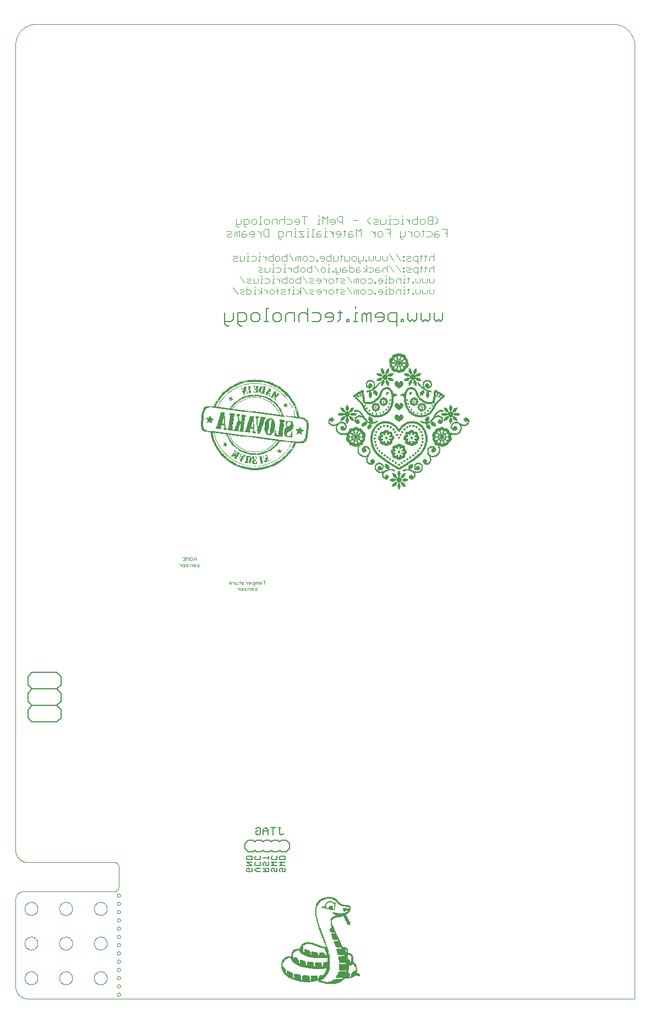
<source format=gbo>
G75*
%MOIN*%
%OFA0B0*%
%FSLAX25Y25*%
%IPPOS*%
%LPD*%
%AMOC8*
5,1,8,0,0,1.08239X$1,22.5*
%
%ADD10C,0.00000*%
%ADD11C,0.00700*%
%ADD12R,0.00100X0.00100*%
%ADD13R,0.03240X0.00120*%
%ADD14R,0.05280X0.00120*%
%ADD15R,0.06600X0.00120*%
%ADD16R,0.07800X0.00120*%
%ADD17R,0.08640X0.00120*%
%ADD18R,0.09480X0.00120*%
%ADD19R,0.10200X0.00120*%
%ADD20R,0.11040X0.00120*%
%ADD21R,0.07440X0.00120*%
%ADD22R,0.03360X0.00120*%
%ADD23R,0.07080X0.00120*%
%ADD24R,0.03120X0.00120*%
%ADD25R,0.06840X0.00120*%
%ADD26R,0.03000X0.00120*%
%ADD27R,0.03960X0.00120*%
%ADD28R,0.06720X0.00120*%
%ADD29R,0.02760X0.00120*%
%ADD30R,0.06120X0.00120*%
%ADD31R,0.06480X0.00120*%
%ADD32R,0.02640X0.00120*%
%ADD33R,0.07680X0.00120*%
%ADD34R,0.06480X0.00120*%
%ADD35R,0.02400X0.00120*%
%ADD36R,0.09000X0.00120*%
%ADD37R,0.06240X0.00120*%
%ADD38R,0.02280X0.00120*%
%ADD39R,0.10080X0.00120*%
%ADD40R,0.06240X0.00120*%
%ADD41R,0.01920X0.00120*%
%ADD42R,0.11040X0.00120*%
%ADD43R,0.01560X0.00120*%
%ADD44R,0.03600X0.00120*%
%ADD45R,0.07560X0.00120*%
%ADD46R,0.06120X0.00120*%
%ADD47R,0.01320X0.00120*%
%ADD48R,0.03960X0.00120*%
%ADD49R,0.07920X0.00120*%
%ADD50R,0.06000X0.00120*%
%ADD51R,0.04320X0.00120*%
%ADD52R,0.04440X0.00120*%
%ADD53R,0.03240X0.00120*%
%ADD54R,0.06000X0.00120*%
%ADD55R,0.06360X0.00120*%
%ADD56R,0.04440X0.00120*%
%ADD57R,0.03600X0.00120*%
%ADD58R,0.06600X0.00120*%
%ADD59R,0.05880X0.00120*%
%ADD60R,0.06840X0.00120*%
%ADD61R,0.04800X0.00120*%
%ADD62R,0.00240X0.00120*%
%ADD63R,0.06960X0.00120*%
%ADD64R,0.04680X0.00120*%
%ADD65R,0.04680X0.00120*%
%ADD66R,0.07200X0.00120*%
%ADD67R,0.04920X0.00120*%
%ADD68R,0.01680X0.00120*%
%ADD69R,0.07320X0.00120*%
%ADD70R,0.05280X0.00120*%
%ADD71R,0.01200X0.00120*%
%ADD72R,0.04560X0.00120*%
%ADD73R,0.05640X0.00120*%
%ADD74R,0.01080X0.00120*%
%ADD75R,0.03120X0.00120*%
%ADD76R,0.04200X0.00120*%
%ADD77R,0.01080X0.00120*%
%ADD78R,0.03120X0.00120*%
%ADD79R,0.04200X0.00120*%
%ADD80R,0.04560X0.00120*%
%ADD81R,0.02160X0.00120*%
%ADD82R,0.03000X0.00120*%
%ADD83R,0.03240X0.00120*%
%ADD84R,0.02040X0.00120*%
%ADD85R,0.02880X0.00120*%
%ADD86R,0.02040X0.00120*%
%ADD87R,0.05160X0.00120*%
%ADD88R,0.03480X0.00120*%
%ADD89R,0.02280X0.00120*%
%ADD90R,0.09720X0.00120*%
%ADD91R,0.02520X0.00120*%
%ADD92R,0.10080X0.00120*%
%ADD93R,0.03720X0.00120*%
%ADD94R,0.02640X0.00120*%
%ADD95R,0.10200X0.00120*%
%ADD96R,0.03840X0.00120*%
%ADD97R,0.02880X0.00120*%
%ADD98R,0.08040X0.00120*%
%ADD99R,0.03120X0.00120*%
%ADD100R,0.07920X0.00120*%
%ADD101R,0.03840X0.00120*%
%ADD102R,0.01920X0.00120*%
%ADD103R,0.07800X0.00120*%
%ADD104R,0.03720X0.00120*%
%ADD105R,0.04080X0.00120*%
%ADD106R,0.03480X0.00120*%
%ADD107R,0.04080X0.00120*%
%ADD108R,0.02160X0.00120*%
%ADD109R,0.03840X0.00120*%
%ADD110R,0.01440X0.00120*%
%ADD111R,0.01680X0.00120*%
%ADD112R,0.00360X0.00120*%
%ADD113R,0.03720X0.00120*%
%ADD114R,0.02520X0.00120*%
%ADD115R,0.00840X0.00120*%
%ADD116R,0.02520X0.00120*%
%ADD117R,0.07680X0.00120*%
%ADD118R,0.05520X0.00120*%
%ADD119R,0.05520X0.00120*%
%ADD120R,0.07560X0.00120*%
%ADD121R,0.04800X0.00120*%
%ADD122R,0.05040X0.00120*%
%ADD123R,0.00840X0.00120*%
%ADD124R,0.01440X0.00120*%
%ADD125R,0.00240X0.00120*%
%ADD126R,0.07320X0.00120*%
%ADD127R,0.02040X0.00120*%
%ADD128R,0.01200X0.00120*%
%ADD129R,0.06960X0.00120*%
%ADD130R,0.01320X0.00120*%
%ADD131R,0.00120X0.00120*%
%ADD132R,0.01320X0.00120*%
%ADD133R,0.06120X0.00120*%
%ADD134R,0.01920X0.00120*%
%ADD135R,0.01320X0.00120*%
%ADD136R,0.06120X0.00120*%
%ADD137R,0.01920X0.00120*%
%ADD138R,0.01560X0.00120*%
%ADD139R,0.01800X0.00120*%
%ADD140R,0.05640X0.00120*%
%ADD141R,0.01800X0.00120*%
%ADD142R,0.00840X0.00120*%
%ADD143R,0.00480X0.00120*%
%ADD144R,0.01440X0.00120*%
%ADD145R,0.00120X0.00120*%
%ADD146R,0.01440X0.00120*%
%ADD147R,0.00960X0.00120*%
%ADD148R,0.00600X0.00120*%
%ADD149R,0.05640X0.00120*%
%ADD150R,0.00600X0.00120*%
%ADD151R,0.05760X0.00120*%
%ADD152R,0.09600X0.00120*%
%ADD153R,0.12840X0.00120*%
%ADD154R,0.13560X0.00120*%
%ADD155R,0.14280X0.00120*%
%ADD156R,0.00960X0.00120*%
%ADD157R,0.14880X0.00120*%
%ADD158R,0.15360X0.00120*%
%ADD159R,0.00720X0.00120*%
%ADD160R,0.15000X0.00120*%
%ADD161R,0.15480X0.00120*%
%ADD162R,0.16800X0.00120*%
%ADD163R,0.05160X0.00120*%
%ADD164R,0.17160X0.00120*%
%ADD165R,0.00720X0.00120*%
%ADD166R,0.09120X0.00120*%
%ADD167R,0.04320X0.00120*%
%ADD168R,0.08040X0.00120*%
%ADD169R,0.04320X0.00120*%
%ADD170R,0.08400X0.00120*%
%ADD171R,0.08760X0.00120*%
%ADD172R,0.09000X0.00120*%
%ADD173R,0.05040X0.00120*%
%ADD174R,0.07200X0.00120*%
%ADD175R,0.00120X0.00120*%
%ADD176R,0.05400X0.00120*%
%ADD177R,0.06360X0.00120*%
%ADD178R,0.05040X0.00120*%
%ADD179R,0.03720X0.00120*%
%ADD180R,0.06840X0.00120*%
%ADD181R,0.05880X0.00120*%
%ADD182R,0.03360X0.00120*%
%ADD183R,0.05760X0.00120*%
%ADD184R,0.09960X0.00120*%
%ADD185R,0.10560X0.00120*%
%ADD186R,0.00720X0.00120*%
%ADD187R,0.05640X0.00120*%
%ADD188R,0.11280X0.00120*%
%ADD189R,0.11880X0.00120*%
%ADD190R,0.11880X0.00120*%
%ADD191R,0.12360X0.00120*%
%ADD192R,0.13560X0.00120*%
%ADD193R,0.13920X0.00120*%
%ADD194R,0.08280X0.00120*%
%ADD195R,0.08520X0.00120*%
%ADD196R,0.08400X0.00120*%
%ADD197R,0.08280X0.00120*%
%ADD198R,0.08160X0.00120*%
%ADD199R,0.04920X0.00120*%
%ADD200R,0.07920X0.00120*%
%ADD201R,0.07440X0.00120*%
%ADD202R,0.05400X0.00120*%
%ADD203R,0.05520X0.00120*%
%ADD204R,0.02520X0.00120*%
%ADD205R,0.02400X0.00120*%
%ADD206R,0.00720X0.00120*%
%ADD207R,0.02760X0.00120*%
%ADD208R,0.04920X0.00120*%
%ADD209R,0.02640X0.00120*%
%ADD210R,0.00840X0.00120*%
%ADD211R,0.04440X0.00120*%
%ADD212R,0.07080X0.00120*%
%ADD213R,0.05040X0.00120*%
%ADD214R,0.06720X0.00120*%
%ADD215R,0.00240X0.00120*%
%ADD216R,0.00360X0.00120*%
%ADD217R,0.00480X0.00120*%
%ADD218R,0.06720X0.00120*%
%ADD219C,0.00400*%
%ADD220R,0.00400X0.00200*%
%ADD221R,0.00800X0.00200*%
%ADD222R,0.01200X0.00200*%
%ADD223R,0.01400X0.00200*%
%ADD224R,0.01600X0.00200*%
%ADD225R,0.01000X0.00200*%
%ADD226R,0.01800X0.00200*%
%ADD227R,0.02000X0.00200*%
%ADD228R,0.02200X0.00200*%
%ADD229R,0.02400X0.00200*%
%ADD230R,0.02800X0.00200*%
%ADD231R,0.03000X0.00200*%
%ADD232R,0.03600X0.00200*%
%ADD233R,0.11400X0.00200*%
%ADD234R,0.11200X0.00200*%
%ADD235R,0.03400X0.00200*%
%ADD236R,0.02600X0.00200*%
%ADD237R,0.03200X0.00200*%
%ADD238R,0.03800X0.00200*%
%ADD239R,0.04400X0.00200*%
%ADD240R,0.00600X0.00200*%
%ADD241R,0.05200X0.00200*%
%ADD242R,0.04200X0.00200*%
%ADD243R,0.00200X0.00200*%
%ADD244R,0.06200X0.00200*%
%ADD245R,0.06800X0.00200*%
%ADD246R,0.07200X0.00200*%
%ADD247R,0.04000X0.00200*%
%ADD248R,0.05000X0.00200*%
%ADD249R,0.04800X0.00200*%
%ADD250R,0.06000X0.00200*%
%ADD251R,0.06400X0.00200*%
%ADD252R,0.07000X0.00200*%
%ADD253R,0.07400X0.00200*%
%ADD254R,0.07800X0.00200*%
%ADD255R,0.08200X0.00200*%
%ADD256R,0.05600X0.00200*%
%ADD257R,0.08600X0.00200*%
%ADD258R,0.08400X0.00200*%
%ADD259R,0.06600X0.00200*%
%ADD260R,0.08000X0.00200*%
%ADD261R,0.08800X0.00200*%
%ADD262R,0.04600X0.00200*%
%ADD263R,0.05400X0.00200*%
%ADD264R,0.07600X0.00200*%
%ADD265R,0.05100X0.00300*%
%ADD266R,0.08700X0.00300*%
%ADD267R,0.12300X0.00300*%
%ADD268R,0.14700X0.00300*%
%ADD269R,0.06000X0.00300*%
%ADD270R,0.06300X0.00300*%
%ADD271R,0.04500X0.00300*%
%ADD272R,0.04800X0.00300*%
%ADD273R,0.00600X0.00300*%
%ADD274R,0.03000X0.00300*%
%ADD275R,0.04200X0.00300*%
%ADD276R,0.02700X0.00300*%
%ADD277R,0.01500X0.00300*%
%ADD278R,0.03300X0.00300*%
%ADD279R,0.01200X0.00300*%
%ADD280R,0.02100X0.00300*%
%ADD281R,0.00900X0.00300*%
%ADD282R,0.01800X0.00300*%
%ADD283R,0.00300X0.00300*%
%ADD284R,0.02400X0.00300*%
%ADD285R,0.06600X0.00300*%
%ADD286R,0.03900X0.00300*%
%ADD287R,0.05700X0.00300*%
%ADD288R,0.07800X0.00300*%
%ADD289R,0.06900X0.00300*%
%ADD290R,0.07500X0.00300*%
%ADD291R,0.05400X0.00300*%
%ADD292R,0.03600X0.00300*%
%ADD293R,0.08100X0.00300*%
%ADD294R,0.08400X0.00300*%
%ADD295R,0.00400X0.00400*%
%ADD296R,0.00800X0.00400*%
%ADD297R,0.01200X0.00400*%
%ADD298R,0.02800X0.00400*%
%ADD299R,0.05200X0.00400*%
%ADD300R,0.02000X0.00400*%
%ADD301R,0.04800X0.00400*%
%ADD302R,0.01600X0.00400*%
%ADD303R,0.04400X0.00400*%
%ADD304R,0.06000X0.00400*%
%ADD305R,0.02400X0.00400*%
%ADD306R,0.06800X0.00400*%
%ADD307R,0.03200X0.00400*%
%ADD308R,0.03600X0.00400*%
%ADD309R,0.05600X0.00400*%
%ADD310R,0.06400X0.00400*%
%ADD311R,0.07200X0.00400*%
%ADD312C,0.00600*%
%ADD313C,0.00300*%
%ADD314C,0.00500*%
D10*
X0085095Y0043933D02*
X0085095Y0096433D01*
X0085097Y0096573D01*
X0085103Y0096713D01*
X0085113Y0096853D01*
X0085126Y0096993D01*
X0085144Y0097132D01*
X0085166Y0097271D01*
X0085191Y0097408D01*
X0085220Y0097546D01*
X0085253Y0097682D01*
X0085290Y0097817D01*
X0085331Y0097951D01*
X0085376Y0098084D01*
X0085424Y0098216D01*
X0085476Y0098346D01*
X0085531Y0098475D01*
X0085590Y0098602D01*
X0085653Y0098728D01*
X0085719Y0098852D01*
X0085788Y0098973D01*
X0085861Y0099093D01*
X0085938Y0099211D01*
X0086017Y0099326D01*
X0086100Y0099440D01*
X0086186Y0099550D01*
X0086275Y0099659D01*
X0086367Y0099765D01*
X0086462Y0099868D01*
X0086559Y0099969D01*
X0086660Y0100066D01*
X0086763Y0100161D01*
X0086869Y0100253D01*
X0086978Y0100342D01*
X0087088Y0100428D01*
X0087202Y0100511D01*
X0087317Y0100590D01*
X0087435Y0100667D01*
X0087555Y0100740D01*
X0087676Y0100809D01*
X0087800Y0100875D01*
X0087926Y0100938D01*
X0088053Y0100997D01*
X0088182Y0101052D01*
X0088312Y0101104D01*
X0088444Y0101152D01*
X0088577Y0101197D01*
X0088711Y0101238D01*
X0088846Y0101275D01*
X0088982Y0101308D01*
X0089120Y0101337D01*
X0089257Y0101362D01*
X0089396Y0101384D01*
X0089535Y0101402D01*
X0089675Y0101415D01*
X0089815Y0101425D01*
X0089955Y0101431D01*
X0090095Y0101433D01*
X0145095Y0101433D01*
X0145193Y0101435D01*
X0145291Y0101441D01*
X0145389Y0101450D01*
X0145486Y0101464D01*
X0145583Y0101481D01*
X0145679Y0101502D01*
X0145774Y0101527D01*
X0145868Y0101555D01*
X0145960Y0101588D01*
X0146052Y0101623D01*
X0146142Y0101663D01*
X0146230Y0101705D01*
X0146317Y0101752D01*
X0146401Y0101801D01*
X0146484Y0101854D01*
X0146564Y0101910D01*
X0146643Y0101970D01*
X0146719Y0102032D01*
X0146792Y0102097D01*
X0146863Y0102165D01*
X0146931Y0102236D01*
X0146996Y0102309D01*
X0147058Y0102385D01*
X0147118Y0102464D01*
X0147174Y0102544D01*
X0147227Y0102627D01*
X0147276Y0102711D01*
X0147323Y0102798D01*
X0147365Y0102886D01*
X0147405Y0102976D01*
X0147440Y0103068D01*
X0147473Y0103160D01*
X0147501Y0103254D01*
X0147526Y0103349D01*
X0147547Y0103445D01*
X0147564Y0103542D01*
X0147578Y0103639D01*
X0147587Y0103737D01*
X0147593Y0103835D01*
X0147595Y0103933D01*
X0147595Y0116433D01*
X0147593Y0116531D01*
X0147587Y0116629D01*
X0147578Y0116727D01*
X0147564Y0116824D01*
X0147547Y0116921D01*
X0147526Y0117017D01*
X0147501Y0117112D01*
X0147473Y0117206D01*
X0147440Y0117298D01*
X0147405Y0117390D01*
X0147365Y0117480D01*
X0147323Y0117568D01*
X0147276Y0117655D01*
X0147227Y0117739D01*
X0147174Y0117822D01*
X0147118Y0117902D01*
X0147058Y0117981D01*
X0146996Y0118057D01*
X0146931Y0118130D01*
X0146863Y0118201D01*
X0146792Y0118269D01*
X0146719Y0118334D01*
X0146643Y0118396D01*
X0146564Y0118456D01*
X0146484Y0118512D01*
X0146401Y0118565D01*
X0146317Y0118614D01*
X0146230Y0118661D01*
X0146142Y0118703D01*
X0146052Y0118743D01*
X0145960Y0118778D01*
X0145868Y0118811D01*
X0145774Y0118839D01*
X0145679Y0118864D01*
X0145583Y0118885D01*
X0145486Y0118902D01*
X0145389Y0118916D01*
X0145291Y0118925D01*
X0145193Y0118931D01*
X0145095Y0118933D01*
X0092595Y0118933D01*
X0092414Y0118935D01*
X0092233Y0118942D01*
X0092052Y0118953D01*
X0091871Y0118968D01*
X0091691Y0118988D01*
X0091511Y0119012D01*
X0091332Y0119040D01*
X0091154Y0119073D01*
X0090977Y0119110D01*
X0090800Y0119151D01*
X0090625Y0119196D01*
X0090450Y0119246D01*
X0090277Y0119300D01*
X0090106Y0119358D01*
X0089935Y0119420D01*
X0089767Y0119487D01*
X0089600Y0119557D01*
X0089434Y0119631D01*
X0089271Y0119710D01*
X0089110Y0119792D01*
X0088950Y0119878D01*
X0088793Y0119968D01*
X0088638Y0120062D01*
X0088485Y0120159D01*
X0088335Y0120261D01*
X0088187Y0120365D01*
X0088041Y0120474D01*
X0087899Y0120585D01*
X0087759Y0120701D01*
X0087622Y0120819D01*
X0087487Y0120941D01*
X0087356Y0121066D01*
X0087228Y0121194D01*
X0087103Y0121325D01*
X0086981Y0121460D01*
X0086863Y0121597D01*
X0086747Y0121737D01*
X0086636Y0121879D01*
X0086527Y0122025D01*
X0086423Y0122173D01*
X0086321Y0122323D01*
X0086224Y0122476D01*
X0086130Y0122631D01*
X0086040Y0122788D01*
X0085954Y0122948D01*
X0085872Y0123109D01*
X0085793Y0123272D01*
X0085719Y0123438D01*
X0085649Y0123605D01*
X0085582Y0123773D01*
X0085520Y0123944D01*
X0085462Y0124115D01*
X0085408Y0124288D01*
X0085358Y0124463D01*
X0085313Y0124638D01*
X0085272Y0124815D01*
X0085235Y0124992D01*
X0085202Y0125170D01*
X0085174Y0125349D01*
X0085150Y0125529D01*
X0085130Y0125709D01*
X0085115Y0125890D01*
X0085104Y0126071D01*
X0085097Y0126252D01*
X0085095Y0126433D01*
X0085095Y0613933D01*
X0085099Y0614235D01*
X0085110Y0614537D01*
X0085128Y0614838D01*
X0085153Y0615139D01*
X0085186Y0615440D01*
X0085226Y0615739D01*
X0085273Y0616037D01*
X0085328Y0616335D01*
X0085389Y0616630D01*
X0085458Y0616924D01*
X0085534Y0617217D01*
X0085617Y0617507D01*
X0085707Y0617796D01*
X0085804Y0618082D01*
X0085907Y0618366D01*
X0086018Y0618647D01*
X0086135Y0618925D01*
X0086259Y0619201D01*
X0086390Y0619473D01*
X0086527Y0619742D01*
X0086670Y0620008D01*
X0086820Y0620270D01*
X0086977Y0620529D01*
X0087139Y0620783D01*
X0087308Y0621034D01*
X0087482Y0621280D01*
X0087663Y0621523D01*
X0087849Y0621760D01*
X0088041Y0621994D01*
X0088239Y0622222D01*
X0088442Y0622446D01*
X0088650Y0622664D01*
X0088864Y0622878D01*
X0089082Y0623086D01*
X0089306Y0623289D01*
X0089534Y0623487D01*
X0089768Y0623679D01*
X0090005Y0623865D01*
X0090248Y0624046D01*
X0090494Y0624220D01*
X0090745Y0624389D01*
X0090999Y0624551D01*
X0091258Y0624708D01*
X0091520Y0624858D01*
X0091786Y0625001D01*
X0092055Y0625138D01*
X0092327Y0625269D01*
X0092603Y0625393D01*
X0092881Y0625510D01*
X0093162Y0625621D01*
X0093446Y0625724D01*
X0093732Y0625821D01*
X0094021Y0625911D01*
X0094311Y0625994D01*
X0094604Y0626070D01*
X0094898Y0626139D01*
X0095193Y0626200D01*
X0095491Y0626255D01*
X0095789Y0626302D01*
X0096088Y0626342D01*
X0096389Y0626375D01*
X0096690Y0626400D01*
X0096991Y0626418D01*
X0097293Y0626429D01*
X0097595Y0626433D01*
X0447595Y0626433D01*
X0447917Y0626410D01*
X0448237Y0626380D01*
X0448557Y0626341D01*
X0448876Y0626295D01*
X0449194Y0626241D01*
X0449510Y0626180D01*
X0449825Y0626111D01*
X0450138Y0626034D01*
X0450449Y0625950D01*
X0450758Y0625858D01*
X0451064Y0625759D01*
X0451369Y0625652D01*
X0451670Y0625538D01*
X0451969Y0625417D01*
X0452264Y0625288D01*
X0452556Y0625153D01*
X0452845Y0625010D01*
X0453131Y0624861D01*
X0453413Y0624704D01*
X0453690Y0624541D01*
X0453964Y0624371D01*
X0454234Y0624195D01*
X0454499Y0624012D01*
X0454760Y0623823D01*
X0455016Y0623627D01*
X0455267Y0623425D01*
X0455514Y0623218D01*
X0455755Y0623004D01*
X0455991Y0622784D01*
X0456221Y0622559D01*
X0456446Y0622329D01*
X0456666Y0622093D01*
X0456880Y0621852D01*
X0457087Y0621605D01*
X0457289Y0621354D01*
X0457485Y0621098D01*
X0457674Y0620837D01*
X0457857Y0620572D01*
X0458033Y0620302D01*
X0458203Y0620028D01*
X0458366Y0619751D01*
X0458523Y0619469D01*
X0458672Y0619183D01*
X0458815Y0618894D01*
X0458950Y0618602D01*
X0459079Y0618307D01*
X0459200Y0618008D01*
X0459314Y0617707D01*
X0459421Y0617402D01*
X0459520Y0617096D01*
X0459612Y0616787D01*
X0459696Y0616476D01*
X0459773Y0616163D01*
X0459842Y0615848D01*
X0459903Y0615532D01*
X0459957Y0615214D01*
X0460003Y0614895D01*
X0460042Y0614575D01*
X0460072Y0614255D01*
X0460095Y0613933D01*
X0460095Y0036433D01*
X0092595Y0036433D01*
X0092414Y0036435D01*
X0092233Y0036442D01*
X0092052Y0036453D01*
X0091871Y0036468D01*
X0091691Y0036488D01*
X0091511Y0036512D01*
X0091332Y0036540D01*
X0091154Y0036573D01*
X0090977Y0036610D01*
X0090800Y0036651D01*
X0090625Y0036696D01*
X0090450Y0036746D01*
X0090277Y0036800D01*
X0090106Y0036858D01*
X0089935Y0036920D01*
X0089767Y0036987D01*
X0089600Y0037057D01*
X0089434Y0037131D01*
X0089271Y0037210D01*
X0089110Y0037292D01*
X0088950Y0037378D01*
X0088793Y0037468D01*
X0088638Y0037562D01*
X0088485Y0037659D01*
X0088335Y0037761D01*
X0088187Y0037865D01*
X0088041Y0037974D01*
X0087899Y0038085D01*
X0087759Y0038201D01*
X0087622Y0038319D01*
X0087487Y0038441D01*
X0087356Y0038566D01*
X0087228Y0038694D01*
X0087103Y0038825D01*
X0086981Y0038960D01*
X0086863Y0039097D01*
X0086747Y0039237D01*
X0086636Y0039379D01*
X0086527Y0039525D01*
X0086423Y0039673D01*
X0086321Y0039823D01*
X0086224Y0039976D01*
X0086130Y0040131D01*
X0086040Y0040288D01*
X0085954Y0040448D01*
X0085872Y0040609D01*
X0085793Y0040772D01*
X0085719Y0040938D01*
X0085649Y0041105D01*
X0085582Y0041273D01*
X0085520Y0041444D01*
X0085462Y0041615D01*
X0085408Y0041788D01*
X0085358Y0041963D01*
X0085313Y0042138D01*
X0085272Y0042315D01*
X0085235Y0042492D01*
X0085202Y0042670D01*
X0085174Y0042849D01*
X0085150Y0043029D01*
X0085130Y0043209D01*
X0085115Y0043390D01*
X0085104Y0043571D01*
X0085097Y0043752D01*
X0085095Y0043933D01*
X0090658Y0048933D02*
X0090660Y0049058D01*
X0090666Y0049183D01*
X0090676Y0049307D01*
X0090690Y0049431D01*
X0090707Y0049555D01*
X0090729Y0049678D01*
X0090755Y0049800D01*
X0090784Y0049922D01*
X0090817Y0050042D01*
X0090855Y0050161D01*
X0090895Y0050280D01*
X0090940Y0050396D01*
X0090988Y0050511D01*
X0091040Y0050625D01*
X0091096Y0050737D01*
X0091155Y0050847D01*
X0091217Y0050955D01*
X0091283Y0051062D01*
X0091352Y0051166D01*
X0091425Y0051267D01*
X0091500Y0051367D01*
X0091579Y0051464D01*
X0091661Y0051558D01*
X0091746Y0051650D01*
X0091833Y0051739D01*
X0091924Y0051825D01*
X0092017Y0051908D01*
X0092113Y0051989D01*
X0092211Y0052066D01*
X0092311Y0052140D01*
X0092414Y0052211D01*
X0092519Y0052278D01*
X0092627Y0052343D01*
X0092736Y0052403D01*
X0092847Y0052461D01*
X0092960Y0052514D01*
X0093074Y0052564D01*
X0093190Y0052611D01*
X0093307Y0052653D01*
X0093426Y0052692D01*
X0093546Y0052728D01*
X0093667Y0052759D01*
X0093789Y0052787D01*
X0093911Y0052810D01*
X0094035Y0052830D01*
X0094159Y0052846D01*
X0094283Y0052858D01*
X0094408Y0052866D01*
X0094533Y0052870D01*
X0094657Y0052870D01*
X0094782Y0052866D01*
X0094907Y0052858D01*
X0095031Y0052846D01*
X0095155Y0052830D01*
X0095279Y0052810D01*
X0095401Y0052787D01*
X0095523Y0052759D01*
X0095644Y0052728D01*
X0095764Y0052692D01*
X0095883Y0052653D01*
X0096000Y0052611D01*
X0096116Y0052564D01*
X0096230Y0052514D01*
X0096343Y0052461D01*
X0096454Y0052403D01*
X0096564Y0052343D01*
X0096671Y0052278D01*
X0096776Y0052211D01*
X0096879Y0052140D01*
X0096979Y0052066D01*
X0097077Y0051989D01*
X0097173Y0051908D01*
X0097266Y0051825D01*
X0097357Y0051739D01*
X0097444Y0051650D01*
X0097529Y0051558D01*
X0097611Y0051464D01*
X0097690Y0051367D01*
X0097765Y0051267D01*
X0097838Y0051166D01*
X0097907Y0051062D01*
X0097973Y0050955D01*
X0098035Y0050847D01*
X0098094Y0050737D01*
X0098150Y0050625D01*
X0098202Y0050511D01*
X0098250Y0050396D01*
X0098295Y0050280D01*
X0098335Y0050161D01*
X0098373Y0050042D01*
X0098406Y0049922D01*
X0098435Y0049800D01*
X0098461Y0049678D01*
X0098483Y0049555D01*
X0098500Y0049431D01*
X0098514Y0049307D01*
X0098524Y0049183D01*
X0098530Y0049058D01*
X0098532Y0048933D01*
X0098530Y0048808D01*
X0098524Y0048683D01*
X0098514Y0048559D01*
X0098500Y0048435D01*
X0098483Y0048311D01*
X0098461Y0048188D01*
X0098435Y0048066D01*
X0098406Y0047944D01*
X0098373Y0047824D01*
X0098335Y0047705D01*
X0098295Y0047586D01*
X0098250Y0047470D01*
X0098202Y0047355D01*
X0098150Y0047241D01*
X0098094Y0047129D01*
X0098035Y0047019D01*
X0097973Y0046911D01*
X0097907Y0046804D01*
X0097838Y0046700D01*
X0097765Y0046599D01*
X0097690Y0046499D01*
X0097611Y0046402D01*
X0097529Y0046308D01*
X0097444Y0046216D01*
X0097357Y0046127D01*
X0097266Y0046041D01*
X0097173Y0045958D01*
X0097077Y0045877D01*
X0096979Y0045800D01*
X0096879Y0045726D01*
X0096776Y0045655D01*
X0096671Y0045588D01*
X0096563Y0045523D01*
X0096454Y0045463D01*
X0096343Y0045405D01*
X0096230Y0045352D01*
X0096116Y0045302D01*
X0096000Y0045255D01*
X0095883Y0045213D01*
X0095764Y0045174D01*
X0095644Y0045138D01*
X0095523Y0045107D01*
X0095401Y0045079D01*
X0095279Y0045056D01*
X0095155Y0045036D01*
X0095031Y0045020D01*
X0094907Y0045008D01*
X0094782Y0045000D01*
X0094657Y0044996D01*
X0094533Y0044996D01*
X0094408Y0045000D01*
X0094283Y0045008D01*
X0094159Y0045020D01*
X0094035Y0045036D01*
X0093911Y0045056D01*
X0093789Y0045079D01*
X0093667Y0045107D01*
X0093546Y0045138D01*
X0093426Y0045174D01*
X0093307Y0045213D01*
X0093190Y0045255D01*
X0093074Y0045302D01*
X0092960Y0045352D01*
X0092847Y0045405D01*
X0092736Y0045463D01*
X0092626Y0045523D01*
X0092519Y0045588D01*
X0092414Y0045655D01*
X0092311Y0045726D01*
X0092211Y0045800D01*
X0092113Y0045877D01*
X0092017Y0045958D01*
X0091924Y0046041D01*
X0091833Y0046127D01*
X0091746Y0046216D01*
X0091661Y0046308D01*
X0091579Y0046402D01*
X0091500Y0046499D01*
X0091425Y0046599D01*
X0091352Y0046700D01*
X0091283Y0046804D01*
X0091217Y0046911D01*
X0091155Y0047019D01*
X0091096Y0047129D01*
X0091040Y0047241D01*
X0090988Y0047355D01*
X0090940Y0047470D01*
X0090895Y0047586D01*
X0090855Y0047705D01*
X0090817Y0047824D01*
X0090784Y0047944D01*
X0090755Y0048066D01*
X0090729Y0048188D01*
X0090707Y0048311D01*
X0090690Y0048435D01*
X0090676Y0048559D01*
X0090666Y0048683D01*
X0090660Y0048808D01*
X0090658Y0048933D01*
X0090658Y0069933D02*
X0090660Y0070058D01*
X0090666Y0070183D01*
X0090676Y0070307D01*
X0090690Y0070431D01*
X0090707Y0070555D01*
X0090729Y0070678D01*
X0090755Y0070800D01*
X0090784Y0070922D01*
X0090817Y0071042D01*
X0090855Y0071161D01*
X0090895Y0071280D01*
X0090940Y0071396D01*
X0090988Y0071511D01*
X0091040Y0071625D01*
X0091096Y0071737D01*
X0091155Y0071847D01*
X0091217Y0071955D01*
X0091283Y0072062D01*
X0091352Y0072166D01*
X0091425Y0072267D01*
X0091500Y0072367D01*
X0091579Y0072464D01*
X0091661Y0072558D01*
X0091746Y0072650D01*
X0091833Y0072739D01*
X0091924Y0072825D01*
X0092017Y0072908D01*
X0092113Y0072989D01*
X0092211Y0073066D01*
X0092311Y0073140D01*
X0092414Y0073211D01*
X0092519Y0073278D01*
X0092627Y0073343D01*
X0092736Y0073403D01*
X0092847Y0073461D01*
X0092960Y0073514D01*
X0093074Y0073564D01*
X0093190Y0073611D01*
X0093307Y0073653D01*
X0093426Y0073692D01*
X0093546Y0073728D01*
X0093667Y0073759D01*
X0093789Y0073787D01*
X0093911Y0073810D01*
X0094035Y0073830D01*
X0094159Y0073846D01*
X0094283Y0073858D01*
X0094408Y0073866D01*
X0094533Y0073870D01*
X0094657Y0073870D01*
X0094782Y0073866D01*
X0094907Y0073858D01*
X0095031Y0073846D01*
X0095155Y0073830D01*
X0095279Y0073810D01*
X0095401Y0073787D01*
X0095523Y0073759D01*
X0095644Y0073728D01*
X0095764Y0073692D01*
X0095883Y0073653D01*
X0096000Y0073611D01*
X0096116Y0073564D01*
X0096230Y0073514D01*
X0096343Y0073461D01*
X0096454Y0073403D01*
X0096564Y0073343D01*
X0096671Y0073278D01*
X0096776Y0073211D01*
X0096879Y0073140D01*
X0096979Y0073066D01*
X0097077Y0072989D01*
X0097173Y0072908D01*
X0097266Y0072825D01*
X0097357Y0072739D01*
X0097444Y0072650D01*
X0097529Y0072558D01*
X0097611Y0072464D01*
X0097690Y0072367D01*
X0097765Y0072267D01*
X0097838Y0072166D01*
X0097907Y0072062D01*
X0097973Y0071955D01*
X0098035Y0071847D01*
X0098094Y0071737D01*
X0098150Y0071625D01*
X0098202Y0071511D01*
X0098250Y0071396D01*
X0098295Y0071280D01*
X0098335Y0071161D01*
X0098373Y0071042D01*
X0098406Y0070922D01*
X0098435Y0070800D01*
X0098461Y0070678D01*
X0098483Y0070555D01*
X0098500Y0070431D01*
X0098514Y0070307D01*
X0098524Y0070183D01*
X0098530Y0070058D01*
X0098532Y0069933D01*
X0098530Y0069808D01*
X0098524Y0069683D01*
X0098514Y0069559D01*
X0098500Y0069435D01*
X0098483Y0069311D01*
X0098461Y0069188D01*
X0098435Y0069066D01*
X0098406Y0068944D01*
X0098373Y0068824D01*
X0098335Y0068705D01*
X0098295Y0068586D01*
X0098250Y0068470D01*
X0098202Y0068355D01*
X0098150Y0068241D01*
X0098094Y0068129D01*
X0098035Y0068019D01*
X0097973Y0067911D01*
X0097907Y0067804D01*
X0097838Y0067700D01*
X0097765Y0067599D01*
X0097690Y0067499D01*
X0097611Y0067402D01*
X0097529Y0067308D01*
X0097444Y0067216D01*
X0097357Y0067127D01*
X0097266Y0067041D01*
X0097173Y0066958D01*
X0097077Y0066877D01*
X0096979Y0066800D01*
X0096879Y0066726D01*
X0096776Y0066655D01*
X0096671Y0066588D01*
X0096563Y0066523D01*
X0096454Y0066463D01*
X0096343Y0066405D01*
X0096230Y0066352D01*
X0096116Y0066302D01*
X0096000Y0066255D01*
X0095883Y0066213D01*
X0095764Y0066174D01*
X0095644Y0066138D01*
X0095523Y0066107D01*
X0095401Y0066079D01*
X0095279Y0066056D01*
X0095155Y0066036D01*
X0095031Y0066020D01*
X0094907Y0066008D01*
X0094782Y0066000D01*
X0094657Y0065996D01*
X0094533Y0065996D01*
X0094408Y0066000D01*
X0094283Y0066008D01*
X0094159Y0066020D01*
X0094035Y0066036D01*
X0093911Y0066056D01*
X0093789Y0066079D01*
X0093667Y0066107D01*
X0093546Y0066138D01*
X0093426Y0066174D01*
X0093307Y0066213D01*
X0093190Y0066255D01*
X0093074Y0066302D01*
X0092960Y0066352D01*
X0092847Y0066405D01*
X0092736Y0066463D01*
X0092626Y0066523D01*
X0092519Y0066588D01*
X0092414Y0066655D01*
X0092311Y0066726D01*
X0092211Y0066800D01*
X0092113Y0066877D01*
X0092017Y0066958D01*
X0091924Y0067041D01*
X0091833Y0067127D01*
X0091746Y0067216D01*
X0091661Y0067308D01*
X0091579Y0067402D01*
X0091500Y0067499D01*
X0091425Y0067599D01*
X0091352Y0067700D01*
X0091283Y0067804D01*
X0091217Y0067911D01*
X0091155Y0068019D01*
X0091096Y0068129D01*
X0091040Y0068241D01*
X0090988Y0068355D01*
X0090940Y0068470D01*
X0090895Y0068586D01*
X0090855Y0068705D01*
X0090817Y0068824D01*
X0090784Y0068944D01*
X0090755Y0069066D01*
X0090729Y0069188D01*
X0090707Y0069311D01*
X0090690Y0069435D01*
X0090676Y0069559D01*
X0090666Y0069683D01*
X0090660Y0069808D01*
X0090658Y0069933D01*
X0090658Y0090933D02*
X0090660Y0091058D01*
X0090666Y0091183D01*
X0090676Y0091307D01*
X0090690Y0091431D01*
X0090707Y0091555D01*
X0090729Y0091678D01*
X0090755Y0091800D01*
X0090784Y0091922D01*
X0090817Y0092042D01*
X0090855Y0092161D01*
X0090895Y0092280D01*
X0090940Y0092396D01*
X0090988Y0092511D01*
X0091040Y0092625D01*
X0091096Y0092737D01*
X0091155Y0092847D01*
X0091217Y0092955D01*
X0091283Y0093062D01*
X0091352Y0093166D01*
X0091425Y0093267D01*
X0091500Y0093367D01*
X0091579Y0093464D01*
X0091661Y0093558D01*
X0091746Y0093650D01*
X0091833Y0093739D01*
X0091924Y0093825D01*
X0092017Y0093908D01*
X0092113Y0093989D01*
X0092211Y0094066D01*
X0092311Y0094140D01*
X0092414Y0094211D01*
X0092519Y0094278D01*
X0092627Y0094343D01*
X0092736Y0094403D01*
X0092847Y0094461D01*
X0092960Y0094514D01*
X0093074Y0094564D01*
X0093190Y0094611D01*
X0093307Y0094653D01*
X0093426Y0094692D01*
X0093546Y0094728D01*
X0093667Y0094759D01*
X0093789Y0094787D01*
X0093911Y0094810D01*
X0094035Y0094830D01*
X0094159Y0094846D01*
X0094283Y0094858D01*
X0094408Y0094866D01*
X0094533Y0094870D01*
X0094657Y0094870D01*
X0094782Y0094866D01*
X0094907Y0094858D01*
X0095031Y0094846D01*
X0095155Y0094830D01*
X0095279Y0094810D01*
X0095401Y0094787D01*
X0095523Y0094759D01*
X0095644Y0094728D01*
X0095764Y0094692D01*
X0095883Y0094653D01*
X0096000Y0094611D01*
X0096116Y0094564D01*
X0096230Y0094514D01*
X0096343Y0094461D01*
X0096454Y0094403D01*
X0096564Y0094343D01*
X0096671Y0094278D01*
X0096776Y0094211D01*
X0096879Y0094140D01*
X0096979Y0094066D01*
X0097077Y0093989D01*
X0097173Y0093908D01*
X0097266Y0093825D01*
X0097357Y0093739D01*
X0097444Y0093650D01*
X0097529Y0093558D01*
X0097611Y0093464D01*
X0097690Y0093367D01*
X0097765Y0093267D01*
X0097838Y0093166D01*
X0097907Y0093062D01*
X0097973Y0092955D01*
X0098035Y0092847D01*
X0098094Y0092737D01*
X0098150Y0092625D01*
X0098202Y0092511D01*
X0098250Y0092396D01*
X0098295Y0092280D01*
X0098335Y0092161D01*
X0098373Y0092042D01*
X0098406Y0091922D01*
X0098435Y0091800D01*
X0098461Y0091678D01*
X0098483Y0091555D01*
X0098500Y0091431D01*
X0098514Y0091307D01*
X0098524Y0091183D01*
X0098530Y0091058D01*
X0098532Y0090933D01*
X0098530Y0090808D01*
X0098524Y0090683D01*
X0098514Y0090559D01*
X0098500Y0090435D01*
X0098483Y0090311D01*
X0098461Y0090188D01*
X0098435Y0090066D01*
X0098406Y0089944D01*
X0098373Y0089824D01*
X0098335Y0089705D01*
X0098295Y0089586D01*
X0098250Y0089470D01*
X0098202Y0089355D01*
X0098150Y0089241D01*
X0098094Y0089129D01*
X0098035Y0089019D01*
X0097973Y0088911D01*
X0097907Y0088804D01*
X0097838Y0088700D01*
X0097765Y0088599D01*
X0097690Y0088499D01*
X0097611Y0088402D01*
X0097529Y0088308D01*
X0097444Y0088216D01*
X0097357Y0088127D01*
X0097266Y0088041D01*
X0097173Y0087958D01*
X0097077Y0087877D01*
X0096979Y0087800D01*
X0096879Y0087726D01*
X0096776Y0087655D01*
X0096671Y0087588D01*
X0096563Y0087523D01*
X0096454Y0087463D01*
X0096343Y0087405D01*
X0096230Y0087352D01*
X0096116Y0087302D01*
X0096000Y0087255D01*
X0095883Y0087213D01*
X0095764Y0087174D01*
X0095644Y0087138D01*
X0095523Y0087107D01*
X0095401Y0087079D01*
X0095279Y0087056D01*
X0095155Y0087036D01*
X0095031Y0087020D01*
X0094907Y0087008D01*
X0094782Y0087000D01*
X0094657Y0086996D01*
X0094533Y0086996D01*
X0094408Y0087000D01*
X0094283Y0087008D01*
X0094159Y0087020D01*
X0094035Y0087036D01*
X0093911Y0087056D01*
X0093789Y0087079D01*
X0093667Y0087107D01*
X0093546Y0087138D01*
X0093426Y0087174D01*
X0093307Y0087213D01*
X0093190Y0087255D01*
X0093074Y0087302D01*
X0092960Y0087352D01*
X0092847Y0087405D01*
X0092736Y0087463D01*
X0092626Y0087523D01*
X0092519Y0087588D01*
X0092414Y0087655D01*
X0092311Y0087726D01*
X0092211Y0087800D01*
X0092113Y0087877D01*
X0092017Y0087958D01*
X0091924Y0088041D01*
X0091833Y0088127D01*
X0091746Y0088216D01*
X0091661Y0088308D01*
X0091579Y0088402D01*
X0091500Y0088499D01*
X0091425Y0088599D01*
X0091352Y0088700D01*
X0091283Y0088804D01*
X0091217Y0088911D01*
X0091155Y0089019D01*
X0091096Y0089129D01*
X0091040Y0089241D01*
X0090988Y0089355D01*
X0090940Y0089470D01*
X0090895Y0089586D01*
X0090855Y0089705D01*
X0090817Y0089824D01*
X0090784Y0089944D01*
X0090755Y0090066D01*
X0090729Y0090188D01*
X0090707Y0090311D01*
X0090690Y0090435D01*
X0090676Y0090559D01*
X0090666Y0090683D01*
X0090660Y0090808D01*
X0090658Y0090933D01*
X0111658Y0090933D02*
X0111660Y0091058D01*
X0111666Y0091183D01*
X0111676Y0091307D01*
X0111690Y0091431D01*
X0111707Y0091555D01*
X0111729Y0091678D01*
X0111755Y0091800D01*
X0111784Y0091922D01*
X0111817Y0092042D01*
X0111855Y0092161D01*
X0111895Y0092280D01*
X0111940Y0092396D01*
X0111988Y0092511D01*
X0112040Y0092625D01*
X0112096Y0092737D01*
X0112155Y0092847D01*
X0112217Y0092955D01*
X0112283Y0093062D01*
X0112352Y0093166D01*
X0112425Y0093267D01*
X0112500Y0093367D01*
X0112579Y0093464D01*
X0112661Y0093558D01*
X0112746Y0093650D01*
X0112833Y0093739D01*
X0112924Y0093825D01*
X0113017Y0093908D01*
X0113113Y0093989D01*
X0113211Y0094066D01*
X0113311Y0094140D01*
X0113414Y0094211D01*
X0113519Y0094278D01*
X0113627Y0094343D01*
X0113736Y0094403D01*
X0113847Y0094461D01*
X0113960Y0094514D01*
X0114074Y0094564D01*
X0114190Y0094611D01*
X0114307Y0094653D01*
X0114426Y0094692D01*
X0114546Y0094728D01*
X0114667Y0094759D01*
X0114789Y0094787D01*
X0114911Y0094810D01*
X0115035Y0094830D01*
X0115159Y0094846D01*
X0115283Y0094858D01*
X0115408Y0094866D01*
X0115533Y0094870D01*
X0115657Y0094870D01*
X0115782Y0094866D01*
X0115907Y0094858D01*
X0116031Y0094846D01*
X0116155Y0094830D01*
X0116279Y0094810D01*
X0116401Y0094787D01*
X0116523Y0094759D01*
X0116644Y0094728D01*
X0116764Y0094692D01*
X0116883Y0094653D01*
X0117000Y0094611D01*
X0117116Y0094564D01*
X0117230Y0094514D01*
X0117343Y0094461D01*
X0117454Y0094403D01*
X0117564Y0094343D01*
X0117671Y0094278D01*
X0117776Y0094211D01*
X0117879Y0094140D01*
X0117979Y0094066D01*
X0118077Y0093989D01*
X0118173Y0093908D01*
X0118266Y0093825D01*
X0118357Y0093739D01*
X0118444Y0093650D01*
X0118529Y0093558D01*
X0118611Y0093464D01*
X0118690Y0093367D01*
X0118765Y0093267D01*
X0118838Y0093166D01*
X0118907Y0093062D01*
X0118973Y0092955D01*
X0119035Y0092847D01*
X0119094Y0092737D01*
X0119150Y0092625D01*
X0119202Y0092511D01*
X0119250Y0092396D01*
X0119295Y0092280D01*
X0119335Y0092161D01*
X0119373Y0092042D01*
X0119406Y0091922D01*
X0119435Y0091800D01*
X0119461Y0091678D01*
X0119483Y0091555D01*
X0119500Y0091431D01*
X0119514Y0091307D01*
X0119524Y0091183D01*
X0119530Y0091058D01*
X0119532Y0090933D01*
X0119530Y0090808D01*
X0119524Y0090683D01*
X0119514Y0090559D01*
X0119500Y0090435D01*
X0119483Y0090311D01*
X0119461Y0090188D01*
X0119435Y0090066D01*
X0119406Y0089944D01*
X0119373Y0089824D01*
X0119335Y0089705D01*
X0119295Y0089586D01*
X0119250Y0089470D01*
X0119202Y0089355D01*
X0119150Y0089241D01*
X0119094Y0089129D01*
X0119035Y0089019D01*
X0118973Y0088911D01*
X0118907Y0088804D01*
X0118838Y0088700D01*
X0118765Y0088599D01*
X0118690Y0088499D01*
X0118611Y0088402D01*
X0118529Y0088308D01*
X0118444Y0088216D01*
X0118357Y0088127D01*
X0118266Y0088041D01*
X0118173Y0087958D01*
X0118077Y0087877D01*
X0117979Y0087800D01*
X0117879Y0087726D01*
X0117776Y0087655D01*
X0117671Y0087588D01*
X0117563Y0087523D01*
X0117454Y0087463D01*
X0117343Y0087405D01*
X0117230Y0087352D01*
X0117116Y0087302D01*
X0117000Y0087255D01*
X0116883Y0087213D01*
X0116764Y0087174D01*
X0116644Y0087138D01*
X0116523Y0087107D01*
X0116401Y0087079D01*
X0116279Y0087056D01*
X0116155Y0087036D01*
X0116031Y0087020D01*
X0115907Y0087008D01*
X0115782Y0087000D01*
X0115657Y0086996D01*
X0115533Y0086996D01*
X0115408Y0087000D01*
X0115283Y0087008D01*
X0115159Y0087020D01*
X0115035Y0087036D01*
X0114911Y0087056D01*
X0114789Y0087079D01*
X0114667Y0087107D01*
X0114546Y0087138D01*
X0114426Y0087174D01*
X0114307Y0087213D01*
X0114190Y0087255D01*
X0114074Y0087302D01*
X0113960Y0087352D01*
X0113847Y0087405D01*
X0113736Y0087463D01*
X0113626Y0087523D01*
X0113519Y0087588D01*
X0113414Y0087655D01*
X0113311Y0087726D01*
X0113211Y0087800D01*
X0113113Y0087877D01*
X0113017Y0087958D01*
X0112924Y0088041D01*
X0112833Y0088127D01*
X0112746Y0088216D01*
X0112661Y0088308D01*
X0112579Y0088402D01*
X0112500Y0088499D01*
X0112425Y0088599D01*
X0112352Y0088700D01*
X0112283Y0088804D01*
X0112217Y0088911D01*
X0112155Y0089019D01*
X0112096Y0089129D01*
X0112040Y0089241D01*
X0111988Y0089355D01*
X0111940Y0089470D01*
X0111895Y0089586D01*
X0111855Y0089705D01*
X0111817Y0089824D01*
X0111784Y0089944D01*
X0111755Y0090066D01*
X0111729Y0090188D01*
X0111707Y0090311D01*
X0111690Y0090435D01*
X0111676Y0090559D01*
X0111666Y0090683D01*
X0111660Y0090808D01*
X0111658Y0090933D01*
X0111658Y0069933D02*
X0111660Y0070058D01*
X0111666Y0070183D01*
X0111676Y0070307D01*
X0111690Y0070431D01*
X0111707Y0070555D01*
X0111729Y0070678D01*
X0111755Y0070800D01*
X0111784Y0070922D01*
X0111817Y0071042D01*
X0111855Y0071161D01*
X0111895Y0071280D01*
X0111940Y0071396D01*
X0111988Y0071511D01*
X0112040Y0071625D01*
X0112096Y0071737D01*
X0112155Y0071847D01*
X0112217Y0071955D01*
X0112283Y0072062D01*
X0112352Y0072166D01*
X0112425Y0072267D01*
X0112500Y0072367D01*
X0112579Y0072464D01*
X0112661Y0072558D01*
X0112746Y0072650D01*
X0112833Y0072739D01*
X0112924Y0072825D01*
X0113017Y0072908D01*
X0113113Y0072989D01*
X0113211Y0073066D01*
X0113311Y0073140D01*
X0113414Y0073211D01*
X0113519Y0073278D01*
X0113627Y0073343D01*
X0113736Y0073403D01*
X0113847Y0073461D01*
X0113960Y0073514D01*
X0114074Y0073564D01*
X0114190Y0073611D01*
X0114307Y0073653D01*
X0114426Y0073692D01*
X0114546Y0073728D01*
X0114667Y0073759D01*
X0114789Y0073787D01*
X0114911Y0073810D01*
X0115035Y0073830D01*
X0115159Y0073846D01*
X0115283Y0073858D01*
X0115408Y0073866D01*
X0115533Y0073870D01*
X0115657Y0073870D01*
X0115782Y0073866D01*
X0115907Y0073858D01*
X0116031Y0073846D01*
X0116155Y0073830D01*
X0116279Y0073810D01*
X0116401Y0073787D01*
X0116523Y0073759D01*
X0116644Y0073728D01*
X0116764Y0073692D01*
X0116883Y0073653D01*
X0117000Y0073611D01*
X0117116Y0073564D01*
X0117230Y0073514D01*
X0117343Y0073461D01*
X0117454Y0073403D01*
X0117564Y0073343D01*
X0117671Y0073278D01*
X0117776Y0073211D01*
X0117879Y0073140D01*
X0117979Y0073066D01*
X0118077Y0072989D01*
X0118173Y0072908D01*
X0118266Y0072825D01*
X0118357Y0072739D01*
X0118444Y0072650D01*
X0118529Y0072558D01*
X0118611Y0072464D01*
X0118690Y0072367D01*
X0118765Y0072267D01*
X0118838Y0072166D01*
X0118907Y0072062D01*
X0118973Y0071955D01*
X0119035Y0071847D01*
X0119094Y0071737D01*
X0119150Y0071625D01*
X0119202Y0071511D01*
X0119250Y0071396D01*
X0119295Y0071280D01*
X0119335Y0071161D01*
X0119373Y0071042D01*
X0119406Y0070922D01*
X0119435Y0070800D01*
X0119461Y0070678D01*
X0119483Y0070555D01*
X0119500Y0070431D01*
X0119514Y0070307D01*
X0119524Y0070183D01*
X0119530Y0070058D01*
X0119532Y0069933D01*
X0119530Y0069808D01*
X0119524Y0069683D01*
X0119514Y0069559D01*
X0119500Y0069435D01*
X0119483Y0069311D01*
X0119461Y0069188D01*
X0119435Y0069066D01*
X0119406Y0068944D01*
X0119373Y0068824D01*
X0119335Y0068705D01*
X0119295Y0068586D01*
X0119250Y0068470D01*
X0119202Y0068355D01*
X0119150Y0068241D01*
X0119094Y0068129D01*
X0119035Y0068019D01*
X0118973Y0067911D01*
X0118907Y0067804D01*
X0118838Y0067700D01*
X0118765Y0067599D01*
X0118690Y0067499D01*
X0118611Y0067402D01*
X0118529Y0067308D01*
X0118444Y0067216D01*
X0118357Y0067127D01*
X0118266Y0067041D01*
X0118173Y0066958D01*
X0118077Y0066877D01*
X0117979Y0066800D01*
X0117879Y0066726D01*
X0117776Y0066655D01*
X0117671Y0066588D01*
X0117563Y0066523D01*
X0117454Y0066463D01*
X0117343Y0066405D01*
X0117230Y0066352D01*
X0117116Y0066302D01*
X0117000Y0066255D01*
X0116883Y0066213D01*
X0116764Y0066174D01*
X0116644Y0066138D01*
X0116523Y0066107D01*
X0116401Y0066079D01*
X0116279Y0066056D01*
X0116155Y0066036D01*
X0116031Y0066020D01*
X0115907Y0066008D01*
X0115782Y0066000D01*
X0115657Y0065996D01*
X0115533Y0065996D01*
X0115408Y0066000D01*
X0115283Y0066008D01*
X0115159Y0066020D01*
X0115035Y0066036D01*
X0114911Y0066056D01*
X0114789Y0066079D01*
X0114667Y0066107D01*
X0114546Y0066138D01*
X0114426Y0066174D01*
X0114307Y0066213D01*
X0114190Y0066255D01*
X0114074Y0066302D01*
X0113960Y0066352D01*
X0113847Y0066405D01*
X0113736Y0066463D01*
X0113626Y0066523D01*
X0113519Y0066588D01*
X0113414Y0066655D01*
X0113311Y0066726D01*
X0113211Y0066800D01*
X0113113Y0066877D01*
X0113017Y0066958D01*
X0112924Y0067041D01*
X0112833Y0067127D01*
X0112746Y0067216D01*
X0112661Y0067308D01*
X0112579Y0067402D01*
X0112500Y0067499D01*
X0112425Y0067599D01*
X0112352Y0067700D01*
X0112283Y0067804D01*
X0112217Y0067911D01*
X0112155Y0068019D01*
X0112096Y0068129D01*
X0112040Y0068241D01*
X0111988Y0068355D01*
X0111940Y0068470D01*
X0111895Y0068586D01*
X0111855Y0068705D01*
X0111817Y0068824D01*
X0111784Y0068944D01*
X0111755Y0069066D01*
X0111729Y0069188D01*
X0111707Y0069311D01*
X0111690Y0069435D01*
X0111676Y0069559D01*
X0111666Y0069683D01*
X0111660Y0069808D01*
X0111658Y0069933D01*
X0111658Y0048933D02*
X0111660Y0049058D01*
X0111666Y0049183D01*
X0111676Y0049307D01*
X0111690Y0049431D01*
X0111707Y0049555D01*
X0111729Y0049678D01*
X0111755Y0049800D01*
X0111784Y0049922D01*
X0111817Y0050042D01*
X0111855Y0050161D01*
X0111895Y0050280D01*
X0111940Y0050396D01*
X0111988Y0050511D01*
X0112040Y0050625D01*
X0112096Y0050737D01*
X0112155Y0050847D01*
X0112217Y0050955D01*
X0112283Y0051062D01*
X0112352Y0051166D01*
X0112425Y0051267D01*
X0112500Y0051367D01*
X0112579Y0051464D01*
X0112661Y0051558D01*
X0112746Y0051650D01*
X0112833Y0051739D01*
X0112924Y0051825D01*
X0113017Y0051908D01*
X0113113Y0051989D01*
X0113211Y0052066D01*
X0113311Y0052140D01*
X0113414Y0052211D01*
X0113519Y0052278D01*
X0113627Y0052343D01*
X0113736Y0052403D01*
X0113847Y0052461D01*
X0113960Y0052514D01*
X0114074Y0052564D01*
X0114190Y0052611D01*
X0114307Y0052653D01*
X0114426Y0052692D01*
X0114546Y0052728D01*
X0114667Y0052759D01*
X0114789Y0052787D01*
X0114911Y0052810D01*
X0115035Y0052830D01*
X0115159Y0052846D01*
X0115283Y0052858D01*
X0115408Y0052866D01*
X0115533Y0052870D01*
X0115657Y0052870D01*
X0115782Y0052866D01*
X0115907Y0052858D01*
X0116031Y0052846D01*
X0116155Y0052830D01*
X0116279Y0052810D01*
X0116401Y0052787D01*
X0116523Y0052759D01*
X0116644Y0052728D01*
X0116764Y0052692D01*
X0116883Y0052653D01*
X0117000Y0052611D01*
X0117116Y0052564D01*
X0117230Y0052514D01*
X0117343Y0052461D01*
X0117454Y0052403D01*
X0117564Y0052343D01*
X0117671Y0052278D01*
X0117776Y0052211D01*
X0117879Y0052140D01*
X0117979Y0052066D01*
X0118077Y0051989D01*
X0118173Y0051908D01*
X0118266Y0051825D01*
X0118357Y0051739D01*
X0118444Y0051650D01*
X0118529Y0051558D01*
X0118611Y0051464D01*
X0118690Y0051367D01*
X0118765Y0051267D01*
X0118838Y0051166D01*
X0118907Y0051062D01*
X0118973Y0050955D01*
X0119035Y0050847D01*
X0119094Y0050737D01*
X0119150Y0050625D01*
X0119202Y0050511D01*
X0119250Y0050396D01*
X0119295Y0050280D01*
X0119335Y0050161D01*
X0119373Y0050042D01*
X0119406Y0049922D01*
X0119435Y0049800D01*
X0119461Y0049678D01*
X0119483Y0049555D01*
X0119500Y0049431D01*
X0119514Y0049307D01*
X0119524Y0049183D01*
X0119530Y0049058D01*
X0119532Y0048933D01*
X0119530Y0048808D01*
X0119524Y0048683D01*
X0119514Y0048559D01*
X0119500Y0048435D01*
X0119483Y0048311D01*
X0119461Y0048188D01*
X0119435Y0048066D01*
X0119406Y0047944D01*
X0119373Y0047824D01*
X0119335Y0047705D01*
X0119295Y0047586D01*
X0119250Y0047470D01*
X0119202Y0047355D01*
X0119150Y0047241D01*
X0119094Y0047129D01*
X0119035Y0047019D01*
X0118973Y0046911D01*
X0118907Y0046804D01*
X0118838Y0046700D01*
X0118765Y0046599D01*
X0118690Y0046499D01*
X0118611Y0046402D01*
X0118529Y0046308D01*
X0118444Y0046216D01*
X0118357Y0046127D01*
X0118266Y0046041D01*
X0118173Y0045958D01*
X0118077Y0045877D01*
X0117979Y0045800D01*
X0117879Y0045726D01*
X0117776Y0045655D01*
X0117671Y0045588D01*
X0117563Y0045523D01*
X0117454Y0045463D01*
X0117343Y0045405D01*
X0117230Y0045352D01*
X0117116Y0045302D01*
X0117000Y0045255D01*
X0116883Y0045213D01*
X0116764Y0045174D01*
X0116644Y0045138D01*
X0116523Y0045107D01*
X0116401Y0045079D01*
X0116279Y0045056D01*
X0116155Y0045036D01*
X0116031Y0045020D01*
X0115907Y0045008D01*
X0115782Y0045000D01*
X0115657Y0044996D01*
X0115533Y0044996D01*
X0115408Y0045000D01*
X0115283Y0045008D01*
X0115159Y0045020D01*
X0115035Y0045036D01*
X0114911Y0045056D01*
X0114789Y0045079D01*
X0114667Y0045107D01*
X0114546Y0045138D01*
X0114426Y0045174D01*
X0114307Y0045213D01*
X0114190Y0045255D01*
X0114074Y0045302D01*
X0113960Y0045352D01*
X0113847Y0045405D01*
X0113736Y0045463D01*
X0113626Y0045523D01*
X0113519Y0045588D01*
X0113414Y0045655D01*
X0113311Y0045726D01*
X0113211Y0045800D01*
X0113113Y0045877D01*
X0113017Y0045958D01*
X0112924Y0046041D01*
X0112833Y0046127D01*
X0112746Y0046216D01*
X0112661Y0046308D01*
X0112579Y0046402D01*
X0112500Y0046499D01*
X0112425Y0046599D01*
X0112352Y0046700D01*
X0112283Y0046804D01*
X0112217Y0046911D01*
X0112155Y0047019D01*
X0112096Y0047129D01*
X0112040Y0047241D01*
X0111988Y0047355D01*
X0111940Y0047470D01*
X0111895Y0047586D01*
X0111855Y0047705D01*
X0111817Y0047824D01*
X0111784Y0047944D01*
X0111755Y0048066D01*
X0111729Y0048188D01*
X0111707Y0048311D01*
X0111690Y0048435D01*
X0111676Y0048559D01*
X0111666Y0048683D01*
X0111660Y0048808D01*
X0111658Y0048933D01*
X0132658Y0048933D02*
X0132660Y0049058D01*
X0132666Y0049183D01*
X0132676Y0049307D01*
X0132690Y0049431D01*
X0132707Y0049555D01*
X0132729Y0049678D01*
X0132755Y0049800D01*
X0132784Y0049922D01*
X0132817Y0050042D01*
X0132855Y0050161D01*
X0132895Y0050280D01*
X0132940Y0050396D01*
X0132988Y0050511D01*
X0133040Y0050625D01*
X0133096Y0050737D01*
X0133155Y0050847D01*
X0133217Y0050955D01*
X0133283Y0051062D01*
X0133352Y0051166D01*
X0133425Y0051267D01*
X0133500Y0051367D01*
X0133579Y0051464D01*
X0133661Y0051558D01*
X0133746Y0051650D01*
X0133833Y0051739D01*
X0133924Y0051825D01*
X0134017Y0051908D01*
X0134113Y0051989D01*
X0134211Y0052066D01*
X0134311Y0052140D01*
X0134414Y0052211D01*
X0134519Y0052278D01*
X0134627Y0052343D01*
X0134736Y0052403D01*
X0134847Y0052461D01*
X0134960Y0052514D01*
X0135074Y0052564D01*
X0135190Y0052611D01*
X0135307Y0052653D01*
X0135426Y0052692D01*
X0135546Y0052728D01*
X0135667Y0052759D01*
X0135789Y0052787D01*
X0135911Y0052810D01*
X0136035Y0052830D01*
X0136159Y0052846D01*
X0136283Y0052858D01*
X0136408Y0052866D01*
X0136533Y0052870D01*
X0136657Y0052870D01*
X0136782Y0052866D01*
X0136907Y0052858D01*
X0137031Y0052846D01*
X0137155Y0052830D01*
X0137279Y0052810D01*
X0137401Y0052787D01*
X0137523Y0052759D01*
X0137644Y0052728D01*
X0137764Y0052692D01*
X0137883Y0052653D01*
X0138000Y0052611D01*
X0138116Y0052564D01*
X0138230Y0052514D01*
X0138343Y0052461D01*
X0138454Y0052403D01*
X0138564Y0052343D01*
X0138671Y0052278D01*
X0138776Y0052211D01*
X0138879Y0052140D01*
X0138979Y0052066D01*
X0139077Y0051989D01*
X0139173Y0051908D01*
X0139266Y0051825D01*
X0139357Y0051739D01*
X0139444Y0051650D01*
X0139529Y0051558D01*
X0139611Y0051464D01*
X0139690Y0051367D01*
X0139765Y0051267D01*
X0139838Y0051166D01*
X0139907Y0051062D01*
X0139973Y0050955D01*
X0140035Y0050847D01*
X0140094Y0050737D01*
X0140150Y0050625D01*
X0140202Y0050511D01*
X0140250Y0050396D01*
X0140295Y0050280D01*
X0140335Y0050161D01*
X0140373Y0050042D01*
X0140406Y0049922D01*
X0140435Y0049800D01*
X0140461Y0049678D01*
X0140483Y0049555D01*
X0140500Y0049431D01*
X0140514Y0049307D01*
X0140524Y0049183D01*
X0140530Y0049058D01*
X0140532Y0048933D01*
X0140530Y0048808D01*
X0140524Y0048683D01*
X0140514Y0048559D01*
X0140500Y0048435D01*
X0140483Y0048311D01*
X0140461Y0048188D01*
X0140435Y0048066D01*
X0140406Y0047944D01*
X0140373Y0047824D01*
X0140335Y0047705D01*
X0140295Y0047586D01*
X0140250Y0047470D01*
X0140202Y0047355D01*
X0140150Y0047241D01*
X0140094Y0047129D01*
X0140035Y0047019D01*
X0139973Y0046911D01*
X0139907Y0046804D01*
X0139838Y0046700D01*
X0139765Y0046599D01*
X0139690Y0046499D01*
X0139611Y0046402D01*
X0139529Y0046308D01*
X0139444Y0046216D01*
X0139357Y0046127D01*
X0139266Y0046041D01*
X0139173Y0045958D01*
X0139077Y0045877D01*
X0138979Y0045800D01*
X0138879Y0045726D01*
X0138776Y0045655D01*
X0138671Y0045588D01*
X0138563Y0045523D01*
X0138454Y0045463D01*
X0138343Y0045405D01*
X0138230Y0045352D01*
X0138116Y0045302D01*
X0138000Y0045255D01*
X0137883Y0045213D01*
X0137764Y0045174D01*
X0137644Y0045138D01*
X0137523Y0045107D01*
X0137401Y0045079D01*
X0137279Y0045056D01*
X0137155Y0045036D01*
X0137031Y0045020D01*
X0136907Y0045008D01*
X0136782Y0045000D01*
X0136657Y0044996D01*
X0136533Y0044996D01*
X0136408Y0045000D01*
X0136283Y0045008D01*
X0136159Y0045020D01*
X0136035Y0045036D01*
X0135911Y0045056D01*
X0135789Y0045079D01*
X0135667Y0045107D01*
X0135546Y0045138D01*
X0135426Y0045174D01*
X0135307Y0045213D01*
X0135190Y0045255D01*
X0135074Y0045302D01*
X0134960Y0045352D01*
X0134847Y0045405D01*
X0134736Y0045463D01*
X0134626Y0045523D01*
X0134519Y0045588D01*
X0134414Y0045655D01*
X0134311Y0045726D01*
X0134211Y0045800D01*
X0134113Y0045877D01*
X0134017Y0045958D01*
X0133924Y0046041D01*
X0133833Y0046127D01*
X0133746Y0046216D01*
X0133661Y0046308D01*
X0133579Y0046402D01*
X0133500Y0046499D01*
X0133425Y0046599D01*
X0133352Y0046700D01*
X0133283Y0046804D01*
X0133217Y0046911D01*
X0133155Y0047019D01*
X0133096Y0047129D01*
X0133040Y0047241D01*
X0132988Y0047355D01*
X0132940Y0047470D01*
X0132895Y0047586D01*
X0132855Y0047705D01*
X0132817Y0047824D01*
X0132784Y0047944D01*
X0132755Y0048066D01*
X0132729Y0048188D01*
X0132707Y0048311D01*
X0132690Y0048435D01*
X0132676Y0048559D01*
X0132666Y0048683D01*
X0132660Y0048808D01*
X0132658Y0048933D01*
X0146611Y0048933D02*
X0146613Y0048995D01*
X0146619Y0049058D01*
X0146629Y0049119D01*
X0146643Y0049180D01*
X0146660Y0049240D01*
X0146681Y0049299D01*
X0146707Y0049356D01*
X0146735Y0049411D01*
X0146767Y0049465D01*
X0146803Y0049516D01*
X0146841Y0049566D01*
X0146883Y0049612D01*
X0146927Y0049656D01*
X0146975Y0049697D01*
X0147024Y0049735D01*
X0147076Y0049769D01*
X0147130Y0049800D01*
X0147186Y0049828D01*
X0147244Y0049852D01*
X0147303Y0049873D01*
X0147363Y0049889D01*
X0147424Y0049902D01*
X0147486Y0049911D01*
X0147548Y0049916D01*
X0147611Y0049917D01*
X0147673Y0049914D01*
X0147735Y0049907D01*
X0147797Y0049896D01*
X0147857Y0049881D01*
X0147917Y0049863D01*
X0147975Y0049841D01*
X0148032Y0049815D01*
X0148087Y0049785D01*
X0148140Y0049752D01*
X0148191Y0049716D01*
X0148239Y0049677D01*
X0148285Y0049634D01*
X0148328Y0049589D01*
X0148368Y0049541D01*
X0148405Y0049491D01*
X0148439Y0049438D01*
X0148470Y0049384D01*
X0148496Y0049328D01*
X0148520Y0049270D01*
X0148539Y0049210D01*
X0148555Y0049150D01*
X0148567Y0049088D01*
X0148575Y0049027D01*
X0148579Y0048964D01*
X0148579Y0048902D01*
X0148575Y0048839D01*
X0148567Y0048778D01*
X0148555Y0048716D01*
X0148539Y0048656D01*
X0148520Y0048596D01*
X0148496Y0048538D01*
X0148470Y0048482D01*
X0148439Y0048428D01*
X0148405Y0048375D01*
X0148368Y0048325D01*
X0148328Y0048277D01*
X0148285Y0048232D01*
X0148239Y0048189D01*
X0148191Y0048150D01*
X0148140Y0048114D01*
X0148087Y0048081D01*
X0148032Y0048051D01*
X0147975Y0048025D01*
X0147917Y0048003D01*
X0147857Y0047985D01*
X0147797Y0047970D01*
X0147735Y0047959D01*
X0147673Y0047952D01*
X0147611Y0047949D01*
X0147548Y0047950D01*
X0147486Y0047955D01*
X0147424Y0047964D01*
X0147363Y0047977D01*
X0147303Y0047993D01*
X0147244Y0048014D01*
X0147186Y0048038D01*
X0147130Y0048066D01*
X0147076Y0048097D01*
X0147024Y0048131D01*
X0146975Y0048169D01*
X0146927Y0048210D01*
X0146883Y0048254D01*
X0146841Y0048300D01*
X0146803Y0048350D01*
X0146767Y0048401D01*
X0146735Y0048455D01*
X0146707Y0048510D01*
X0146681Y0048567D01*
X0146660Y0048626D01*
X0146643Y0048686D01*
X0146629Y0048747D01*
X0146619Y0048808D01*
X0146613Y0048871D01*
X0146611Y0048933D01*
X0146611Y0043933D02*
X0146613Y0043995D01*
X0146619Y0044058D01*
X0146629Y0044119D01*
X0146643Y0044180D01*
X0146660Y0044240D01*
X0146681Y0044299D01*
X0146707Y0044356D01*
X0146735Y0044411D01*
X0146767Y0044465D01*
X0146803Y0044516D01*
X0146841Y0044566D01*
X0146883Y0044612D01*
X0146927Y0044656D01*
X0146975Y0044697D01*
X0147024Y0044735D01*
X0147076Y0044769D01*
X0147130Y0044800D01*
X0147186Y0044828D01*
X0147244Y0044852D01*
X0147303Y0044873D01*
X0147363Y0044889D01*
X0147424Y0044902D01*
X0147486Y0044911D01*
X0147548Y0044916D01*
X0147611Y0044917D01*
X0147673Y0044914D01*
X0147735Y0044907D01*
X0147797Y0044896D01*
X0147857Y0044881D01*
X0147917Y0044863D01*
X0147975Y0044841D01*
X0148032Y0044815D01*
X0148087Y0044785D01*
X0148140Y0044752D01*
X0148191Y0044716D01*
X0148239Y0044677D01*
X0148285Y0044634D01*
X0148328Y0044589D01*
X0148368Y0044541D01*
X0148405Y0044491D01*
X0148439Y0044438D01*
X0148470Y0044384D01*
X0148496Y0044328D01*
X0148520Y0044270D01*
X0148539Y0044210D01*
X0148555Y0044150D01*
X0148567Y0044088D01*
X0148575Y0044027D01*
X0148579Y0043964D01*
X0148579Y0043902D01*
X0148575Y0043839D01*
X0148567Y0043778D01*
X0148555Y0043716D01*
X0148539Y0043656D01*
X0148520Y0043596D01*
X0148496Y0043538D01*
X0148470Y0043482D01*
X0148439Y0043428D01*
X0148405Y0043375D01*
X0148368Y0043325D01*
X0148328Y0043277D01*
X0148285Y0043232D01*
X0148239Y0043189D01*
X0148191Y0043150D01*
X0148140Y0043114D01*
X0148087Y0043081D01*
X0148032Y0043051D01*
X0147975Y0043025D01*
X0147917Y0043003D01*
X0147857Y0042985D01*
X0147797Y0042970D01*
X0147735Y0042959D01*
X0147673Y0042952D01*
X0147611Y0042949D01*
X0147548Y0042950D01*
X0147486Y0042955D01*
X0147424Y0042964D01*
X0147363Y0042977D01*
X0147303Y0042993D01*
X0147244Y0043014D01*
X0147186Y0043038D01*
X0147130Y0043066D01*
X0147076Y0043097D01*
X0147024Y0043131D01*
X0146975Y0043169D01*
X0146927Y0043210D01*
X0146883Y0043254D01*
X0146841Y0043300D01*
X0146803Y0043350D01*
X0146767Y0043401D01*
X0146735Y0043455D01*
X0146707Y0043510D01*
X0146681Y0043567D01*
X0146660Y0043626D01*
X0146643Y0043686D01*
X0146629Y0043747D01*
X0146619Y0043808D01*
X0146613Y0043871D01*
X0146611Y0043933D01*
X0146611Y0038933D02*
X0146613Y0038995D01*
X0146619Y0039058D01*
X0146629Y0039119D01*
X0146643Y0039180D01*
X0146660Y0039240D01*
X0146681Y0039299D01*
X0146707Y0039356D01*
X0146735Y0039411D01*
X0146767Y0039465D01*
X0146803Y0039516D01*
X0146841Y0039566D01*
X0146883Y0039612D01*
X0146927Y0039656D01*
X0146975Y0039697D01*
X0147024Y0039735D01*
X0147076Y0039769D01*
X0147130Y0039800D01*
X0147186Y0039828D01*
X0147244Y0039852D01*
X0147303Y0039873D01*
X0147363Y0039889D01*
X0147424Y0039902D01*
X0147486Y0039911D01*
X0147548Y0039916D01*
X0147611Y0039917D01*
X0147673Y0039914D01*
X0147735Y0039907D01*
X0147797Y0039896D01*
X0147857Y0039881D01*
X0147917Y0039863D01*
X0147975Y0039841D01*
X0148032Y0039815D01*
X0148087Y0039785D01*
X0148140Y0039752D01*
X0148191Y0039716D01*
X0148239Y0039677D01*
X0148285Y0039634D01*
X0148328Y0039589D01*
X0148368Y0039541D01*
X0148405Y0039491D01*
X0148439Y0039438D01*
X0148470Y0039384D01*
X0148496Y0039328D01*
X0148520Y0039270D01*
X0148539Y0039210D01*
X0148555Y0039150D01*
X0148567Y0039088D01*
X0148575Y0039027D01*
X0148579Y0038964D01*
X0148579Y0038902D01*
X0148575Y0038839D01*
X0148567Y0038778D01*
X0148555Y0038716D01*
X0148539Y0038656D01*
X0148520Y0038596D01*
X0148496Y0038538D01*
X0148470Y0038482D01*
X0148439Y0038428D01*
X0148405Y0038375D01*
X0148368Y0038325D01*
X0148328Y0038277D01*
X0148285Y0038232D01*
X0148239Y0038189D01*
X0148191Y0038150D01*
X0148140Y0038114D01*
X0148087Y0038081D01*
X0148032Y0038051D01*
X0147975Y0038025D01*
X0147917Y0038003D01*
X0147857Y0037985D01*
X0147797Y0037970D01*
X0147735Y0037959D01*
X0147673Y0037952D01*
X0147611Y0037949D01*
X0147548Y0037950D01*
X0147486Y0037955D01*
X0147424Y0037964D01*
X0147363Y0037977D01*
X0147303Y0037993D01*
X0147244Y0038014D01*
X0147186Y0038038D01*
X0147130Y0038066D01*
X0147076Y0038097D01*
X0147024Y0038131D01*
X0146975Y0038169D01*
X0146927Y0038210D01*
X0146883Y0038254D01*
X0146841Y0038300D01*
X0146803Y0038350D01*
X0146767Y0038401D01*
X0146735Y0038455D01*
X0146707Y0038510D01*
X0146681Y0038567D01*
X0146660Y0038626D01*
X0146643Y0038686D01*
X0146629Y0038747D01*
X0146619Y0038808D01*
X0146613Y0038871D01*
X0146611Y0038933D01*
X0146611Y0053933D02*
X0146613Y0053995D01*
X0146619Y0054058D01*
X0146629Y0054119D01*
X0146643Y0054180D01*
X0146660Y0054240D01*
X0146681Y0054299D01*
X0146707Y0054356D01*
X0146735Y0054411D01*
X0146767Y0054465D01*
X0146803Y0054516D01*
X0146841Y0054566D01*
X0146883Y0054612D01*
X0146927Y0054656D01*
X0146975Y0054697D01*
X0147024Y0054735D01*
X0147076Y0054769D01*
X0147130Y0054800D01*
X0147186Y0054828D01*
X0147244Y0054852D01*
X0147303Y0054873D01*
X0147363Y0054889D01*
X0147424Y0054902D01*
X0147486Y0054911D01*
X0147548Y0054916D01*
X0147611Y0054917D01*
X0147673Y0054914D01*
X0147735Y0054907D01*
X0147797Y0054896D01*
X0147857Y0054881D01*
X0147917Y0054863D01*
X0147975Y0054841D01*
X0148032Y0054815D01*
X0148087Y0054785D01*
X0148140Y0054752D01*
X0148191Y0054716D01*
X0148239Y0054677D01*
X0148285Y0054634D01*
X0148328Y0054589D01*
X0148368Y0054541D01*
X0148405Y0054491D01*
X0148439Y0054438D01*
X0148470Y0054384D01*
X0148496Y0054328D01*
X0148520Y0054270D01*
X0148539Y0054210D01*
X0148555Y0054150D01*
X0148567Y0054088D01*
X0148575Y0054027D01*
X0148579Y0053964D01*
X0148579Y0053902D01*
X0148575Y0053839D01*
X0148567Y0053778D01*
X0148555Y0053716D01*
X0148539Y0053656D01*
X0148520Y0053596D01*
X0148496Y0053538D01*
X0148470Y0053482D01*
X0148439Y0053428D01*
X0148405Y0053375D01*
X0148368Y0053325D01*
X0148328Y0053277D01*
X0148285Y0053232D01*
X0148239Y0053189D01*
X0148191Y0053150D01*
X0148140Y0053114D01*
X0148087Y0053081D01*
X0148032Y0053051D01*
X0147975Y0053025D01*
X0147917Y0053003D01*
X0147857Y0052985D01*
X0147797Y0052970D01*
X0147735Y0052959D01*
X0147673Y0052952D01*
X0147611Y0052949D01*
X0147548Y0052950D01*
X0147486Y0052955D01*
X0147424Y0052964D01*
X0147363Y0052977D01*
X0147303Y0052993D01*
X0147244Y0053014D01*
X0147186Y0053038D01*
X0147130Y0053066D01*
X0147076Y0053097D01*
X0147024Y0053131D01*
X0146975Y0053169D01*
X0146927Y0053210D01*
X0146883Y0053254D01*
X0146841Y0053300D01*
X0146803Y0053350D01*
X0146767Y0053401D01*
X0146735Y0053455D01*
X0146707Y0053510D01*
X0146681Y0053567D01*
X0146660Y0053626D01*
X0146643Y0053686D01*
X0146629Y0053747D01*
X0146619Y0053808D01*
X0146613Y0053871D01*
X0146611Y0053933D01*
X0146611Y0058933D02*
X0146613Y0058995D01*
X0146619Y0059058D01*
X0146629Y0059119D01*
X0146643Y0059180D01*
X0146660Y0059240D01*
X0146681Y0059299D01*
X0146707Y0059356D01*
X0146735Y0059411D01*
X0146767Y0059465D01*
X0146803Y0059516D01*
X0146841Y0059566D01*
X0146883Y0059612D01*
X0146927Y0059656D01*
X0146975Y0059697D01*
X0147024Y0059735D01*
X0147076Y0059769D01*
X0147130Y0059800D01*
X0147186Y0059828D01*
X0147244Y0059852D01*
X0147303Y0059873D01*
X0147363Y0059889D01*
X0147424Y0059902D01*
X0147486Y0059911D01*
X0147548Y0059916D01*
X0147611Y0059917D01*
X0147673Y0059914D01*
X0147735Y0059907D01*
X0147797Y0059896D01*
X0147857Y0059881D01*
X0147917Y0059863D01*
X0147975Y0059841D01*
X0148032Y0059815D01*
X0148087Y0059785D01*
X0148140Y0059752D01*
X0148191Y0059716D01*
X0148239Y0059677D01*
X0148285Y0059634D01*
X0148328Y0059589D01*
X0148368Y0059541D01*
X0148405Y0059491D01*
X0148439Y0059438D01*
X0148470Y0059384D01*
X0148496Y0059328D01*
X0148520Y0059270D01*
X0148539Y0059210D01*
X0148555Y0059150D01*
X0148567Y0059088D01*
X0148575Y0059027D01*
X0148579Y0058964D01*
X0148579Y0058902D01*
X0148575Y0058839D01*
X0148567Y0058778D01*
X0148555Y0058716D01*
X0148539Y0058656D01*
X0148520Y0058596D01*
X0148496Y0058538D01*
X0148470Y0058482D01*
X0148439Y0058428D01*
X0148405Y0058375D01*
X0148368Y0058325D01*
X0148328Y0058277D01*
X0148285Y0058232D01*
X0148239Y0058189D01*
X0148191Y0058150D01*
X0148140Y0058114D01*
X0148087Y0058081D01*
X0148032Y0058051D01*
X0147975Y0058025D01*
X0147917Y0058003D01*
X0147857Y0057985D01*
X0147797Y0057970D01*
X0147735Y0057959D01*
X0147673Y0057952D01*
X0147611Y0057949D01*
X0147548Y0057950D01*
X0147486Y0057955D01*
X0147424Y0057964D01*
X0147363Y0057977D01*
X0147303Y0057993D01*
X0147244Y0058014D01*
X0147186Y0058038D01*
X0147130Y0058066D01*
X0147076Y0058097D01*
X0147024Y0058131D01*
X0146975Y0058169D01*
X0146927Y0058210D01*
X0146883Y0058254D01*
X0146841Y0058300D01*
X0146803Y0058350D01*
X0146767Y0058401D01*
X0146735Y0058455D01*
X0146707Y0058510D01*
X0146681Y0058567D01*
X0146660Y0058626D01*
X0146643Y0058686D01*
X0146629Y0058747D01*
X0146619Y0058808D01*
X0146613Y0058871D01*
X0146611Y0058933D01*
X0146611Y0063933D02*
X0146613Y0063995D01*
X0146619Y0064058D01*
X0146629Y0064119D01*
X0146643Y0064180D01*
X0146660Y0064240D01*
X0146681Y0064299D01*
X0146707Y0064356D01*
X0146735Y0064411D01*
X0146767Y0064465D01*
X0146803Y0064516D01*
X0146841Y0064566D01*
X0146883Y0064612D01*
X0146927Y0064656D01*
X0146975Y0064697D01*
X0147024Y0064735D01*
X0147076Y0064769D01*
X0147130Y0064800D01*
X0147186Y0064828D01*
X0147244Y0064852D01*
X0147303Y0064873D01*
X0147363Y0064889D01*
X0147424Y0064902D01*
X0147486Y0064911D01*
X0147548Y0064916D01*
X0147611Y0064917D01*
X0147673Y0064914D01*
X0147735Y0064907D01*
X0147797Y0064896D01*
X0147857Y0064881D01*
X0147917Y0064863D01*
X0147975Y0064841D01*
X0148032Y0064815D01*
X0148087Y0064785D01*
X0148140Y0064752D01*
X0148191Y0064716D01*
X0148239Y0064677D01*
X0148285Y0064634D01*
X0148328Y0064589D01*
X0148368Y0064541D01*
X0148405Y0064491D01*
X0148439Y0064438D01*
X0148470Y0064384D01*
X0148496Y0064328D01*
X0148520Y0064270D01*
X0148539Y0064210D01*
X0148555Y0064150D01*
X0148567Y0064088D01*
X0148575Y0064027D01*
X0148579Y0063964D01*
X0148579Y0063902D01*
X0148575Y0063839D01*
X0148567Y0063778D01*
X0148555Y0063716D01*
X0148539Y0063656D01*
X0148520Y0063596D01*
X0148496Y0063538D01*
X0148470Y0063482D01*
X0148439Y0063428D01*
X0148405Y0063375D01*
X0148368Y0063325D01*
X0148328Y0063277D01*
X0148285Y0063232D01*
X0148239Y0063189D01*
X0148191Y0063150D01*
X0148140Y0063114D01*
X0148087Y0063081D01*
X0148032Y0063051D01*
X0147975Y0063025D01*
X0147917Y0063003D01*
X0147857Y0062985D01*
X0147797Y0062970D01*
X0147735Y0062959D01*
X0147673Y0062952D01*
X0147611Y0062949D01*
X0147548Y0062950D01*
X0147486Y0062955D01*
X0147424Y0062964D01*
X0147363Y0062977D01*
X0147303Y0062993D01*
X0147244Y0063014D01*
X0147186Y0063038D01*
X0147130Y0063066D01*
X0147076Y0063097D01*
X0147024Y0063131D01*
X0146975Y0063169D01*
X0146927Y0063210D01*
X0146883Y0063254D01*
X0146841Y0063300D01*
X0146803Y0063350D01*
X0146767Y0063401D01*
X0146735Y0063455D01*
X0146707Y0063510D01*
X0146681Y0063567D01*
X0146660Y0063626D01*
X0146643Y0063686D01*
X0146629Y0063747D01*
X0146619Y0063808D01*
X0146613Y0063871D01*
X0146611Y0063933D01*
X0146611Y0068933D02*
X0146613Y0068995D01*
X0146619Y0069058D01*
X0146629Y0069119D01*
X0146643Y0069180D01*
X0146660Y0069240D01*
X0146681Y0069299D01*
X0146707Y0069356D01*
X0146735Y0069411D01*
X0146767Y0069465D01*
X0146803Y0069516D01*
X0146841Y0069566D01*
X0146883Y0069612D01*
X0146927Y0069656D01*
X0146975Y0069697D01*
X0147024Y0069735D01*
X0147076Y0069769D01*
X0147130Y0069800D01*
X0147186Y0069828D01*
X0147244Y0069852D01*
X0147303Y0069873D01*
X0147363Y0069889D01*
X0147424Y0069902D01*
X0147486Y0069911D01*
X0147548Y0069916D01*
X0147611Y0069917D01*
X0147673Y0069914D01*
X0147735Y0069907D01*
X0147797Y0069896D01*
X0147857Y0069881D01*
X0147917Y0069863D01*
X0147975Y0069841D01*
X0148032Y0069815D01*
X0148087Y0069785D01*
X0148140Y0069752D01*
X0148191Y0069716D01*
X0148239Y0069677D01*
X0148285Y0069634D01*
X0148328Y0069589D01*
X0148368Y0069541D01*
X0148405Y0069491D01*
X0148439Y0069438D01*
X0148470Y0069384D01*
X0148496Y0069328D01*
X0148520Y0069270D01*
X0148539Y0069210D01*
X0148555Y0069150D01*
X0148567Y0069088D01*
X0148575Y0069027D01*
X0148579Y0068964D01*
X0148579Y0068902D01*
X0148575Y0068839D01*
X0148567Y0068778D01*
X0148555Y0068716D01*
X0148539Y0068656D01*
X0148520Y0068596D01*
X0148496Y0068538D01*
X0148470Y0068482D01*
X0148439Y0068428D01*
X0148405Y0068375D01*
X0148368Y0068325D01*
X0148328Y0068277D01*
X0148285Y0068232D01*
X0148239Y0068189D01*
X0148191Y0068150D01*
X0148140Y0068114D01*
X0148087Y0068081D01*
X0148032Y0068051D01*
X0147975Y0068025D01*
X0147917Y0068003D01*
X0147857Y0067985D01*
X0147797Y0067970D01*
X0147735Y0067959D01*
X0147673Y0067952D01*
X0147611Y0067949D01*
X0147548Y0067950D01*
X0147486Y0067955D01*
X0147424Y0067964D01*
X0147363Y0067977D01*
X0147303Y0067993D01*
X0147244Y0068014D01*
X0147186Y0068038D01*
X0147130Y0068066D01*
X0147076Y0068097D01*
X0147024Y0068131D01*
X0146975Y0068169D01*
X0146927Y0068210D01*
X0146883Y0068254D01*
X0146841Y0068300D01*
X0146803Y0068350D01*
X0146767Y0068401D01*
X0146735Y0068455D01*
X0146707Y0068510D01*
X0146681Y0068567D01*
X0146660Y0068626D01*
X0146643Y0068686D01*
X0146629Y0068747D01*
X0146619Y0068808D01*
X0146613Y0068871D01*
X0146611Y0068933D01*
X0146611Y0073933D02*
X0146613Y0073995D01*
X0146619Y0074058D01*
X0146629Y0074119D01*
X0146643Y0074180D01*
X0146660Y0074240D01*
X0146681Y0074299D01*
X0146707Y0074356D01*
X0146735Y0074411D01*
X0146767Y0074465D01*
X0146803Y0074516D01*
X0146841Y0074566D01*
X0146883Y0074612D01*
X0146927Y0074656D01*
X0146975Y0074697D01*
X0147024Y0074735D01*
X0147076Y0074769D01*
X0147130Y0074800D01*
X0147186Y0074828D01*
X0147244Y0074852D01*
X0147303Y0074873D01*
X0147363Y0074889D01*
X0147424Y0074902D01*
X0147486Y0074911D01*
X0147548Y0074916D01*
X0147611Y0074917D01*
X0147673Y0074914D01*
X0147735Y0074907D01*
X0147797Y0074896D01*
X0147857Y0074881D01*
X0147917Y0074863D01*
X0147975Y0074841D01*
X0148032Y0074815D01*
X0148087Y0074785D01*
X0148140Y0074752D01*
X0148191Y0074716D01*
X0148239Y0074677D01*
X0148285Y0074634D01*
X0148328Y0074589D01*
X0148368Y0074541D01*
X0148405Y0074491D01*
X0148439Y0074438D01*
X0148470Y0074384D01*
X0148496Y0074328D01*
X0148520Y0074270D01*
X0148539Y0074210D01*
X0148555Y0074150D01*
X0148567Y0074088D01*
X0148575Y0074027D01*
X0148579Y0073964D01*
X0148579Y0073902D01*
X0148575Y0073839D01*
X0148567Y0073778D01*
X0148555Y0073716D01*
X0148539Y0073656D01*
X0148520Y0073596D01*
X0148496Y0073538D01*
X0148470Y0073482D01*
X0148439Y0073428D01*
X0148405Y0073375D01*
X0148368Y0073325D01*
X0148328Y0073277D01*
X0148285Y0073232D01*
X0148239Y0073189D01*
X0148191Y0073150D01*
X0148140Y0073114D01*
X0148087Y0073081D01*
X0148032Y0073051D01*
X0147975Y0073025D01*
X0147917Y0073003D01*
X0147857Y0072985D01*
X0147797Y0072970D01*
X0147735Y0072959D01*
X0147673Y0072952D01*
X0147611Y0072949D01*
X0147548Y0072950D01*
X0147486Y0072955D01*
X0147424Y0072964D01*
X0147363Y0072977D01*
X0147303Y0072993D01*
X0147244Y0073014D01*
X0147186Y0073038D01*
X0147130Y0073066D01*
X0147076Y0073097D01*
X0147024Y0073131D01*
X0146975Y0073169D01*
X0146927Y0073210D01*
X0146883Y0073254D01*
X0146841Y0073300D01*
X0146803Y0073350D01*
X0146767Y0073401D01*
X0146735Y0073455D01*
X0146707Y0073510D01*
X0146681Y0073567D01*
X0146660Y0073626D01*
X0146643Y0073686D01*
X0146629Y0073747D01*
X0146619Y0073808D01*
X0146613Y0073871D01*
X0146611Y0073933D01*
X0146611Y0078933D02*
X0146613Y0078995D01*
X0146619Y0079058D01*
X0146629Y0079119D01*
X0146643Y0079180D01*
X0146660Y0079240D01*
X0146681Y0079299D01*
X0146707Y0079356D01*
X0146735Y0079411D01*
X0146767Y0079465D01*
X0146803Y0079516D01*
X0146841Y0079566D01*
X0146883Y0079612D01*
X0146927Y0079656D01*
X0146975Y0079697D01*
X0147024Y0079735D01*
X0147076Y0079769D01*
X0147130Y0079800D01*
X0147186Y0079828D01*
X0147244Y0079852D01*
X0147303Y0079873D01*
X0147363Y0079889D01*
X0147424Y0079902D01*
X0147486Y0079911D01*
X0147548Y0079916D01*
X0147611Y0079917D01*
X0147673Y0079914D01*
X0147735Y0079907D01*
X0147797Y0079896D01*
X0147857Y0079881D01*
X0147917Y0079863D01*
X0147975Y0079841D01*
X0148032Y0079815D01*
X0148087Y0079785D01*
X0148140Y0079752D01*
X0148191Y0079716D01*
X0148239Y0079677D01*
X0148285Y0079634D01*
X0148328Y0079589D01*
X0148368Y0079541D01*
X0148405Y0079491D01*
X0148439Y0079438D01*
X0148470Y0079384D01*
X0148496Y0079328D01*
X0148520Y0079270D01*
X0148539Y0079210D01*
X0148555Y0079150D01*
X0148567Y0079088D01*
X0148575Y0079027D01*
X0148579Y0078964D01*
X0148579Y0078902D01*
X0148575Y0078839D01*
X0148567Y0078778D01*
X0148555Y0078716D01*
X0148539Y0078656D01*
X0148520Y0078596D01*
X0148496Y0078538D01*
X0148470Y0078482D01*
X0148439Y0078428D01*
X0148405Y0078375D01*
X0148368Y0078325D01*
X0148328Y0078277D01*
X0148285Y0078232D01*
X0148239Y0078189D01*
X0148191Y0078150D01*
X0148140Y0078114D01*
X0148087Y0078081D01*
X0148032Y0078051D01*
X0147975Y0078025D01*
X0147917Y0078003D01*
X0147857Y0077985D01*
X0147797Y0077970D01*
X0147735Y0077959D01*
X0147673Y0077952D01*
X0147611Y0077949D01*
X0147548Y0077950D01*
X0147486Y0077955D01*
X0147424Y0077964D01*
X0147363Y0077977D01*
X0147303Y0077993D01*
X0147244Y0078014D01*
X0147186Y0078038D01*
X0147130Y0078066D01*
X0147076Y0078097D01*
X0147024Y0078131D01*
X0146975Y0078169D01*
X0146927Y0078210D01*
X0146883Y0078254D01*
X0146841Y0078300D01*
X0146803Y0078350D01*
X0146767Y0078401D01*
X0146735Y0078455D01*
X0146707Y0078510D01*
X0146681Y0078567D01*
X0146660Y0078626D01*
X0146643Y0078686D01*
X0146629Y0078747D01*
X0146619Y0078808D01*
X0146613Y0078871D01*
X0146611Y0078933D01*
X0146611Y0083933D02*
X0146613Y0083995D01*
X0146619Y0084058D01*
X0146629Y0084119D01*
X0146643Y0084180D01*
X0146660Y0084240D01*
X0146681Y0084299D01*
X0146707Y0084356D01*
X0146735Y0084411D01*
X0146767Y0084465D01*
X0146803Y0084516D01*
X0146841Y0084566D01*
X0146883Y0084612D01*
X0146927Y0084656D01*
X0146975Y0084697D01*
X0147024Y0084735D01*
X0147076Y0084769D01*
X0147130Y0084800D01*
X0147186Y0084828D01*
X0147244Y0084852D01*
X0147303Y0084873D01*
X0147363Y0084889D01*
X0147424Y0084902D01*
X0147486Y0084911D01*
X0147548Y0084916D01*
X0147611Y0084917D01*
X0147673Y0084914D01*
X0147735Y0084907D01*
X0147797Y0084896D01*
X0147857Y0084881D01*
X0147917Y0084863D01*
X0147975Y0084841D01*
X0148032Y0084815D01*
X0148087Y0084785D01*
X0148140Y0084752D01*
X0148191Y0084716D01*
X0148239Y0084677D01*
X0148285Y0084634D01*
X0148328Y0084589D01*
X0148368Y0084541D01*
X0148405Y0084491D01*
X0148439Y0084438D01*
X0148470Y0084384D01*
X0148496Y0084328D01*
X0148520Y0084270D01*
X0148539Y0084210D01*
X0148555Y0084150D01*
X0148567Y0084088D01*
X0148575Y0084027D01*
X0148579Y0083964D01*
X0148579Y0083902D01*
X0148575Y0083839D01*
X0148567Y0083778D01*
X0148555Y0083716D01*
X0148539Y0083656D01*
X0148520Y0083596D01*
X0148496Y0083538D01*
X0148470Y0083482D01*
X0148439Y0083428D01*
X0148405Y0083375D01*
X0148368Y0083325D01*
X0148328Y0083277D01*
X0148285Y0083232D01*
X0148239Y0083189D01*
X0148191Y0083150D01*
X0148140Y0083114D01*
X0148087Y0083081D01*
X0148032Y0083051D01*
X0147975Y0083025D01*
X0147917Y0083003D01*
X0147857Y0082985D01*
X0147797Y0082970D01*
X0147735Y0082959D01*
X0147673Y0082952D01*
X0147611Y0082949D01*
X0147548Y0082950D01*
X0147486Y0082955D01*
X0147424Y0082964D01*
X0147363Y0082977D01*
X0147303Y0082993D01*
X0147244Y0083014D01*
X0147186Y0083038D01*
X0147130Y0083066D01*
X0147076Y0083097D01*
X0147024Y0083131D01*
X0146975Y0083169D01*
X0146927Y0083210D01*
X0146883Y0083254D01*
X0146841Y0083300D01*
X0146803Y0083350D01*
X0146767Y0083401D01*
X0146735Y0083455D01*
X0146707Y0083510D01*
X0146681Y0083567D01*
X0146660Y0083626D01*
X0146643Y0083686D01*
X0146629Y0083747D01*
X0146619Y0083808D01*
X0146613Y0083871D01*
X0146611Y0083933D01*
X0146611Y0088933D02*
X0146613Y0088995D01*
X0146619Y0089058D01*
X0146629Y0089119D01*
X0146643Y0089180D01*
X0146660Y0089240D01*
X0146681Y0089299D01*
X0146707Y0089356D01*
X0146735Y0089411D01*
X0146767Y0089465D01*
X0146803Y0089516D01*
X0146841Y0089566D01*
X0146883Y0089612D01*
X0146927Y0089656D01*
X0146975Y0089697D01*
X0147024Y0089735D01*
X0147076Y0089769D01*
X0147130Y0089800D01*
X0147186Y0089828D01*
X0147244Y0089852D01*
X0147303Y0089873D01*
X0147363Y0089889D01*
X0147424Y0089902D01*
X0147486Y0089911D01*
X0147548Y0089916D01*
X0147611Y0089917D01*
X0147673Y0089914D01*
X0147735Y0089907D01*
X0147797Y0089896D01*
X0147857Y0089881D01*
X0147917Y0089863D01*
X0147975Y0089841D01*
X0148032Y0089815D01*
X0148087Y0089785D01*
X0148140Y0089752D01*
X0148191Y0089716D01*
X0148239Y0089677D01*
X0148285Y0089634D01*
X0148328Y0089589D01*
X0148368Y0089541D01*
X0148405Y0089491D01*
X0148439Y0089438D01*
X0148470Y0089384D01*
X0148496Y0089328D01*
X0148520Y0089270D01*
X0148539Y0089210D01*
X0148555Y0089150D01*
X0148567Y0089088D01*
X0148575Y0089027D01*
X0148579Y0088964D01*
X0148579Y0088902D01*
X0148575Y0088839D01*
X0148567Y0088778D01*
X0148555Y0088716D01*
X0148539Y0088656D01*
X0148520Y0088596D01*
X0148496Y0088538D01*
X0148470Y0088482D01*
X0148439Y0088428D01*
X0148405Y0088375D01*
X0148368Y0088325D01*
X0148328Y0088277D01*
X0148285Y0088232D01*
X0148239Y0088189D01*
X0148191Y0088150D01*
X0148140Y0088114D01*
X0148087Y0088081D01*
X0148032Y0088051D01*
X0147975Y0088025D01*
X0147917Y0088003D01*
X0147857Y0087985D01*
X0147797Y0087970D01*
X0147735Y0087959D01*
X0147673Y0087952D01*
X0147611Y0087949D01*
X0147548Y0087950D01*
X0147486Y0087955D01*
X0147424Y0087964D01*
X0147363Y0087977D01*
X0147303Y0087993D01*
X0147244Y0088014D01*
X0147186Y0088038D01*
X0147130Y0088066D01*
X0147076Y0088097D01*
X0147024Y0088131D01*
X0146975Y0088169D01*
X0146927Y0088210D01*
X0146883Y0088254D01*
X0146841Y0088300D01*
X0146803Y0088350D01*
X0146767Y0088401D01*
X0146735Y0088455D01*
X0146707Y0088510D01*
X0146681Y0088567D01*
X0146660Y0088626D01*
X0146643Y0088686D01*
X0146629Y0088747D01*
X0146619Y0088808D01*
X0146613Y0088871D01*
X0146611Y0088933D01*
X0146611Y0093933D02*
X0146613Y0093995D01*
X0146619Y0094058D01*
X0146629Y0094119D01*
X0146643Y0094180D01*
X0146660Y0094240D01*
X0146681Y0094299D01*
X0146707Y0094356D01*
X0146735Y0094411D01*
X0146767Y0094465D01*
X0146803Y0094516D01*
X0146841Y0094566D01*
X0146883Y0094612D01*
X0146927Y0094656D01*
X0146975Y0094697D01*
X0147024Y0094735D01*
X0147076Y0094769D01*
X0147130Y0094800D01*
X0147186Y0094828D01*
X0147244Y0094852D01*
X0147303Y0094873D01*
X0147363Y0094889D01*
X0147424Y0094902D01*
X0147486Y0094911D01*
X0147548Y0094916D01*
X0147611Y0094917D01*
X0147673Y0094914D01*
X0147735Y0094907D01*
X0147797Y0094896D01*
X0147857Y0094881D01*
X0147917Y0094863D01*
X0147975Y0094841D01*
X0148032Y0094815D01*
X0148087Y0094785D01*
X0148140Y0094752D01*
X0148191Y0094716D01*
X0148239Y0094677D01*
X0148285Y0094634D01*
X0148328Y0094589D01*
X0148368Y0094541D01*
X0148405Y0094491D01*
X0148439Y0094438D01*
X0148470Y0094384D01*
X0148496Y0094328D01*
X0148520Y0094270D01*
X0148539Y0094210D01*
X0148555Y0094150D01*
X0148567Y0094088D01*
X0148575Y0094027D01*
X0148579Y0093964D01*
X0148579Y0093902D01*
X0148575Y0093839D01*
X0148567Y0093778D01*
X0148555Y0093716D01*
X0148539Y0093656D01*
X0148520Y0093596D01*
X0148496Y0093538D01*
X0148470Y0093482D01*
X0148439Y0093428D01*
X0148405Y0093375D01*
X0148368Y0093325D01*
X0148328Y0093277D01*
X0148285Y0093232D01*
X0148239Y0093189D01*
X0148191Y0093150D01*
X0148140Y0093114D01*
X0148087Y0093081D01*
X0148032Y0093051D01*
X0147975Y0093025D01*
X0147917Y0093003D01*
X0147857Y0092985D01*
X0147797Y0092970D01*
X0147735Y0092959D01*
X0147673Y0092952D01*
X0147611Y0092949D01*
X0147548Y0092950D01*
X0147486Y0092955D01*
X0147424Y0092964D01*
X0147363Y0092977D01*
X0147303Y0092993D01*
X0147244Y0093014D01*
X0147186Y0093038D01*
X0147130Y0093066D01*
X0147076Y0093097D01*
X0147024Y0093131D01*
X0146975Y0093169D01*
X0146927Y0093210D01*
X0146883Y0093254D01*
X0146841Y0093300D01*
X0146803Y0093350D01*
X0146767Y0093401D01*
X0146735Y0093455D01*
X0146707Y0093510D01*
X0146681Y0093567D01*
X0146660Y0093626D01*
X0146643Y0093686D01*
X0146629Y0093747D01*
X0146619Y0093808D01*
X0146613Y0093871D01*
X0146611Y0093933D01*
X0146611Y0098933D02*
X0146613Y0098995D01*
X0146619Y0099058D01*
X0146629Y0099119D01*
X0146643Y0099180D01*
X0146660Y0099240D01*
X0146681Y0099299D01*
X0146707Y0099356D01*
X0146735Y0099411D01*
X0146767Y0099465D01*
X0146803Y0099516D01*
X0146841Y0099566D01*
X0146883Y0099612D01*
X0146927Y0099656D01*
X0146975Y0099697D01*
X0147024Y0099735D01*
X0147076Y0099769D01*
X0147130Y0099800D01*
X0147186Y0099828D01*
X0147244Y0099852D01*
X0147303Y0099873D01*
X0147363Y0099889D01*
X0147424Y0099902D01*
X0147486Y0099911D01*
X0147548Y0099916D01*
X0147611Y0099917D01*
X0147673Y0099914D01*
X0147735Y0099907D01*
X0147797Y0099896D01*
X0147857Y0099881D01*
X0147917Y0099863D01*
X0147975Y0099841D01*
X0148032Y0099815D01*
X0148087Y0099785D01*
X0148140Y0099752D01*
X0148191Y0099716D01*
X0148239Y0099677D01*
X0148285Y0099634D01*
X0148328Y0099589D01*
X0148368Y0099541D01*
X0148405Y0099491D01*
X0148439Y0099438D01*
X0148470Y0099384D01*
X0148496Y0099328D01*
X0148520Y0099270D01*
X0148539Y0099210D01*
X0148555Y0099150D01*
X0148567Y0099088D01*
X0148575Y0099027D01*
X0148579Y0098964D01*
X0148579Y0098902D01*
X0148575Y0098839D01*
X0148567Y0098778D01*
X0148555Y0098716D01*
X0148539Y0098656D01*
X0148520Y0098596D01*
X0148496Y0098538D01*
X0148470Y0098482D01*
X0148439Y0098428D01*
X0148405Y0098375D01*
X0148368Y0098325D01*
X0148328Y0098277D01*
X0148285Y0098232D01*
X0148239Y0098189D01*
X0148191Y0098150D01*
X0148140Y0098114D01*
X0148087Y0098081D01*
X0148032Y0098051D01*
X0147975Y0098025D01*
X0147917Y0098003D01*
X0147857Y0097985D01*
X0147797Y0097970D01*
X0147735Y0097959D01*
X0147673Y0097952D01*
X0147611Y0097949D01*
X0147548Y0097950D01*
X0147486Y0097955D01*
X0147424Y0097964D01*
X0147363Y0097977D01*
X0147303Y0097993D01*
X0147244Y0098014D01*
X0147186Y0098038D01*
X0147130Y0098066D01*
X0147076Y0098097D01*
X0147024Y0098131D01*
X0146975Y0098169D01*
X0146927Y0098210D01*
X0146883Y0098254D01*
X0146841Y0098300D01*
X0146803Y0098350D01*
X0146767Y0098401D01*
X0146735Y0098455D01*
X0146707Y0098510D01*
X0146681Y0098567D01*
X0146660Y0098626D01*
X0146643Y0098686D01*
X0146629Y0098747D01*
X0146619Y0098808D01*
X0146613Y0098871D01*
X0146611Y0098933D01*
X0132658Y0090933D02*
X0132660Y0091058D01*
X0132666Y0091183D01*
X0132676Y0091307D01*
X0132690Y0091431D01*
X0132707Y0091555D01*
X0132729Y0091678D01*
X0132755Y0091800D01*
X0132784Y0091922D01*
X0132817Y0092042D01*
X0132855Y0092161D01*
X0132895Y0092280D01*
X0132940Y0092396D01*
X0132988Y0092511D01*
X0133040Y0092625D01*
X0133096Y0092737D01*
X0133155Y0092847D01*
X0133217Y0092955D01*
X0133283Y0093062D01*
X0133352Y0093166D01*
X0133425Y0093267D01*
X0133500Y0093367D01*
X0133579Y0093464D01*
X0133661Y0093558D01*
X0133746Y0093650D01*
X0133833Y0093739D01*
X0133924Y0093825D01*
X0134017Y0093908D01*
X0134113Y0093989D01*
X0134211Y0094066D01*
X0134311Y0094140D01*
X0134414Y0094211D01*
X0134519Y0094278D01*
X0134627Y0094343D01*
X0134736Y0094403D01*
X0134847Y0094461D01*
X0134960Y0094514D01*
X0135074Y0094564D01*
X0135190Y0094611D01*
X0135307Y0094653D01*
X0135426Y0094692D01*
X0135546Y0094728D01*
X0135667Y0094759D01*
X0135789Y0094787D01*
X0135911Y0094810D01*
X0136035Y0094830D01*
X0136159Y0094846D01*
X0136283Y0094858D01*
X0136408Y0094866D01*
X0136533Y0094870D01*
X0136657Y0094870D01*
X0136782Y0094866D01*
X0136907Y0094858D01*
X0137031Y0094846D01*
X0137155Y0094830D01*
X0137279Y0094810D01*
X0137401Y0094787D01*
X0137523Y0094759D01*
X0137644Y0094728D01*
X0137764Y0094692D01*
X0137883Y0094653D01*
X0138000Y0094611D01*
X0138116Y0094564D01*
X0138230Y0094514D01*
X0138343Y0094461D01*
X0138454Y0094403D01*
X0138564Y0094343D01*
X0138671Y0094278D01*
X0138776Y0094211D01*
X0138879Y0094140D01*
X0138979Y0094066D01*
X0139077Y0093989D01*
X0139173Y0093908D01*
X0139266Y0093825D01*
X0139357Y0093739D01*
X0139444Y0093650D01*
X0139529Y0093558D01*
X0139611Y0093464D01*
X0139690Y0093367D01*
X0139765Y0093267D01*
X0139838Y0093166D01*
X0139907Y0093062D01*
X0139973Y0092955D01*
X0140035Y0092847D01*
X0140094Y0092737D01*
X0140150Y0092625D01*
X0140202Y0092511D01*
X0140250Y0092396D01*
X0140295Y0092280D01*
X0140335Y0092161D01*
X0140373Y0092042D01*
X0140406Y0091922D01*
X0140435Y0091800D01*
X0140461Y0091678D01*
X0140483Y0091555D01*
X0140500Y0091431D01*
X0140514Y0091307D01*
X0140524Y0091183D01*
X0140530Y0091058D01*
X0140532Y0090933D01*
X0140530Y0090808D01*
X0140524Y0090683D01*
X0140514Y0090559D01*
X0140500Y0090435D01*
X0140483Y0090311D01*
X0140461Y0090188D01*
X0140435Y0090066D01*
X0140406Y0089944D01*
X0140373Y0089824D01*
X0140335Y0089705D01*
X0140295Y0089586D01*
X0140250Y0089470D01*
X0140202Y0089355D01*
X0140150Y0089241D01*
X0140094Y0089129D01*
X0140035Y0089019D01*
X0139973Y0088911D01*
X0139907Y0088804D01*
X0139838Y0088700D01*
X0139765Y0088599D01*
X0139690Y0088499D01*
X0139611Y0088402D01*
X0139529Y0088308D01*
X0139444Y0088216D01*
X0139357Y0088127D01*
X0139266Y0088041D01*
X0139173Y0087958D01*
X0139077Y0087877D01*
X0138979Y0087800D01*
X0138879Y0087726D01*
X0138776Y0087655D01*
X0138671Y0087588D01*
X0138563Y0087523D01*
X0138454Y0087463D01*
X0138343Y0087405D01*
X0138230Y0087352D01*
X0138116Y0087302D01*
X0138000Y0087255D01*
X0137883Y0087213D01*
X0137764Y0087174D01*
X0137644Y0087138D01*
X0137523Y0087107D01*
X0137401Y0087079D01*
X0137279Y0087056D01*
X0137155Y0087036D01*
X0137031Y0087020D01*
X0136907Y0087008D01*
X0136782Y0087000D01*
X0136657Y0086996D01*
X0136533Y0086996D01*
X0136408Y0087000D01*
X0136283Y0087008D01*
X0136159Y0087020D01*
X0136035Y0087036D01*
X0135911Y0087056D01*
X0135789Y0087079D01*
X0135667Y0087107D01*
X0135546Y0087138D01*
X0135426Y0087174D01*
X0135307Y0087213D01*
X0135190Y0087255D01*
X0135074Y0087302D01*
X0134960Y0087352D01*
X0134847Y0087405D01*
X0134736Y0087463D01*
X0134626Y0087523D01*
X0134519Y0087588D01*
X0134414Y0087655D01*
X0134311Y0087726D01*
X0134211Y0087800D01*
X0134113Y0087877D01*
X0134017Y0087958D01*
X0133924Y0088041D01*
X0133833Y0088127D01*
X0133746Y0088216D01*
X0133661Y0088308D01*
X0133579Y0088402D01*
X0133500Y0088499D01*
X0133425Y0088599D01*
X0133352Y0088700D01*
X0133283Y0088804D01*
X0133217Y0088911D01*
X0133155Y0089019D01*
X0133096Y0089129D01*
X0133040Y0089241D01*
X0132988Y0089355D01*
X0132940Y0089470D01*
X0132895Y0089586D01*
X0132855Y0089705D01*
X0132817Y0089824D01*
X0132784Y0089944D01*
X0132755Y0090066D01*
X0132729Y0090188D01*
X0132707Y0090311D01*
X0132690Y0090435D01*
X0132676Y0090559D01*
X0132666Y0090683D01*
X0132660Y0090808D01*
X0132658Y0090933D01*
X0132658Y0069933D02*
X0132660Y0070058D01*
X0132666Y0070183D01*
X0132676Y0070307D01*
X0132690Y0070431D01*
X0132707Y0070555D01*
X0132729Y0070678D01*
X0132755Y0070800D01*
X0132784Y0070922D01*
X0132817Y0071042D01*
X0132855Y0071161D01*
X0132895Y0071280D01*
X0132940Y0071396D01*
X0132988Y0071511D01*
X0133040Y0071625D01*
X0133096Y0071737D01*
X0133155Y0071847D01*
X0133217Y0071955D01*
X0133283Y0072062D01*
X0133352Y0072166D01*
X0133425Y0072267D01*
X0133500Y0072367D01*
X0133579Y0072464D01*
X0133661Y0072558D01*
X0133746Y0072650D01*
X0133833Y0072739D01*
X0133924Y0072825D01*
X0134017Y0072908D01*
X0134113Y0072989D01*
X0134211Y0073066D01*
X0134311Y0073140D01*
X0134414Y0073211D01*
X0134519Y0073278D01*
X0134627Y0073343D01*
X0134736Y0073403D01*
X0134847Y0073461D01*
X0134960Y0073514D01*
X0135074Y0073564D01*
X0135190Y0073611D01*
X0135307Y0073653D01*
X0135426Y0073692D01*
X0135546Y0073728D01*
X0135667Y0073759D01*
X0135789Y0073787D01*
X0135911Y0073810D01*
X0136035Y0073830D01*
X0136159Y0073846D01*
X0136283Y0073858D01*
X0136408Y0073866D01*
X0136533Y0073870D01*
X0136657Y0073870D01*
X0136782Y0073866D01*
X0136907Y0073858D01*
X0137031Y0073846D01*
X0137155Y0073830D01*
X0137279Y0073810D01*
X0137401Y0073787D01*
X0137523Y0073759D01*
X0137644Y0073728D01*
X0137764Y0073692D01*
X0137883Y0073653D01*
X0138000Y0073611D01*
X0138116Y0073564D01*
X0138230Y0073514D01*
X0138343Y0073461D01*
X0138454Y0073403D01*
X0138564Y0073343D01*
X0138671Y0073278D01*
X0138776Y0073211D01*
X0138879Y0073140D01*
X0138979Y0073066D01*
X0139077Y0072989D01*
X0139173Y0072908D01*
X0139266Y0072825D01*
X0139357Y0072739D01*
X0139444Y0072650D01*
X0139529Y0072558D01*
X0139611Y0072464D01*
X0139690Y0072367D01*
X0139765Y0072267D01*
X0139838Y0072166D01*
X0139907Y0072062D01*
X0139973Y0071955D01*
X0140035Y0071847D01*
X0140094Y0071737D01*
X0140150Y0071625D01*
X0140202Y0071511D01*
X0140250Y0071396D01*
X0140295Y0071280D01*
X0140335Y0071161D01*
X0140373Y0071042D01*
X0140406Y0070922D01*
X0140435Y0070800D01*
X0140461Y0070678D01*
X0140483Y0070555D01*
X0140500Y0070431D01*
X0140514Y0070307D01*
X0140524Y0070183D01*
X0140530Y0070058D01*
X0140532Y0069933D01*
X0140530Y0069808D01*
X0140524Y0069683D01*
X0140514Y0069559D01*
X0140500Y0069435D01*
X0140483Y0069311D01*
X0140461Y0069188D01*
X0140435Y0069066D01*
X0140406Y0068944D01*
X0140373Y0068824D01*
X0140335Y0068705D01*
X0140295Y0068586D01*
X0140250Y0068470D01*
X0140202Y0068355D01*
X0140150Y0068241D01*
X0140094Y0068129D01*
X0140035Y0068019D01*
X0139973Y0067911D01*
X0139907Y0067804D01*
X0139838Y0067700D01*
X0139765Y0067599D01*
X0139690Y0067499D01*
X0139611Y0067402D01*
X0139529Y0067308D01*
X0139444Y0067216D01*
X0139357Y0067127D01*
X0139266Y0067041D01*
X0139173Y0066958D01*
X0139077Y0066877D01*
X0138979Y0066800D01*
X0138879Y0066726D01*
X0138776Y0066655D01*
X0138671Y0066588D01*
X0138563Y0066523D01*
X0138454Y0066463D01*
X0138343Y0066405D01*
X0138230Y0066352D01*
X0138116Y0066302D01*
X0138000Y0066255D01*
X0137883Y0066213D01*
X0137764Y0066174D01*
X0137644Y0066138D01*
X0137523Y0066107D01*
X0137401Y0066079D01*
X0137279Y0066056D01*
X0137155Y0066036D01*
X0137031Y0066020D01*
X0136907Y0066008D01*
X0136782Y0066000D01*
X0136657Y0065996D01*
X0136533Y0065996D01*
X0136408Y0066000D01*
X0136283Y0066008D01*
X0136159Y0066020D01*
X0136035Y0066036D01*
X0135911Y0066056D01*
X0135789Y0066079D01*
X0135667Y0066107D01*
X0135546Y0066138D01*
X0135426Y0066174D01*
X0135307Y0066213D01*
X0135190Y0066255D01*
X0135074Y0066302D01*
X0134960Y0066352D01*
X0134847Y0066405D01*
X0134736Y0066463D01*
X0134626Y0066523D01*
X0134519Y0066588D01*
X0134414Y0066655D01*
X0134311Y0066726D01*
X0134211Y0066800D01*
X0134113Y0066877D01*
X0134017Y0066958D01*
X0133924Y0067041D01*
X0133833Y0067127D01*
X0133746Y0067216D01*
X0133661Y0067308D01*
X0133579Y0067402D01*
X0133500Y0067499D01*
X0133425Y0067599D01*
X0133352Y0067700D01*
X0133283Y0067804D01*
X0133217Y0067911D01*
X0133155Y0068019D01*
X0133096Y0068129D01*
X0133040Y0068241D01*
X0132988Y0068355D01*
X0132940Y0068470D01*
X0132895Y0068586D01*
X0132855Y0068705D01*
X0132817Y0068824D01*
X0132784Y0068944D01*
X0132755Y0069066D01*
X0132729Y0069188D01*
X0132707Y0069311D01*
X0132690Y0069435D01*
X0132676Y0069559D01*
X0132666Y0069683D01*
X0132660Y0069808D01*
X0132658Y0069933D01*
D11*
X0230564Y0136500D02*
X0230564Y0137935D01*
X0231999Y0137935D01*
X0233433Y0139369D02*
X0232716Y0140087D01*
X0231282Y0140087D01*
X0230564Y0139369D01*
X0230564Y0136500D02*
X0231282Y0135783D01*
X0232716Y0135783D01*
X0233433Y0136500D01*
X0233433Y0139369D01*
X0235168Y0138652D02*
X0235168Y0135783D01*
X0235168Y0137935D02*
X0238037Y0137935D01*
X0238037Y0138652D02*
X0236603Y0140087D01*
X0235168Y0138652D01*
X0238037Y0138652D02*
X0238037Y0135783D01*
X0241207Y0135783D02*
X0241207Y0140087D01*
X0242641Y0140087D02*
X0239772Y0140087D01*
X0244376Y0140087D02*
X0245811Y0140087D01*
X0245093Y0140087D02*
X0245093Y0136500D01*
X0245811Y0135783D01*
X0246528Y0135783D01*
X0247245Y0136500D01*
X0222438Y0443847D02*
X0221120Y0443847D01*
X0219802Y0445165D01*
X0219802Y0451754D01*
X0223755Y0451754D01*
X0225073Y0450436D01*
X0225073Y0447801D01*
X0223755Y0446483D01*
X0219802Y0446483D01*
X0217155Y0447801D02*
X0217155Y0451754D01*
X0217155Y0447801D02*
X0215837Y0446483D01*
X0211883Y0446483D01*
X0211883Y0445165D02*
X0213201Y0443847D01*
X0214519Y0443847D01*
X0211883Y0445165D02*
X0211883Y0451754D01*
X0227721Y0450436D02*
X0229039Y0451754D01*
X0231674Y0451754D01*
X0232992Y0450436D01*
X0232992Y0447801D01*
X0231674Y0446483D01*
X0229039Y0446483D01*
X0227721Y0447801D01*
X0227721Y0450436D01*
X0235636Y0446483D02*
X0238271Y0446483D01*
X0236953Y0446483D02*
X0236953Y0454390D01*
X0238271Y0454390D01*
X0240919Y0450436D02*
X0242237Y0451754D01*
X0244872Y0451754D01*
X0246190Y0450436D01*
X0246190Y0447801D01*
X0244872Y0446483D01*
X0242237Y0446483D01*
X0240919Y0447801D01*
X0240919Y0450436D01*
X0248838Y0450436D02*
X0248838Y0446483D01*
X0248838Y0450436D02*
X0250155Y0451754D01*
X0254109Y0451754D01*
X0254109Y0446483D01*
X0256756Y0446483D02*
X0256756Y0450436D01*
X0258074Y0451754D01*
X0260710Y0451754D01*
X0262027Y0450436D01*
X0264675Y0451754D02*
X0268628Y0451754D01*
X0269946Y0450436D01*
X0269946Y0447801D01*
X0268628Y0446483D01*
X0264675Y0446483D01*
X0262027Y0446483D02*
X0262027Y0454390D01*
X0272594Y0450436D02*
X0272594Y0449119D01*
X0277865Y0449119D01*
X0277865Y0450436D02*
X0276547Y0451754D01*
X0273912Y0451754D01*
X0272594Y0450436D01*
X0273912Y0446483D02*
X0276547Y0446483D01*
X0277865Y0447801D01*
X0277865Y0450436D01*
X0280509Y0451754D02*
X0283144Y0451754D01*
X0281826Y0453072D02*
X0281826Y0447801D01*
X0280509Y0446483D01*
X0285786Y0446483D02*
X0287104Y0446483D01*
X0287104Y0447801D01*
X0285786Y0447801D01*
X0285786Y0446483D01*
X0289747Y0446483D02*
X0292383Y0446483D01*
X0291065Y0446483D02*
X0291065Y0451754D01*
X0292383Y0451754D01*
X0291065Y0454390D02*
X0291065Y0455708D01*
X0295030Y0450436D02*
X0295030Y0446483D01*
X0297666Y0446483D02*
X0297666Y0450436D01*
X0296348Y0451754D01*
X0295030Y0450436D01*
X0297666Y0450436D02*
X0298984Y0451754D01*
X0300301Y0451754D01*
X0300301Y0446483D01*
X0302949Y0449119D02*
X0308220Y0449119D01*
X0308220Y0450436D02*
X0306902Y0451754D01*
X0304267Y0451754D01*
X0302949Y0450436D01*
X0302949Y0449119D01*
X0304267Y0446483D02*
X0306902Y0446483D01*
X0308220Y0447801D01*
X0308220Y0450436D01*
X0310868Y0450436D02*
X0312186Y0451754D01*
X0316139Y0451754D01*
X0316139Y0443847D01*
X0316139Y0446483D02*
X0312186Y0446483D01*
X0310868Y0447801D01*
X0310868Y0450436D01*
X0318781Y0447801D02*
X0318781Y0446483D01*
X0320098Y0446483D01*
X0320098Y0447801D01*
X0318781Y0447801D01*
X0322746Y0447801D02*
X0322746Y0451754D01*
X0322746Y0447801D02*
X0324064Y0446483D01*
X0325382Y0447801D01*
X0326699Y0446483D01*
X0328017Y0447801D01*
X0328017Y0451754D01*
X0330665Y0451754D02*
X0330665Y0447801D01*
X0331983Y0446483D01*
X0333300Y0447801D01*
X0334618Y0446483D01*
X0335936Y0447801D01*
X0335936Y0451754D01*
X0338584Y0451754D02*
X0338584Y0447801D01*
X0339901Y0446483D01*
X0341219Y0447801D01*
X0342537Y0446483D01*
X0343855Y0447801D01*
X0343855Y0451754D01*
D12*
X0266715Y0057533D03*
X0285615Y0048133D03*
D13*
X0276095Y0045273D03*
X0258935Y0058473D03*
X0258935Y0058593D03*
X0258935Y0058833D03*
X0261695Y0064593D03*
X0261695Y0064833D03*
X0261695Y0065073D03*
X0261695Y0065193D03*
X0257855Y0066393D03*
X0251135Y0051633D03*
X0251135Y0051393D03*
X0251255Y0051273D03*
X0251495Y0049593D03*
X0272375Y0066993D03*
X0277295Y0076833D03*
X0284255Y0066633D03*
X0286295Y0092073D03*
D14*
X0282035Y0066033D03*
X0282155Y0065793D03*
X0282155Y0065673D03*
X0282275Y0065433D03*
X0276035Y0045393D03*
X0260915Y0063633D03*
X0256715Y0065793D03*
X0262715Y0069873D03*
X0258275Y0056793D03*
D15*
X0275975Y0045513D03*
X0284255Y0058713D03*
X0284255Y0058953D03*
X0284255Y0059313D03*
X0284255Y0059553D03*
X0283175Y0064353D03*
D16*
X0285215Y0057033D03*
X0283655Y0050193D03*
X0283535Y0050073D03*
X0283415Y0049833D03*
X0275975Y0045633D03*
D17*
X0275915Y0045753D03*
D18*
X0275855Y0045873D03*
D19*
X0275855Y0045993D03*
D20*
X0275795Y0046113D03*
D21*
X0277835Y0046233D03*
X0283955Y0051273D03*
X0284795Y0056673D03*
D22*
X0283115Y0053433D03*
X0270515Y0048873D03*
X0271715Y0046233D03*
X0270755Y0063393D03*
X0278075Y0074793D03*
X0286235Y0090033D03*
X0254915Y0058473D03*
D23*
X0278255Y0046353D03*
X0283895Y0051513D03*
D24*
X0271235Y0046353D03*
X0277235Y0076953D03*
D25*
X0278615Y0046473D03*
D26*
X0270815Y0046473D03*
X0274055Y0058233D03*
X0270815Y0063633D03*
X0279575Y0072033D03*
X0277175Y0077193D03*
X0284135Y0066873D03*
X0284615Y0087873D03*
X0255455Y0057873D03*
D27*
X0254615Y0059193D03*
X0254495Y0059433D03*
X0254255Y0059793D03*
X0263615Y0057633D03*
X0263735Y0056673D03*
X0263735Y0056433D03*
X0268535Y0057633D03*
X0270575Y0061593D03*
X0271175Y0049833D03*
X0270935Y0049593D03*
X0270815Y0049473D03*
X0261815Y0046473D03*
X0256055Y0047673D03*
X0255815Y0050073D03*
X0255815Y0050193D03*
X0251135Y0050073D03*
X0280055Y0069993D03*
X0279935Y0070473D03*
X0279815Y0070593D03*
D28*
X0278915Y0046593D03*
X0257555Y0057633D03*
D29*
X0255215Y0050793D03*
X0270455Y0046593D03*
X0283175Y0057993D03*
X0290255Y0051873D03*
X0270815Y0063873D03*
X0278015Y0075633D03*
X0276935Y0078033D03*
X0275855Y0090633D03*
D30*
X0284015Y0054993D03*
X0261815Y0046593D03*
X0257855Y0057273D03*
D31*
X0257675Y0057513D03*
X0279155Y0046713D03*
X0284315Y0056313D03*
X0283235Y0064113D03*
D32*
X0287675Y0056913D03*
X0270155Y0046713D03*
X0265955Y0069153D03*
X0277595Y0076713D03*
X0276875Y0078153D03*
X0276155Y0091113D03*
X0276155Y0091353D03*
X0249755Y0061113D03*
D33*
X0261755Y0046713D03*
X0264515Y0062313D03*
X0283715Y0050553D03*
X0281555Y0087513D03*
D34*
X0283235Y0063993D03*
X0283235Y0063873D03*
X0284075Y0059673D03*
X0279395Y0046833D03*
X0262835Y0069633D03*
X0254795Y0048633D03*
D35*
X0247595Y0054033D03*
X0258155Y0065433D03*
X0260315Y0069393D03*
X0266915Y0068793D03*
X0267155Y0068673D03*
X0267755Y0068433D03*
X0277715Y0076593D03*
X0286595Y0082593D03*
X0278915Y0087873D03*
X0276155Y0091593D03*
X0285515Y0062673D03*
X0289475Y0050193D03*
X0269795Y0046833D03*
D36*
X0261695Y0046833D03*
X0270935Y0060993D03*
D37*
X0283475Y0051753D03*
X0279635Y0046953D03*
D38*
X0272855Y0050913D03*
X0272615Y0050553D03*
X0272375Y0050313D03*
X0269615Y0046953D03*
X0261215Y0065553D03*
X0258215Y0065313D03*
X0247535Y0053913D03*
X0276095Y0090513D03*
X0277655Y0096753D03*
X0282335Y0093153D03*
X0286655Y0082353D03*
X0285455Y0062553D03*
X0289055Y0058113D03*
D39*
X0261635Y0046953D03*
D40*
X0279875Y0047073D03*
X0279995Y0047193D03*
X0283595Y0052233D03*
D41*
X0273995Y0052833D03*
X0269435Y0047073D03*
X0288995Y0049593D03*
X0286235Y0083073D03*
X0284435Y0089433D03*
X0277595Y0085233D03*
X0278435Y0096393D03*
X0270395Y0096033D03*
D42*
X0261635Y0047073D03*
D43*
X0269255Y0047193D03*
X0269255Y0047433D03*
X0274775Y0059073D03*
X0274775Y0059193D03*
X0274775Y0059433D03*
X0274775Y0059673D03*
X0274775Y0059793D03*
X0274775Y0060033D03*
X0274655Y0060273D03*
X0274655Y0060393D03*
X0274655Y0060633D03*
X0274655Y0060873D03*
X0274295Y0062673D03*
X0274295Y0062793D03*
X0274175Y0063273D03*
X0274175Y0063393D03*
X0274175Y0063633D03*
X0274055Y0063993D03*
X0274055Y0064233D03*
X0273935Y0064473D03*
X0273935Y0064593D03*
X0285935Y0062793D03*
X0288095Y0062793D03*
X0286055Y0052833D03*
X0260975Y0065793D03*
X0258455Y0067593D03*
X0259055Y0068673D03*
X0248375Y0060393D03*
X0248255Y0060273D03*
X0246935Y0054993D03*
X0250415Y0052473D03*
X0277055Y0084873D03*
X0277175Y0084993D03*
X0272735Y0091233D03*
X0269495Y0095433D03*
X0279215Y0095793D03*
X0281015Y0093993D03*
X0281135Y0093873D03*
X0286535Y0088833D03*
X0286775Y0081633D03*
D44*
X0278315Y0074193D03*
X0278435Y0073833D03*
X0278555Y0073593D03*
X0279875Y0070833D03*
X0270875Y0063033D03*
X0270875Y0062793D03*
X0270875Y0062673D03*
X0265715Y0047193D03*
X0251315Y0049833D03*
X0281195Y0048993D03*
X0286475Y0048873D03*
D45*
X0283895Y0051033D03*
X0267695Y0048273D03*
X0259415Y0047193D03*
X0281615Y0087393D03*
D46*
X0282575Y0086313D03*
X0283655Y0052353D03*
X0280175Y0047313D03*
X0254975Y0048513D03*
D47*
X0247535Y0059553D03*
X0253535Y0064713D03*
X0269135Y0047313D03*
X0288935Y0058953D03*
X0288935Y0059313D03*
X0276935Y0084753D03*
X0280295Y0094713D03*
X0268535Y0094353D03*
D48*
X0279815Y0070713D03*
X0279935Y0070353D03*
X0280055Y0070113D03*
X0280175Y0069753D03*
X0273575Y0057753D03*
X0271055Y0049713D03*
X0265895Y0047313D03*
X0263735Y0056553D03*
X0266255Y0063513D03*
X0254375Y0059553D03*
D49*
X0259235Y0047313D03*
D50*
X0260435Y0064473D03*
X0280355Y0047433D03*
X0280595Y0047673D03*
X0283955Y0054033D03*
X0283955Y0054273D03*
X0283955Y0054393D03*
X0283955Y0054633D03*
X0283955Y0054873D03*
X0284075Y0055233D03*
X0284075Y0055473D03*
X0284075Y0055593D03*
X0284075Y0056073D03*
X0284075Y0056193D03*
X0284555Y0058233D03*
X0282395Y0086793D03*
X0274955Y0097233D03*
D51*
X0275075Y0097473D03*
X0280955Y0067833D03*
X0266075Y0047433D03*
X0255875Y0047793D03*
X0255875Y0049833D03*
X0250955Y0050433D03*
D52*
X0260975Y0049473D03*
X0260975Y0049233D03*
X0260975Y0048033D03*
X0260975Y0047793D03*
X0260975Y0047673D03*
X0260975Y0047433D03*
X0261335Y0063033D03*
X0262655Y0069993D03*
X0285695Y0090273D03*
X0290855Y0051393D03*
D53*
X0256415Y0047433D03*
D54*
X0257915Y0057153D03*
X0260555Y0064353D03*
X0280475Y0047553D03*
X0283955Y0054153D03*
X0283955Y0054513D03*
X0283955Y0054753D03*
X0284075Y0055113D03*
X0284075Y0055353D03*
D55*
X0267095Y0047553D03*
X0282215Y0086913D03*
D56*
X0285455Y0092313D03*
X0261575Y0062913D03*
X0251135Y0061353D03*
X0250895Y0050553D03*
X0260975Y0049353D03*
X0260975Y0048153D03*
X0260975Y0047913D03*
X0260975Y0047553D03*
D57*
X0256235Y0047553D03*
X0254795Y0058713D03*
X0264635Y0069513D03*
X0270875Y0063153D03*
X0270875Y0062913D03*
X0278795Y0073113D03*
X0278675Y0073353D03*
X0278555Y0073713D03*
X0278435Y0073953D03*
X0290555Y0051753D03*
X0270635Y0049113D03*
D58*
X0267215Y0047673D03*
X0283175Y0064233D03*
X0283175Y0064473D03*
X0284255Y0059433D03*
X0284255Y0059193D03*
X0284255Y0059073D03*
X0284255Y0058833D03*
X0284255Y0058593D03*
D59*
X0280775Y0047793D03*
X0260615Y0064233D03*
X0255095Y0048393D03*
D60*
X0267335Y0047793D03*
D61*
X0258515Y0056553D03*
X0250715Y0050913D03*
X0281435Y0047913D03*
X0283595Y0066513D03*
X0283115Y0086553D03*
D62*
X0278555Y0091113D03*
X0278555Y0091353D03*
X0278675Y0091713D03*
X0278555Y0092313D03*
X0277475Y0089913D03*
X0276395Y0090153D03*
X0271235Y0091353D03*
X0264875Y0064713D03*
X0278075Y0047913D03*
D63*
X0267395Y0047913D03*
X0268235Y0054513D03*
X0281915Y0087153D03*
D64*
X0255695Y0047913D03*
D65*
X0250775Y0050793D03*
X0251015Y0061233D03*
X0281615Y0048033D03*
X0290855Y0051273D03*
X0285095Y0092433D03*
D66*
X0281795Y0087273D03*
X0274835Y0096993D03*
X0267515Y0048033D03*
D67*
X0255575Y0048033D03*
X0257015Y0066033D03*
X0271415Y0067473D03*
X0287975Y0057873D03*
D68*
X0283235Y0048153D03*
X0274355Y0053913D03*
X0274475Y0054153D03*
X0274355Y0062313D03*
X0274355Y0062553D03*
X0274235Y0062913D03*
X0274235Y0063153D03*
X0273755Y0064953D03*
X0273635Y0065313D03*
X0273635Y0065553D03*
X0273515Y0065913D03*
X0273395Y0066153D03*
X0258515Y0067113D03*
X0252515Y0061113D03*
X0252635Y0060753D03*
X0252755Y0060513D03*
X0248555Y0060513D03*
X0272315Y0091353D03*
X0269675Y0095553D03*
X0278795Y0096153D03*
X0281315Y0093753D03*
X0284435Y0089313D03*
X0285515Y0084753D03*
X0285635Y0084513D03*
X0285755Y0084153D03*
X0285755Y0083913D03*
X0277355Y0085113D03*
D69*
X0267575Y0048153D03*
D70*
X0255395Y0048153D03*
X0283595Y0061713D03*
X0282275Y0065313D03*
X0282035Y0065913D03*
X0288155Y0057513D03*
X0291035Y0050913D03*
X0274955Y0097353D03*
D71*
X0275675Y0095073D03*
X0274475Y0094593D03*
X0276395Y0092193D03*
X0276635Y0084393D03*
X0277235Y0076473D03*
X0286955Y0081273D03*
X0287075Y0089433D03*
X0268235Y0093993D03*
X0268115Y0093873D03*
X0267995Y0093633D03*
X0267875Y0093393D03*
X0258635Y0068193D03*
X0258515Y0068073D03*
X0258395Y0067833D03*
X0253115Y0064233D03*
X0252995Y0063993D03*
X0247475Y0059433D03*
X0247235Y0059073D03*
X0246755Y0055473D03*
X0248435Y0051393D03*
X0248555Y0051273D03*
X0283595Y0048273D03*
X0291275Y0053193D03*
X0290675Y0056793D03*
X0288875Y0058593D03*
X0289115Y0059793D03*
X0288755Y0062073D03*
X0288755Y0062193D03*
X0285755Y0066033D03*
D72*
X0279755Y0085833D03*
X0285755Y0090393D03*
X0285755Y0090633D03*
X0260915Y0048993D03*
X0260915Y0048873D03*
X0260915Y0048633D03*
X0260915Y0048393D03*
X0260915Y0048273D03*
X0250835Y0050673D03*
D73*
X0255215Y0048273D03*
X0283415Y0061473D03*
D74*
X0281615Y0062673D03*
X0285815Y0065793D03*
X0288935Y0061833D03*
X0289055Y0061593D03*
X0289175Y0060873D03*
X0289175Y0060633D03*
X0289175Y0060393D03*
X0289175Y0060273D03*
X0289175Y0060033D03*
X0288815Y0058473D03*
X0290735Y0056673D03*
X0290855Y0056433D03*
X0290975Y0056193D03*
X0284015Y0048873D03*
X0283895Y0048633D03*
X0283655Y0048393D03*
X0281015Y0071193D03*
X0277415Y0078873D03*
X0277295Y0079233D03*
X0277175Y0079473D03*
X0276935Y0080073D03*
X0276455Y0084033D03*
X0276575Y0084273D03*
X0276575Y0090273D03*
X0276935Y0094593D03*
X0274175Y0094473D03*
X0267815Y0093273D03*
X0267695Y0093033D03*
X0267575Y0092793D03*
X0269375Y0078633D03*
X0269495Y0078273D03*
X0269735Y0077673D03*
X0270575Y0075393D03*
X0270815Y0074793D03*
X0270935Y0074433D03*
X0271175Y0073833D03*
X0271295Y0073473D03*
X0271415Y0073233D03*
X0271535Y0072873D03*
X0272375Y0070593D03*
X0272495Y0070233D03*
X0260735Y0066033D03*
X0254615Y0060993D03*
X0252815Y0062673D03*
X0252815Y0062793D03*
X0252935Y0063873D03*
X0247295Y0059193D03*
X0247055Y0058833D03*
X0246935Y0058593D03*
X0246935Y0058473D03*
X0246695Y0055593D03*
X0287495Y0091593D03*
D75*
X0277235Y0077073D03*
X0265835Y0064233D03*
X0255035Y0058233D03*
X0270035Y0048393D03*
X0270395Y0048633D03*
D76*
X0271295Y0050073D03*
X0266015Y0049473D03*
X0266015Y0049233D03*
X0266015Y0048993D03*
X0266015Y0048873D03*
X0266015Y0048633D03*
X0266015Y0048393D03*
X0260855Y0049593D03*
X0255935Y0049593D03*
X0255935Y0049473D03*
X0255935Y0049233D03*
X0255935Y0048993D03*
X0255935Y0048873D03*
X0251255Y0061473D03*
X0268535Y0057393D03*
X0268535Y0057273D03*
X0268535Y0057033D03*
X0268535Y0056793D03*
X0268535Y0056673D03*
X0273455Y0056673D03*
X0273455Y0056793D03*
X0273455Y0057033D03*
X0273455Y0057273D03*
X0273455Y0057393D03*
X0280895Y0068073D03*
X0280775Y0068193D03*
X0280775Y0068433D03*
X0280655Y0068673D03*
X0285575Y0089673D03*
X0285575Y0089793D03*
X0284255Y0092673D03*
D77*
X0287015Y0081153D03*
X0277295Y0079113D03*
X0277055Y0079713D03*
X0276935Y0079953D03*
X0276815Y0080313D03*
X0276335Y0078753D03*
X0270095Y0076713D03*
X0270215Y0076353D03*
X0270455Y0075753D03*
X0269855Y0077313D03*
X0271895Y0071913D03*
X0272015Y0071553D03*
X0284015Y0048753D03*
X0283775Y0048513D03*
X0291335Y0053313D03*
X0291095Y0055953D03*
X0290975Y0056313D03*
X0288815Y0058353D03*
X0289175Y0060153D03*
X0289175Y0060513D03*
X0278375Y0093753D03*
X0267935Y0093513D03*
X0267695Y0093153D03*
X0253055Y0064113D03*
X0252815Y0062913D03*
X0247175Y0058953D03*
X0247055Y0058713D03*
X0246695Y0055713D03*
X0250175Y0052713D03*
D78*
X0258875Y0058953D03*
X0270755Y0063513D03*
X0279515Y0072153D03*
X0270275Y0048513D03*
D79*
X0266015Y0048513D03*
X0266015Y0048753D03*
X0266015Y0049113D03*
X0266015Y0049353D03*
X0268535Y0056913D03*
X0268535Y0057153D03*
X0268535Y0057513D03*
X0273455Y0057513D03*
X0273455Y0057153D03*
X0273455Y0056913D03*
X0281015Y0067713D03*
X0280895Y0067953D03*
X0280775Y0068313D03*
X0280655Y0068553D03*
X0280535Y0068913D03*
X0285575Y0089553D03*
X0285575Y0089913D03*
X0254135Y0060153D03*
X0251015Y0050313D03*
X0255935Y0049713D03*
X0255935Y0049353D03*
X0255935Y0049113D03*
X0255935Y0048753D03*
D80*
X0260915Y0048753D03*
X0260915Y0048513D03*
X0260915Y0049113D03*
X0261275Y0063153D03*
X0257195Y0066153D03*
X0271595Y0067353D03*
X0280115Y0085953D03*
X0285755Y0090513D03*
X0284675Y0092553D03*
D81*
X0286355Y0082833D03*
X0276155Y0091833D03*
X0277955Y0096633D03*
X0270875Y0096273D03*
X0260075Y0069273D03*
X0258275Y0064833D03*
X0258515Y0064593D03*
X0254555Y0065433D03*
X0249155Y0060873D03*
X0247355Y0054273D03*
X0247595Y0053793D03*
X0247595Y0053673D03*
X0247715Y0053193D03*
X0250715Y0052233D03*
X0273155Y0051273D03*
X0285755Y0048633D03*
X0289235Y0049833D03*
X0292835Y0050193D03*
X0285035Y0062073D03*
D82*
X0279695Y0071913D03*
X0278015Y0075513D03*
X0277175Y0077313D03*
X0277055Y0077553D03*
X0272135Y0096753D03*
X0255095Y0058113D03*
X0286175Y0048753D03*
D83*
X0270455Y0048753D03*
X0258935Y0058713D03*
X0254975Y0058353D03*
X0251135Y0051753D03*
X0251135Y0051513D03*
X0251255Y0051153D03*
X0261695Y0064713D03*
X0261695Y0064953D03*
X0269855Y0067713D03*
X0284255Y0066753D03*
X0279335Y0087753D03*
D84*
X0286295Y0082953D03*
X0270575Y0096153D03*
X0247655Y0053313D03*
X0247895Y0052713D03*
X0252335Y0048753D03*
X0254975Y0050913D03*
X0273455Y0051753D03*
D85*
X0280835Y0048873D03*
X0290315Y0051993D03*
X0292475Y0050433D03*
X0284075Y0066993D03*
X0277115Y0077433D03*
X0276995Y0077673D03*
X0276995Y0077793D03*
X0269435Y0067833D03*
X0265595Y0069273D03*
X0255275Y0057993D03*
X0251795Y0061833D03*
X0250955Y0051993D03*
X0275675Y0094833D03*
X0277235Y0096873D03*
X0275075Y0097593D03*
D86*
X0276095Y0092073D03*
X0282095Y0093273D03*
X0285695Y0088233D03*
X0284975Y0085833D03*
X0286775Y0081993D03*
X0286775Y0081873D03*
X0285455Y0062433D03*
X0289055Y0058233D03*
X0290855Y0052593D03*
X0288695Y0049473D03*
X0273695Y0052233D03*
X0273575Y0051993D03*
X0273335Y0051633D03*
X0258335Y0059193D03*
X0255095Y0060393D03*
X0261095Y0065673D03*
X0262535Y0070233D03*
X0247295Y0054393D03*
X0247655Y0053433D03*
X0247775Y0053073D03*
X0247895Y0052833D03*
X0252095Y0048873D03*
D87*
X0283655Y0055833D03*
X0288095Y0057633D03*
X0290975Y0051033D03*
X0286055Y0048993D03*
D88*
X0270575Y0048993D03*
X0266015Y0049833D03*
X0268535Y0057873D03*
X0268535Y0057993D03*
X0263615Y0058233D03*
X0259175Y0057993D03*
X0259175Y0057873D03*
X0259055Y0058233D03*
X0254855Y0058593D03*
X0255575Y0050673D03*
X0270815Y0063273D03*
X0281495Y0067473D03*
X0278375Y0074073D03*
X0278255Y0074433D03*
X0278135Y0074673D03*
X0278015Y0075033D03*
X0277895Y0075273D03*
X0283655Y0092793D03*
X0272615Y0096873D03*
D89*
X0271055Y0096393D03*
X0284735Y0086073D03*
X0286655Y0082473D03*
X0286655Y0082233D03*
X0276935Y0078633D03*
X0280415Y0071073D03*
X0290735Y0052473D03*
X0289415Y0050073D03*
X0272975Y0051033D03*
X0272735Y0050793D03*
X0272735Y0050673D03*
X0272495Y0050433D03*
X0260375Y0050193D03*
X0251975Y0048993D03*
X0249455Y0060993D03*
X0258215Y0065073D03*
X0258215Y0065193D03*
D90*
X0284135Y0049113D03*
D91*
X0290615Y0052353D03*
X0266615Y0068913D03*
X0263255Y0058353D03*
X0254855Y0065553D03*
X0250775Y0052113D03*
X0251855Y0049113D03*
X0271415Y0096513D03*
D92*
X0284195Y0049233D03*
D93*
X0270695Y0049233D03*
X0263495Y0057873D03*
X0263495Y0057993D03*
X0266135Y0063873D03*
X0266135Y0063993D03*
X0270935Y0062433D03*
X0279095Y0072273D03*
X0279095Y0072393D03*
X0278735Y0073233D03*
X0254735Y0058833D03*
D94*
X0251795Y0049233D03*
X0273995Y0061593D03*
X0282275Y0062793D03*
X0290435Y0052233D03*
X0276155Y0090993D03*
X0276155Y0091233D03*
X0276155Y0091473D03*
D95*
X0284375Y0049353D03*
D96*
X0270755Y0049353D03*
X0263555Y0057753D03*
X0255755Y0050553D03*
X0255755Y0050313D03*
X0272075Y0067113D03*
X0279035Y0072513D03*
X0283955Y0087753D03*
D97*
X0270875Y0063753D03*
X0261515Y0065313D03*
X0260795Y0069513D03*
X0251675Y0049353D03*
X0290315Y0052113D03*
X0292475Y0050313D03*
D98*
X0283295Y0049473D03*
X0284735Y0063033D03*
X0264335Y0062433D03*
D99*
X0265115Y0069393D03*
X0277955Y0075393D03*
X0278675Y0085593D03*
X0251075Y0051873D03*
X0251555Y0049473D03*
D100*
X0283355Y0049593D03*
X0281675Y0087633D03*
D101*
X0266195Y0063633D03*
X0273635Y0057993D03*
X0273635Y0057873D03*
X0266075Y0049593D03*
X0255755Y0050433D03*
X0254675Y0059073D03*
X0251435Y0061593D03*
X0290675Y0051633D03*
D102*
X0290915Y0052713D03*
X0289115Y0049713D03*
X0273755Y0052353D03*
X0254315Y0065313D03*
X0248915Y0060753D03*
X0285875Y0088353D03*
D103*
X0285455Y0057153D03*
X0283655Y0050313D03*
X0283535Y0049953D03*
X0283415Y0049713D03*
D104*
X0266015Y0049713D03*
X0251255Y0049953D03*
X0278975Y0072753D03*
D105*
X0280235Y0069513D03*
X0280475Y0069153D03*
X0273515Y0056553D03*
X0273515Y0056313D03*
X0273515Y0055953D03*
X0271235Y0049953D03*
X0263675Y0056913D03*
X0263675Y0057153D03*
X0263675Y0057513D03*
X0266315Y0062913D03*
X0266315Y0063153D03*
X0254555Y0059313D03*
X0254195Y0059913D03*
X0255875Y0049953D03*
X0260795Y0049713D03*
X0279275Y0085713D03*
X0290795Y0051513D03*
D106*
X0284375Y0061953D03*
X0279935Y0070953D03*
X0278255Y0074313D03*
X0278135Y0074553D03*
X0278015Y0074913D03*
X0262535Y0070113D03*
X0259175Y0058113D03*
X0266015Y0049953D03*
X0251375Y0049713D03*
D107*
X0251075Y0050193D03*
X0254315Y0059673D03*
X0254195Y0060033D03*
X0257435Y0066273D03*
X0266315Y0063393D03*
X0266315Y0063273D03*
X0266315Y0063033D03*
X0263675Y0057393D03*
X0263675Y0057273D03*
X0263675Y0057033D03*
X0263675Y0056793D03*
X0260795Y0049833D03*
X0271475Y0050193D03*
X0273515Y0056073D03*
X0273515Y0056193D03*
X0273515Y0056433D03*
X0273515Y0057633D03*
X0280595Y0068793D03*
X0280475Y0069033D03*
X0280355Y0069273D03*
X0280355Y0069393D03*
X0280235Y0069633D03*
X0280115Y0069873D03*
X0279995Y0070233D03*
X0285755Y0092193D03*
D108*
X0285395Y0088113D03*
X0284795Y0085953D03*
X0286475Y0082713D03*
X0286715Y0082113D03*
X0277835Y0085353D03*
X0276155Y0091953D03*
X0265595Y0064353D03*
X0258395Y0064713D03*
X0258275Y0064953D03*
X0247475Y0054153D03*
X0247595Y0053553D03*
X0247835Y0052953D03*
X0273035Y0051153D03*
X0273275Y0051513D03*
X0289355Y0049953D03*
D109*
X0260915Y0049953D03*
D110*
X0254795Y0051033D03*
X0248075Y0051993D03*
X0246875Y0055233D03*
X0247955Y0060033D03*
X0253595Y0064833D03*
X0258875Y0068433D03*
X0265355Y0064473D03*
X0274835Y0058833D03*
X0274835Y0058593D03*
X0274835Y0058473D03*
X0280595Y0067233D03*
X0288275Y0062673D03*
X0288995Y0059433D03*
X0293195Y0050073D03*
X0286835Y0081393D03*
X0284435Y0089193D03*
X0284435Y0090993D03*
X0280835Y0094233D03*
X0280235Y0094833D03*
X0279995Y0095073D03*
X0279875Y0095193D03*
X0279635Y0095433D03*
X0279395Y0095673D03*
X0273395Y0090993D03*
X0269195Y0095073D03*
D111*
X0269795Y0095673D03*
X0270035Y0095793D03*
X0272195Y0091833D03*
X0271835Y0091473D03*
X0278915Y0096033D03*
X0284435Y0090873D03*
X0286235Y0088593D03*
X0285395Y0084993D03*
X0285515Y0084633D03*
X0285635Y0084393D03*
X0285635Y0084273D03*
X0285755Y0084033D03*
X0285875Y0083793D03*
X0285875Y0083673D03*
X0285995Y0083433D03*
X0273275Y0066633D03*
X0273395Y0066273D03*
X0273515Y0065793D03*
X0273635Y0065433D03*
X0273755Y0065073D03*
X0273755Y0064833D03*
X0274235Y0063033D03*
X0274355Y0062433D03*
X0274595Y0054633D03*
X0274475Y0054393D03*
X0274475Y0054273D03*
X0274355Y0053793D03*
X0266915Y0050073D03*
X0254915Y0060633D03*
X0252635Y0060873D03*
X0252515Y0060993D03*
X0253955Y0065073D03*
X0258515Y0067233D03*
X0258515Y0067473D03*
X0259235Y0068793D03*
X0246995Y0054873D03*
X0248075Y0052233D03*
X0285275Y0062193D03*
X0291035Y0052833D03*
D112*
X0264455Y0050073D03*
X0278615Y0092433D03*
X0278615Y0092673D03*
X0278495Y0092793D03*
X0278495Y0093033D03*
X0278375Y0093273D03*
D113*
X0278615Y0073473D03*
X0278855Y0072993D03*
X0278855Y0072873D03*
X0278975Y0072633D03*
X0281375Y0067593D03*
X0270455Y0067593D03*
X0260975Y0050073D03*
D114*
X0289535Y0050313D03*
D115*
X0291455Y0054753D03*
X0289175Y0061113D03*
X0286055Y0065553D03*
X0280895Y0071553D03*
X0278735Y0076113D03*
X0276335Y0081753D03*
X0276335Y0082113D03*
X0276335Y0083553D03*
X0268175Y0082353D03*
X0268055Y0082713D03*
X0267935Y0083313D03*
X0267695Y0084153D03*
X0267575Y0084753D03*
X0267455Y0085353D03*
X0267335Y0085953D03*
X0267095Y0087153D03*
X0267095Y0087513D03*
X0267095Y0087753D03*
X0266975Y0088353D03*
X0266975Y0088713D03*
X0266975Y0088953D03*
X0266975Y0089913D03*
X0266975Y0090153D03*
X0266975Y0090513D03*
X0267095Y0091113D03*
X0267095Y0091353D03*
X0273695Y0094113D03*
X0278375Y0093513D03*
X0283895Y0090153D03*
X0273335Y0067713D03*
X0274895Y0061713D03*
X0259655Y0050313D03*
X0252695Y0061953D03*
X0252695Y0062313D03*
X0252695Y0063153D03*
X0246695Y0057753D03*
X0246575Y0055953D03*
D116*
X0258575Y0059073D03*
X0268415Y0068193D03*
X0272855Y0066873D03*
X0283775Y0067233D03*
X0289655Y0050433D03*
D117*
X0283835Y0050673D03*
X0283835Y0050793D03*
X0283715Y0050433D03*
X0284915Y0056793D03*
X0283955Y0063633D03*
X0261875Y0055833D03*
D118*
X0258155Y0056913D03*
X0291155Y0050553D03*
D119*
X0291155Y0050673D03*
X0291155Y0050793D03*
X0283955Y0052593D03*
X0283475Y0061593D03*
X0265715Y0061593D03*
D120*
X0283895Y0051153D03*
X0283895Y0050913D03*
D121*
X0287075Y0057273D03*
X0287915Y0057993D03*
X0282155Y0066273D03*
X0261155Y0063273D03*
X0250595Y0051033D03*
D122*
X0290915Y0051153D03*
D123*
X0278615Y0076353D03*
X0287615Y0090753D03*
X0287615Y0091353D03*
X0277415Y0094353D03*
X0267215Y0091713D03*
X0267215Y0086913D03*
X0267215Y0086553D03*
X0254615Y0051153D03*
D124*
X0248795Y0051153D03*
X0246875Y0055113D03*
X0247835Y0059913D03*
X0248075Y0060153D03*
X0254795Y0060753D03*
X0258755Y0068313D03*
X0258995Y0068553D03*
X0273995Y0064353D03*
X0274835Y0058713D03*
X0274835Y0058353D03*
X0288395Y0062553D03*
X0288995Y0059553D03*
X0291155Y0052953D03*
X0280955Y0094113D03*
X0279755Y0095313D03*
D125*
X0279035Y0094473D03*
X0278675Y0091833D03*
X0278675Y0091593D03*
X0278555Y0091473D03*
X0278555Y0091233D03*
X0278435Y0090993D03*
X0278435Y0090873D03*
X0278075Y0089793D03*
X0277235Y0090033D03*
X0275795Y0090273D03*
X0275675Y0095193D03*
X0270755Y0091473D03*
X0278435Y0071793D03*
X0269555Y0063993D03*
X0260795Y0066273D03*
X0262235Y0058593D03*
X0254435Y0051273D03*
D126*
X0283895Y0051393D03*
D127*
X0273215Y0051393D03*
X0271415Y0091593D03*
D128*
X0272435Y0091953D03*
X0268355Y0094113D03*
X0268115Y0093753D03*
X0276755Y0084513D03*
X0286955Y0089313D03*
X0285755Y0065913D03*
X0288635Y0062313D03*
X0288875Y0061953D03*
X0289115Y0060753D03*
X0289115Y0059913D03*
X0288875Y0058713D03*
X0290555Y0056913D03*
X0290795Y0056553D03*
X0258395Y0067953D03*
X0253235Y0064353D03*
X0247355Y0059313D03*
X0248315Y0051513D03*
D129*
X0283835Y0051633D03*
X0284555Y0056433D03*
D130*
X0289055Y0059673D03*
X0290255Y0057273D03*
X0291215Y0053073D03*
X0288575Y0062433D03*
X0276815Y0084633D03*
X0278015Y0088233D03*
X0273815Y0090873D03*
X0278375Y0093873D03*
X0280415Y0094593D03*
X0286775Y0089073D03*
X0268655Y0094473D03*
X0268655Y0094593D03*
X0268415Y0094233D03*
X0253415Y0064593D03*
X0262655Y0058473D03*
X0248255Y0051633D03*
X0247655Y0059673D03*
X0247775Y0059793D03*
D131*
X0272255Y0091113D03*
X0271655Y0091953D03*
X0274775Y0090513D03*
X0277175Y0088353D03*
X0277415Y0088353D03*
X0278255Y0090513D03*
X0278375Y0090753D03*
X0278615Y0091953D03*
X0287255Y0051753D03*
D132*
X0290375Y0057153D03*
X0285575Y0066153D03*
X0287375Y0091713D03*
X0280655Y0094353D03*
X0269015Y0094953D03*
X0268775Y0094713D03*
X0258455Y0067713D03*
X0260855Y0065913D03*
X0248255Y0051753D03*
X0246815Y0055353D03*
D133*
X0283535Y0051993D03*
X0283535Y0051873D03*
D134*
X0273875Y0052593D03*
X0273515Y0051873D03*
X0247955Y0052593D03*
X0276155Y0090393D03*
X0281915Y0093393D03*
X0285155Y0085593D03*
X0285155Y0085473D03*
X0286115Y0083193D03*
D135*
X0286895Y0089193D03*
X0280535Y0094473D03*
X0268895Y0094833D03*
X0253295Y0064473D03*
X0254735Y0060873D03*
X0250295Y0052593D03*
X0248135Y0051873D03*
X0288935Y0058833D03*
X0288935Y0059073D03*
X0288935Y0059193D03*
X0290495Y0057033D03*
D136*
X0284495Y0058353D03*
X0283895Y0053913D03*
X0283535Y0052113D03*
D137*
X0273635Y0052113D03*
X0285395Y0062313D03*
X0286835Y0081753D03*
X0285035Y0085713D03*
X0284435Y0090753D03*
X0278195Y0096513D03*
X0259835Y0069153D03*
X0255035Y0060513D03*
X0247235Y0054513D03*
D138*
X0248135Y0052113D03*
X0258215Y0059313D03*
X0253775Y0064953D03*
X0274055Y0064113D03*
X0274175Y0063513D03*
X0274655Y0060753D03*
X0274655Y0060513D03*
X0274655Y0060153D03*
X0274775Y0059913D03*
X0274775Y0059553D03*
X0274775Y0059313D03*
X0274775Y0058953D03*
X0274535Y0054513D03*
X0285935Y0052713D03*
X0286055Y0052953D03*
X0278615Y0075753D03*
X0286775Y0081513D03*
X0286415Y0088713D03*
X0279095Y0095913D03*
X0278255Y0088113D03*
X0273215Y0091113D03*
X0269375Y0095313D03*
D139*
X0270215Y0095913D03*
X0281735Y0093513D03*
X0285215Y0085353D03*
X0285335Y0085113D03*
X0285935Y0083553D03*
X0286055Y0083313D03*
X0287975Y0062913D03*
X0273815Y0064713D03*
X0273335Y0066513D03*
X0273215Y0066753D03*
X0274295Y0053553D03*
X0274175Y0053313D03*
X0274055Y0052953D03*
X0273935Y0052713D03*
X0258455Y0066513D03*
X0258455Y0066753D03*
X0258575Y0067353D03*
X0259415Y0068913D03*
X0250535Y0052353D03*
X0248015Y0052353D03*
X0247055Y0054753D03*
D140*
X0260735Y0063993D03*
X0270575Y0060873D03*
X0282695Y0064593D03*
X0283535Y0060993D03*
X0283535Y0060873D03*
X0283655Y0060393D03*
X0284135Y0053673D03*
X0283895Y0052473D03*
X0282575Y0086673D03*
D141*
X0285335Y0085233D03*
X0285455Y0084873D03*
X0286055Y0088473D03*
X0287135Y0091833D03*
X0281495Y0093633D03*
X0278615Y0096273D03*
X0278615Y0087993D03*
X0273335Y0066393D03*
X0273455Y0066033D03*
X0273575Y0065673D03*
X0273695Y0065193D03*
X0274415Y0054033D03*
X0274295Y0053673D03*
X0274175Y0053433D03*
X0274175Y0053193D03*
X0274055Y0053073D03*
X0273815Y0052473D03*
X0258455Y0066633D03*
X0258455Y0066873D03*
X0258455Y0066993D03*
X0259655Y0069033D03*
X0254135Y0065193D03*
X0252695Y0060633D03*
X0252815Y0060393D03*
X0248735Y0060633D03*
X0247175Y0054633D03*
X0248015Y0052473D03*
D142*
X0250055Y0052833D03*
X0246575Y0056073D03*
X0246575Y0057393D03*
X0246695Y0057873D03*
X0252695Y0062073D03*
X0252695Y0062193D03*
X0252695Y0063273D03*
X0258095Y0059433D03*
X0274895Y0061833D03*
X0275135Y0055473D03*
X0286055Y0065673D03*
X0289175Y0061233D03*
X0289175Y0060993D03*
X0291335Y0055233D03*
X0291455Y0054873D03*
X0291455Y0054633D03*
X0280775Y0071793D03*
X0278735Y0076233D03*
X0276335Y0078873D03*
X0276455Y0081393D03*
X0276335Y0081873D03*
X0276335Y0081993D03*
X0276335Y0083433D03*
X0276335Y0083673D03*
X0268295Y0081873D03*
X0268175Y0082233D03*
X0268055Y0082833D03*
X0267935Y0083193D03*
X0267695Y0084273D03*
X0267695Y0084393D03*
X0267575Y0084633D03*
X0267575Y0084873D03*
X0267575Y0084993D03*
X0267455Y0085233D03*
X0267455Y0085473D03*
X0267455Y0085593D03*
X0267335Y0085833D03*
X0267335Y0086073D03*
X0267335Y0086193D03*
X0267095Y0087273D03*
X0267095Y0087393D03*
X0267095Y0087633D03*
X0266975Y0088473D03*
X0266975Y0088593D03*
X0266975Y0088833D03*
X0266975Y0090033D03*
X0266975Y0090273D03*
X0266975Y0090393D03*
X0267095Y0090873D03*
X0267095Y0090993D03*
X0267095Y0091233D03*
X0273575Y0093993D03*
X0283895Y0090033D03*
X0284495Y0089073D03*
D143*
X0278795Y0094113D03*
X0276875Y0090153D03*
X0272795Y0092313D03*
X0272915Y0092553D03*
X0257915Y0059553D03*
X0250115Y0052953D03*
D144*
X0274115Y0063873D03*
X0285515Y0066273D03*
X0286115Y0053433D03*
X0286115Y0053193D03*
X0286115Y0053073D03*
X0269315Y0095193D03*
D145*
X0271175Y0091833D03*
X0271775Y0091233D03*
X0276455Y0095073D03*
X0278615Y0092193D03*
X0278615Y0092073D03*
X0278255Y0090393D03*
X0250055Y0053073D03*
D146*
X0274115Y0063753D03*
X0286115Y0053313D03*
X0286715Y0088953D03*
X0280115Y0094953D03*
X0279515Y0095553D03*
D147*
X0278435Y0093633D03*
X0277235Y0094473D03*
X0267515Y0092673D03*
X0267395Y0092433D03*
X0267395Y0092193D03*
X0267275Y0092073D03*
X0267275Y0091833D03*
X0267155Y0091473D03*
X0267755Y0084033D03*
X0267875Y0083433D03*
X0267995Y0083073D03*
X0268115Y0082593D03*
X0268115Y0082473D03*
X0268235Y0081993D03*
X0268355Y0081633D03*
X0268475Y0081393D03*
X0268475Y0081273D03*
X0268595Y0081033D03*
X0268595Y0080793D03*
X0268715Y0080673D03*
X0268715Y0080433D03*
X0268835Y0080193D03*
X0268835Y0080073D03*
X0268955Y0079833D03*
X0269075Y0079593D03*
X0269075Y0079473D03*
X0269195Y0079233D03*
X0269195Y0078993D03*
X0269315Y0078873D03*
X0269435Y0078393D03*
X0269555Y0078033D03*
X0269675Y0077793D03*
X0269795Y0077433D03*
X0269915Y0077193D03*
X0269915Y0077073D03*
X0270035Y0076833D03*
X0270155Y0076593D03*
X0270155Y0076473D03*
X0270275Y0076233D03*
X0270395Y0075993D03*
X0270395Y0075873D03*
X0270515Y0075633D03*
X0270635Y0075273D03*
X0270755Y0075033D03*
X0270875Y0074673D03*
X0270995Y0074193D03*
X0271115Y0074073D03*
X0271235Y0073593D03*
X0271475Y0072993D03*
X0271595Y0072633D03*
X0271715Y0072393D03*
X0271715Y0072273D03*
X0271835Y0072033D03*
X0271955Y0071793D03*
X0271955Y0071673D03*
X0272075Y0071433D03*
X0272195Y0071193D03*
X0272195Y0071073D03*
X0272315Y0070833D03*
X0272435Y0070473D03*
X0272555Y0069993D03*
X0272675Y0069873D03*
X0272675Y0069633D03*
X0272795Y0069393D03*
X0272795Y0069273D03*
X0272915Y0069033D03*
X0273035Y0068793D03*
X0273035Y0068673D03*
X0273155Y0068433D03*
X0273155Y0068193D03*
X0273275Y0068073D03*
X0273275Y0067833D03*
X0273395Y0067593D03*
X0277355Y0078993D03*
X0277115Y0079593D03*
X0276995Y0079833D03*
X0276875Y0080193D03*
X0276755Y0080433D03*
X0276635Y0080673D03*
X0276635Y0080793D03*
X0276515Y0081033D03*
X0276515Y0081273D03*
X0276395Y0081633D03*
X0276395Y0083793D03*
X0278795Y0075993D03*
X0278795Y0075873D03*
X0280835Y0071673D03*
X0280955Y0071433D03*
X0289115Y0061473D03*
X0291035Y0056073D03*
X0291155Y0055833D03*
X0291275Y0055593D03*
X0291275Y0055473D03*
X0291395Y0054993D03*
X0291395Y0053433D03*
X0287555Y0091473D03*
X0252875Y0063633D03*
X0252755Y0063393D03*
X0252755Y0063033D03*
X0252755Y0062433D03*
X0246875Y0058233D03*
X0246755Y0057993D03*
X0246635Y0057633D03*
X0246635Y0055833D03*
D148*
X0246455Y0056313D03*
X0246455Y0056553D03*
X0246455Y0056913D03*
X0254375Y0061353D03*
X0272975Y0092913D03*
X0273215Y0093513D03*
X0273455Y0093753D03*
X0277775Y0094113D03*
X0286175Y0064953D03*
X0286175Y0064713D03*
X0291575Y0054513D03*
X0291575Y0054153D03*
X0291575Y0053913D03*
X0291575Y0053553D03*
D149*
X0284135Y0053553D03*
X0283535Y0061113D03*
D150*
X0286175Y0064593D03*
X0286175Y0064833D03*
X0286175Y0065073D03*
X0291575Y0054393D03*
X0291575Y0054273D03*
X0291575Y0054033D03*
X0291575Y0053793D03*
X0291575Y0053673D03*
X0276335Y0092433D03*
X0277895Y0093993D03*
X0278735Y0093993D03*
X0273095Y0093273D03*
X0272855Y0092793D03*
X0272855Y0092673D03*
X0272855Y0092433D03*
X0272735Y0092193D03*
X0246455Y0057033D03*
X0246455Y0056793D03*
X0246455Y0056673D03*
X0246455Y0056433D03*
D151*
X0258035Y0057033D03*
X0283475Y0061233D03*
X0283595Y0060633D03*
X0283715Y0060273D03*
X0283715Y0060033D03*
X0283715Y0059793D03*
X0284075Y0053793D03*
D152*
X0268355Y0054633D03*
D153*
X0269015Y0054753D03*
D154*
X0268655Y0054873D03*
D155*
X0268295Y0054993D03*
X0268055Y0062193D03*
D156*
X0273275Y0067953D03*
X0273155Y0068313D03*
X0273035Y0068553D03*
X0272915Y0068913D03*
X0272915Y0069153D03*
X0272795Y0069513D03*
X0272675Y0069753D03*
X0272555Y0070113D03*
X0272435Y0070353D03*
X0272315Y0070713D03*
X0272195Y0070953D03*
X0272075Y0071313D03*
X0271835Y0072153D03*
X0271715Y0072513D03*
X0271595Y0072753D03*
X0271475Y0073113D03*
X0271355Y0073353D03*
X0271235Y0073713D03*
X0271115Y0073953D03*
X0270995Y0074313D03*
X0270875Y0074553D03*
X0270755Y0074913D03*
X0270635Y0075153D03*
X0270515Y0075513D03*
X0270275Y0076113D03*
X0270035Y0076953D03*
X0269795Y0077553D03*
X0269675Y0077913D03*
X0269555Y0078153D03*
X0269435Y0078513D03*
X0269315Y0078753D03*
X0269195Y0079113D03*
X0269075Y0079353D03*
X0268955Y0079713D03*
X0268955Y0079953D03*
X0268835Y0080313D03*
X0268715Y0080553D03*
X0268595Y0080913D03*
X0268475Y0081153D03*
X0268355Y0081513D03*
X0268355Y0081753D03*
X0268235Y0082113D03*
X0267995Y0082953D03*
X0267875Y0083553D03*
X0267755Y0083913D03*
X0267635Y0084513D03*
X0267515Y0085113D03*
X0267395Y0085713D03*
X0267275Y0086313D03*
X0267275Y0091953D03*
X0267395Y0092313D03*
X0267515Y0092553D03*
X0267635Y0092913D03*
X0273995Y0094353D03*
X0276395Y0092313D03*
X0276515Y0084153D03*
X0276395Y0083913D03*
X0276395Y0081513D03*
X0276515Y0081153D03*
X0276635Y0080913D03*
X0276755Y0080553D03*
X0277235Y0079353D03*
X0277475Y0078753D03*
X0280955Y0071313D03*
X0288995Y0061713D03*
X0289115Y0061353D03*
X0291155Y0055713D03*
X0291275Y0055353D03*
X0291395Y0055113D03*
X0254555Y0061113D03*
X0252755Y0062553D03*
X0252755Y0063513D03*
X0252875Y0063753D03*
X0246875Y0058353D03*
X0246755Y0058113D03*
X0246635Y0057513D03*
D157*
X0267995Y0055113D03*
D158*
X0267755Y0055233D03*
D159*
X0275075Y0055353D03*
X0286715Y0055713D03*
X0286715Y0055953D03*
X0286115Y0065313D03*
X0276275Y0082353D03*
X0276275Y0082713D03*
X0276275Y0082953D03*
X0276275Y0083313D03*
X0266915Y0089313D03*
X0266915Y0089553D03*
X0287675Y0091113D03*
X0246515Y0057153D03*
D160*
X0267095Y0055353D03*
D161*
X0266855Y0055473D03*
D162*
X0267155Y0055593D03*
D163*
X0260975Y0063513D03*
X0282095Y0066153D03*
X0283655Y0056913D03*
X0283655Y0055953D03*
X0283655Y0055713D03*
D164*
X0266975Y0055713D03*
D165*
X0265115Y0064593D03*
X0276275Y0078993D03*
X0276275Y0082233D03*
X0276275Y0082473D03*
X0276275Y0082593D03*
X0276275Y0082833D03*
X0276275Y0083073D03*
X0276275Y0083193D03*
X0272675Y0092073D03*
X0273155Y0093393D03*
X0273275Y0093633D03*
X0273515Y0093873D03*
X0266915Y0089793D03*
X0266915Y0089673D03*
X0266915Y0089433D03*
X0266915Y0089193D03*
X0266915Y0089073D03*
X0267155Y0087033D03*
X0287675Y0091233D03*
X0286115Y0065433D03*
X0286115Y0065193D03*
X0284675Y0062793D03*
X0286715Y0055833D03*
X0246515Y0056193D03*
X0246515Y0057273D03*
D166*
X0270995Y0055833D03*
D167*
X0268595Y0055953D03*
X0268595Y0056313D03*
X0268595Y0056553D03*
D168*
X0261695Y0055953D03*
D169*
X0254195Y0060273D03*
X0268595Y0056433D03*
X0268595Y0056193D03*
X0268595Y0056073D03*
X0271835Y0067233D03*
D170*
X0261515Y0056073D03*
D171*
X0261335Y0056193D03*
X0263975Y0062793D03*
D172*
X0261215Y0056313D03*
D173*
X0258875Y0056433D03*
X0258395Y0056673D03*
X0283595Y0061833D03*
D174*
X0284675Y0056553D03*
D175*
X0281735Y0057273D03*
X0287135Y0059793D03*
X0278135Y0090273D03*
X0276935Y0090033D03*
X0274295Y0090633D03*
X0272135Y0092073D03*
X0274895Y0095073D03*
X0254495Y0061473D03*
D176*
X0282335Y0065073D03*
X0282335Y0065193D03*
X0282455Y0064833D03*
X0288215Y0057393D03*
D177*
X0284375Y0058473D03*
X0282935Y0066393D03*
X0257735Y0057393D03*
D178*
X0256835Y0065913D03*
X0288035Y0057753D03*
D179*
X0273695Y0058113D03*
X0270935Y0062313D03*
X0270935Y0062553D03*
X0266135Y0063753D03*
X0266135Y0064113D03*
X0263495Y0058113D03*
X0268535Y0057753D03*
X0254735Y0058953D03*
X0275495Y0090753D03*
D180*
X0257495Y0057753D03*
D181*
X0262775Y0069753D03*
X0283895Y0062913D03*
X0284615Y0058113D03*
D182*
X0268595Y0058113D03*
X0258995Y0058353D03*
X0251555Y0061713D03*
X0277955Y0075153D03*
X0286235Y0090153D03*
X0275675Y0094713D03*
D183*
X0260675Y0064113D03*
X0283595Y0060753D03*
X0283595Y0060513D03*
X0283715Y0060153D03*
X0283715Y0059913D03*
D184*
X0270455Y0061113D03*
D185*
X0270035Y0061233D03*
D186*
X0254435Y0061233D03*
X0267035Y0087873D03*
X0267035Y0087993D03*
X0267035Y0088233D03*
X0267035Y0090633D03*
X0277595Y0094233D03*
D187*
X0283415Y0061353D03*
D188*
X0269675Y0061353D03*
D189*
X0269375Y0061473D03*
D190*
X0268415Y0061713D03*
D191*
X0268175Y0061833D03*
D192*
X0268415Y0061953D03*
D193*
X0268235Y0062073D03*
D194*
X0264215Y0062553D03*
D195*
X0264095Y0062673D03*
D196*
X0284435Y0063153D03*
D197*
X0284255Y0063273D03*
D198*
X0284195Y0063393D03*
D199*
X0261095Y0063393D03*
D200*
X0284075Y0063513D03*
D201*
X0283715Y0063753D03*
D202*
X0282455Y0064713D03*
X0282455Y0064953D03*
X0282215Y0065553D03*
X0260855Y0063753D03*
D203*
X0260795Y0063873D03*
X0256595Y0065673D03*
D204*
X0261335Y0065433D03*
X0276935Y0078273D03*
X0276935Y0078393D03*
X0278135Y0085473D03*
X0276095Y0090873D03*
X0282695Y0093033D03*
X0285095Y0087993D03*
D205*
X0286835Y0091953D03*
X0276155Y0091713D03*
X0275675Y0094953D03*
X0271715Y0091713D03*
X0276875Y0078513D03*
X0268115Y0068313D03*
X0267515Y0068553D03*
X0258155Y0065553D03*
D206*
X0260795Y0066153D03*
X0267035Y0088113D03*
X0267035Y0090753D03*
X0273035Y0093153D03*
D207*
X0283055Y0092913D03*
X0276935Y0077913D03*
X0269015Y0067953D03*
X0283895Y0067113D03*
D208*
X0282215Y0067353D03*
D209*
X0268715Y0068073D03*
X0266315Y0069033D03*
X0271715Y0096633D03*
D210*
X0273815Y0094233D03*
X0267215Y0091593D03*
X0267215Y0086793D03*
X0267215Y0086673D03*
X0267215Y0086433D03*
X0267815Y0083793D03*
X0267815Y0083673D03*
X0278615Y0076473D03*
X0287615Y0090873D03*
X0287615Y0090993D03*
D211*
X0280415Y0086073D03*
D212*
X0282215Y0086193D03*
D213*
X0283115Y0086433D03*
D214*
X0282035Y0087033D03*
D215*
X0277115Y0088473D03*
X0278315Y0090633D03*
X0278915Y0094233D03*
D216*
X0278975Y0094353D03*
X0278375Y0093153D03*
X0278495Y0092913D03*
X0278615Y0092553D03*
X0277895Y0089913D03*
D217*
X0278315Y0093393D03*
X0273035Y0093033D03*
D218*
X0274835Y0097113D03*
D219*
X0275547Y0462908D02*
X0274863Y0463592D01*
X0274863Y0464960D01*
X0275547Y0465644D01*
X0276914Y0465644D01*
X0277598Y0464960D01*
X0277598Y0463592D01*
X0276914Y0462908D01*
X0275547Y0462908D01*
X0273455Y0462908D02*
X0273455Y0465644D01*
X0273455Y0464276D02*
X0272087Y0465644D01*
X0271403Y0465644D01*
X0270002Y0464960D02*
X0269318Y0465644D01*
X0267950Y0465644D01*
X0267266Y0464960D01*
X0267266Y0464276D01*
X0270002Y0464276D01*
X0270002Y0463592D02*
X0270002Y0464960D01*
X0270002Y0463592D02*
X0269318Y0462908D01*
X0267950Y0462908D01*
X0265858Y0462908D02*
X0263806Y0462908D01*
X0263123Y0463592D01*
X0263806Y0464276D01*
X0265174Y0464276D01*
X0265858Y0464960D01*
X0265174Y0465644D01*
X0263123Y0465644D01*
X0261715Y0462908D02*
X0258979Y0467012D01*
X0257571Y0467012D02*
X0257571Y0462908D01*
X0257571Y0464276D02*
X0255519Y0465644D01*
X0254118Y0465644D02*
X0253434Y0465644D01*
X0253434Y0462908D01*
X0254118Y0462908D02*
X0252750Y0462908D01*
X0250672Y0463592D02*
X0249988Y0462908D01*
X0250672Y0463592D02*
X0250672Y0466328D01*
X0251356Y0465644D02*
X0249988Y0465644D01*
X0248594Y0464960D02*
X0247910Y0465644D01*
X0245858Y0465644D01*
X0246542Y0464276D02*
X0247910Y0464276D01*
X0248594Y0464960D01*
X0248594Y0462908D02*
X0246542Y0462908D01*
X0245858Y0463592D01*
X0246542Y0464276D01*
X0244450Y0464960D02*
X0243082Y0464960D01*
X0241688Y0464960D02*
X0241688Y0463592D01*
X0241004Y0462908D01*
X0239636Y0462908D01*
X0238952Y0463592D01*
X0238952Y0464960D01*
X0239636Y0465644D01*
X0241004Y0465644D01*
X0241688Y0464960D01*
X0243082Y0467012D02*
X0243766Y0466328D01*
X0243766Y0462908D01*
X0245141Y0469658D02*
X0245141Y0472394D01*
X0245141Y0471026D02*
X0243773Y0472394D01*
X0243089Y0472394D01*
X0241688Y0472394D02*
X0241004Y0472394D01*
X0241004Y0469658D01*
X0241688Y0469658D02*
X0240320Y0469658D01*
X0238925Y0470342D02*
X0238241Y0469658D01*
X0236190Y0469658D01*
X0234782Y0469658D02*
X0233414Y0469658D01*
X0234098Y0469658D02*
X0234098Y0472394D01*
X0234782Y0472394D01*
X0236190Y0472394D02*
X0238241Y0472394D01*
X0238925Y0471710D01*
X0238925Y0470342D01*
X0241004Y0473762D02*
X0241004Y0474445D01*
X0241004Y0476408D02*
X0241004Y0479144D01*
X0241688Y0479144D01*
X0243095Y0479144D02*
X0245147Y0479144D01*
X0245831Y0478460D01*
X0245831Y0477092D01*
X0245147Y0476408D01*
X0243095Y0476408D01*
X0241688Y0476408D02*
X0240320Y0476408D01*
X0238925Y0477092D02*
X0238241Y0476408D01*
X0236190Y0476408D01*
X0236190Y0479144D01*
X0234782Y0478460D02*
X0234098Y0479144D01*
X0232046Y0479144D01*
X0232730Y0477776D02*
X0234098Y0477776D01*
X0234782Y0478460D01*
X0234782Y0476408D02*
X0232730Y0476408D01*
X0232046Y0477092D01*
X0232730Y0477776D01*
X0234098Y0474445D02*
X0234098Y0473762D01*
X0232019Y0472394D02*
X0232019Y0470342D01*
X0231335Y0469658D01*
X0229284Y0469658D01*
X0229284Y0472394D01*
X0227876Y0471710D02*
X0227192Y0471026D01*
X0225824Y0471026D01*
X0225140Y0470342D01*
X0225824Y0469658D01*
X0227876Y0469658D01*
X0227876Y0471710D02*
X0227192Y0472394D01*
X0225140Y0472394D01*
X0223732Y0469658D02*
X0220997Y0473762D01*
X0225140Y0467012D02*
X0225140Y0462908D01*
X0227192Y0462908D01*
X0227876Y0463592D01*
X0227876Y0464960D01*
X0227192Y0465644D01*
X0225140Y0465644D01*
X0223732Y0464960D02*
X0223048Y0465644D01*
X0220997Y0465644D01*
X0221681Y0464276D02*
X0223048Y0464276D01*
X0223732Y0464960D01*
X0223732Y0462908D02*
X0221681Y0462908D01*
X0220997Y0463592D01*
X0221681Y0464276D01*
X0219589Y0462908D02*
X0216853Y0467012D01*
X0217537Y0483158D02*
X0216853Y0483842D01*
X0217537Y0484526D01*
X0218905Y0484526D01*
X0219589Y0485210D01*
X0218905Y0485894D01*
X0216853Y0485894D01*
X0217537Y0483158D02*
X0219589Y0483158D01*
X0220997Y0483158D02*
X0220997Y0485894D01*
X0223732Y0485894D02*
X0223732Y0483842D01*
X0223048Y0483158D01*
X0220997Y0483158D01*
X0225127Y0483158D02*
X0226495Y0483158D01*
X0225811Y0483158D02*
X0225811Y0485894D01*
X0226495Y0485894D01*
X0227902Y0485894D02*
X0229954Y0485894D01*
X0230638Y0485210D01*
X0230638Y0483842D01*
X0229954Y0483158D01*
X0227902Y0483158D01*
X0232033Y0483158D02*
X0233400Y0483158D01*
X0232717Y0483158D02*
X0232717Y0485894D01*
X0233400Y0485894D01*
X0234802Y0485894D02*
X0235486Y0485894D01*
X0236853Y0484526D01*
X0236853Y0483158D02*
X0236853Y0485894D01*
X0238261Y0485210D02*
X0238261Y0483842D01*
X0238945Y0483158D01*
X0240997Y0483158D01*
X0240997Y0487262D01*
X0240997Y0485894D02*
X0238945Y0485894D01*
X0238261Y0485210D01*
X0242405Y0485210D02*
X0243089Y0485894D01*
X0244457Y0485894D01*
X0245141Y0485210D01*
X0245141Y0483842D01*
X0244457Y0483158D01*
X0243089Y0483158D01*
X0242405Y0483842D01*
X0242405Y0485210D01*
X0246548Y0485210D02*
X0246548Y0483842D01*
X0247232Y0483158D01*
X0249284Y0483158D01*
X0249284Y0487262D01*
X0249284Y0485894D02*
X0247232Y0485894D01*
X0246548Y0485210D01*
X0247910Y0481195D02*
X0247910Y0480512D01*
X0247910Y0479144D02*
X0247910Y0476408D01*
X0248593Y0476408D02*
X0247226Y0476408D01*
X0247910Y0479144D02*
X0248593Y0479144D01*
X0249995Y0479144D02*
X0250679Y0479144D01*
X0252046Y0477776D01*
X0252046Y0476408D02*
X0252046Y0479144D01*
X0253454Y0478460D02*
X0253454Y0477092D01*
X0254138Y0476408D01*
X0256190Y0476408D01*
X0256190Y0480512D01*
X0256190Y0479144D02*
X0254138Y0479144D01*
X0253454Y0478460D01*
X0257598Y0478460D02*
X0258282Y0479144D01*
X0259650Y0479144D01*
X0260334Y0478460D01*
X0260334Y0477092D01*
X0259650Y0476408D01*
X0258282Y0476408D01*
X0257598Y0477092D01*
X0257598Y0478460D01*
X0261741Y0478460D02*
X0261741Y0477092D01*
X0262425Y0476408D01*
X0264477Y0476408D01*
X0264477Y0480512D01*
X0264477Y0479144D02*
X0262425Y0479144D01*
X0261741Y0478460D01*
X0265885Y0480512D02*
X0268621Y0476408D01*
X0270028Y0477092D02*
X0270028Y0478460D01*
X0270712Y0479144D01*
X0272080Y0479144D01*
X0272764Y0478460D01*
X0272764Y0477092D01*
X0272080Y0476408D01*
X0270712Y0476408D01*
X0270028Y0477092D01*
X0274159Y0476408D02*
X0275526Y0476408D01*
X0274843Y0476408D02*
X0274843Y0479144D01*
X0275526Y0479144D01*
X0274843Y0480512D02*
X0274843Y0481195D01*
X0274165Y0483158D02*
X0273481Y0483842D01*
X0273481Y0485210D01*
X0274165Y0485894D01*
X0276217Y0485894D01*
X0276217Y0487262D02*
X0276217Y0483158D01*
X0274165Y0483158D01*
X0272074Y0483842D02*
X0272074Y0485210D01*
X0271390Y0485894D01*
X0270022Y0485894D01*
X0269338Y0485210D01*
X0269338Y0484526D01*
X0272074Y0484526D01*
X0272074Y0483842D02*
X0271390Y0483158D01*
X0270022Y0483158D01*
X0267930Y0483158D02*
X0267246Y0483158D01*
X0267246Y0483842D01*
X0267930Y0483842D01*
X0267930Y0483158D01*
X0265858Y0483842D02*
X0265174Y0483158D01*
X0263123Y0483158D01*
X0261715Y0483842D02*
X0261031Y0483158D01*
X0259663Y0483158D01*
X0258979Y0483842D01*
X0258979Y0485210D01*
X0259663Y0485894D01*
X0261031Y0485894D01*
X0261715Y0485210D01*
X0261715Y0483842D01*
X0263123Y0485894D02*
X0265174Y0485894D01*
X0265858Y0485210D01*
X0265858Y0483842D01*
X0265174Y0472394D02*
X0263123Y0472394D01*
X0263806Y0471026D02*
X0263123Y0470342D01*
X0263806Y0469658D01*
X0265858Y0469658D01*
X0265174Y0471026D02*
X0265858Y0471710D01*
X0265174Y0472394D01*
X0265174Y0471026D02*
X0263806Y0471026D01*
X0261715Y0469658D02*
X0258979Y0473762D01*
X0257571Y0473762D02*
X0257571Y0469658D01*
X0255519Y0469658D01*
X0254835Y0470342D01*
X0254835Y0471710D01*
X0255519Y0472394D01*
X0257571Y0472394D01*
X0253428Y0471710D02*
X0253428Y0470342D01*
X0252744Y0469658D01*
X0251376Y0469658D01*
X0250692Y0470342D01*
X0250692Y0471710D01*
X0251376Y0472394D01*
X0252744Y0472394D01*
X0253428Y0471710D01*
X0253434Y0467695D02*
X0253434Y0467012D01*
X0255519Y0462908D02*
X0257571Y0464276D01*
X0249284Y0469658D02*
X0247232Y0469658D01*
X0246548Y0470342D01*
X0246548Y0471710D01*
X0247232Y0472394D01*
X0249284Y0472394D01*
X0249284Y0473762D02*
X0249284Y0469658D01*
X0238925Y0477092D02*
X0238925Y0479144D01*
X0241004Y0480512D02*
X0241004Y0481195D01*
X0232717Y0487262D02*
X0232717Y0487945D01*
X0225811Y0487945D02*
X0225811Y0487262D01*
X0224491Y0497783D02*
X0222189Y0497783D01*
X0222189Y0500085D01*
X0222956Y0500852D01*
X0224491Y0500852D01*
X0224491Y0499318D02*
X0222189Y0499318D01*
X0220654Y0500852D02*
X0219887Y0500852D01*
X0219119Y0500085D01*
X0218352Y0500852D01*
X0217585Y0500085D01*
X0217585Y0497783D01*
X0219119Y0497783D02*
X0219119Y0500085D01*
X0220654Y0500852D02*
X0220654Y0497783D01*
X0224491Y0497783D02*
X0225258Y0498550D01*
X0224491Y0499318D01*
X0226793Y0499318D02*
X0229862Y0499318D01*
X0229862Y0500085D02*
X0229094Y0500852D01*
X0227560Y0500852D01*
X0226793Y0500085D01*
X0226793Y0499318D01*
X0227560Y0497783D02*
X0229094Y0497783D01*
X0229862Y0498550D01*
X0229862Y0500085D01*
X0231396Y0500852D02*
X0232164Y0500852D01*
X0233698Y0499318D01*
X0233698Y0500852D02*
X0233698Y0497783D01*
X0235233Y0498550D02*
X0236000Y0497783D01*
X0238302Y0497783D01*
X0238302Y0502387D01*
X0236000Y0502387D01*
X0235233Y0501620D01*
X0235233Y0498550D01*
X0234082Y0505283D02*
X0232547Y0505283D01*
X0233315Y0505283D02*
X0233315Y0509887D01*
X0234082Y0509887D01*
X0235617Y0507585D02*
X0236384Y0508352D01*
X0237919Y0508352D01*
X0238686Y0507585D01*
X0238686Y0506050D01*
X0237919Y0505283D01*
X0236384Y0505283D01*
X0235617Y0506050D01*
X0235617Y0507585D01*
X0240221Y0507585D02*
X0240221Y0505283D01*
X0240221Y0507585D02*
X0240988Y0508352D01*
X0243290Y0508352D01*
X0243290Y0505283D01*
X0244825Y0505283D02*
X0244825Y0507585D01*
X0245592Y0508352D01*
X0247127Y0508352D01*
X0247894Y0507585D01*
X0249428Y0508352D02*
X0251730Y0508352D01*
X0252498Y0507585D01*
X0252498Y0506050D01*
X0251730Y0505283D01*
X0249428Y0505283D01*
X0247894Y0505283D02*
X0247894Y0509887D01*
X0246743Y0500852D02*
X0247510Y0500085D01*
X0247510Y0498550D01*
X0246743Y0497783D01*
X0244441Y0497783D01*
X0244441Y0497016D02*
X0244441Y0500852D01*
X0246743Y0500852D01*
X0249045Y0500085D02*
X0249045Y0497783D01*
X0249045Y0500085D02*
X0249812Y0500852D01*
X0252114Y0500852D01*
X0252114Y0497783D01*
X0253649Y0497783D02*
X0255183Y0497783D01*
X0254416Y0497783D02*
X0254416Y0500852D01*
X0255183Y0500852D01*
X0256718Y0500852D02*
X0259787Y0497783D01*
X0256718Y0497783D01*
X0256718Y0500852D02*
X0259787Y0500852D01*
X0262089Y0500852D02*
X0262089Y0497783D01*
X0261322Y0497783D02*
X0262857Y0497783D01*
X0264391Y0497783D02*
X0265926Y0497783D01*
X0265159Y0497783D02*
X0265159Y0502387D01*
X0265926Y0502387D01*
X0268228Y0500852D02*
X0267461Y0500085D01*
X0267461Y0497783D01*
X0269762Y0497783D01*
X0270530Y0498550D01*
X0269762Y0499318D01*
X0267461Y0499318D01*
X0268228Y0500852D02*
X0269762Y0500852D01*
X0272832Y0500852D02*
X0272832Y0497783D01*
X0273599Y0497783D02*
X0272064Y0497783D01*
X0272832Y0500852D02*
X0273599Y0500852D01*
X0275134Y0500852D02*
X0275901Y0500852D01*
X0277436Y0499318D01*
X0278970Y0499318D02*
X0282040Y0499318D01*
X0282040Y0500085D02*
X0281272Y0500852D01*
X0279738Y0500852D01*
X0278970Y0500085D01*
X0278970Y0499318D01*
X0279738Y0497783D02*
X0281272Y0497783D01*
X0282040Y0498550D01*
X0282040Y0500085D01*
X0283574Y0500852D02*
X0285109Y0500852D01*
X0284342Y0501620D02*
X0284342Y0498550D01*
X0283574Y0497783D01*
X0286644Y0497783D02*
X0286644Y0500085D01*
X0287411Y0500852D01*
X0288945Y0500852D01*
X0288945Y0499318D02*
X0286644Y0499318D01*
X0286644Y0497783D02*
X0288945Y0497783D01*
X0289713Y0498550D01*
X0288945Y0499318D01*
X0291247Y0497783D02*
X0291247Y0502387D01*
X0292782Y0500852D01*
X0294317Y0502387D01*
X0294317Y0497783D01*
X0300455Y0500852D02*
X0301223Y0500852D01*
X0302757Y0499318D01*
X0302757Y0500852D02*
X0302757Y0497783D01*
X0304292Y0498550D02*
X0304292Y0500085D01*
X0305059Y0500852D01*
X0306594Y0500852D01*
X0307361Y0500085D01*
X0307361Y0498550D01*
X0306594Y0497783D01*
X0305059Y0497783D01*
X0304292Y0498550D01*
X0308896Y0502387D02*
X0311965Y0502387D01*
X0311965Y0497783D01*
X0311965Y0500085D02*
X0310430Y0500085D01*
X0310814Y0505283D02*
X0312349Y0505283D01*
X0311581Y0505283D02*
X0311581Y0508352D01*
X0312349Y0508352D01*
X0313883Y0508352D02*
X0316185Y0508352D01*
X0316953Y0507585D01*
X0316953Y0506050D01*
X0316185Y0505283D01*
X0313883Y0505283D01*
X0318487Y0505283D02*
X0320022Y0505283D01*
X0319255Y0505283D02*
X0319255Y0508352D01*
X0320022Y0508352D01*
X0321557Y0508352D02*
X0322324Y0508352D01*
X0323859Y0506818D01*
X0323859Y0508352D02*
X0323859Y0505283D01*
X0325393Y0506050D02*
X0325393Y0507585D01*
X0326161Y0508352D01*
X0328462Y0508352D01*
X0328462Y0509887D02*
X0328462Y0505283D01*
X0326161Y0505283D01*
X0325393Y0506050D01*
X0329997Y0506050D02*
X0329997Y0507585D01*
X0330764Y0508352D01*
X0332299Y0508352D01*
X0333066Y0507585D01*
X0333066Y0506050D01*
X0332299Y0505283D01*
X0330764Y0505283D01*
X0329997Y0506050D01*
X0334601Y0506050D02*
X0335368Y0505283D01*
X0337670Y0505283D01*
X0337670Y0509887D01*
X0335368Y0509887D01*
X0334601Y0509120D01*
X0334601Y0508352D01*
X0335368Y0507585D01*
X0337670Y0507585D01*
X0335368Y0507585D02*
X0334601Y0506818D01*
X0334601Y0506050D01*
X0339205Y0505283D02*
X0340740Y0506818D01*
X0340740Y0508352D01*
X0339205Y0509887D01*
X0343425Y0502387D02*
X0346495Y0502387D01*
X0346495Y0497783D01*
X0346495Y0500085D02*
X0344960Y0500085D01*
X0341891Y0498550D02*
X0341123Y0497783D01*
X0338821Y0497783D01*
X0338821Y0500085D01*
X0339589Y0500852D01*
X0341123Y0500852D01*
X0341123Y0499318D02*
X0338821Y0499318D01*
X0337287Y0500085D02*
X0337287Y0498550D01*
X0336519Y0497783D01*
X0334217Y0497783D01*
X0331915Y0498550D02*
X0331148Y0497783D01*
X0331915Y0498550D02*
X0331915Y0501620D01*
X0331148Y0500852D02*
X0332683Y0500852D01*
X0334217Y0500852D02*
X0336519Y0500852D01*
X0337287Y0500085D01*
X0341123Y0499318D02*
X0341891Y0498550D01*
X0338370Y0487262D02*
X0338370Y0483158D01*
X0338370Y0485210D02*
X0337686Y0485894D01*
X0336318Y0485894D01*
X0335634Y0485210D01*
X0335634Y0483158D01*
X0333543Y0483842D02*
X0333543Y0486578D01*
X0334227Y0485894D02*
X0332859Y0485894D01*
X0331464Y0485894D02*
X0330096Y0485894D01*
X0330780Y0486578D02*
X0330780Y0483842D01*
X0330096Y0483158D01*
X0328702Y0483158D02*
X0326650Y0483158D01*
X0325966Y0483842D01*
X0325966Y0485210D01*
X0326650Y0485894D01*
X0328702Y0485894D01*
X0328702Y0481790D01*
X0328702Y0479144D02*
X0326650Y0479144D01*
X0325966Y0478460D01*
X0325966Y0477092D01*
X0326650Y0476408D01*
X0328702Y0476408D01*
X0328702Y0475040D02*
X0328702Y0479144D01*
X0330096Y0479144D02*
X0331464Y0479144D01*
X0330780Y0479828D02*
X0330780Y0477092D01*
X0330096Y0476408D01*
X0332859Y0476408D02*
X0333543Y0477092D01*
X0333543Y0479828D01*
X0334227Y0479144D02*
X0332859Y0479144D01*
X0335634Y0478460D02*
X0335634Y0476408D01*
X0335634Y0478460D02*
X0336318Y0479144D01*
X0337686Y0479144D01*
X0338370Y0478460D01*
X0338370Y0480512D02*
X0338370Y0476408D01*
X0338370Y0472394D02*
X0338370Y0470342D01*
X0337686Y0469658D01*
X0337002Y0470342D01*
X0336318Y0469658D01*
X0335634Y0470342D01*
X0335634Y0472394D01*
X0334227Y0472394D02*
X0334227Y0470342D01*
X0333543Y0469658D01*
X0332859Y0470342D01*
X0332175Y0469658D01*
X0331491Y0470342D01*
X0331491Y0472394D01*
X0330083Y0472394D02*
X0330083Y0470342D01*
X0329399Y0469658D01*
X0328715Y0470342D01*
X0328031Y0469658D01*
X0327347Y0470342D01*
X0327347Y0472394D01*
X0325940Y0470342D02*
X0325256Y0470342D01*
X0325256Y0469658D01*
X0325940Y0469658D01*
X0325940Y0470342D01*
X0323184Y0470342D02*
X0323184Y0473078D01*
X0323868Y0472394D02*
X0322500Y0472394D01*
X0321105Y0472394D02*
X0320421Y0472394D01*
X0320421Y0469658D01*
X0319738Y0469658D02*
X0321105Y0469658D01*
X0322500Y0469658D02*
X0323184Y0470342D01*
X0320421Y0467695D02*
X0320421Y0467012D01*
X0320421Y0465644D02*
X0320421Y0462908D01*
X0319738Y0462908D02*
X0321105Y0462908D01*
X0322500Y0462908D02*
X0323184Y0463592D01*
X0323184Y0466328D01*
X0323868Y0465644D02*
X0322500Y0465644D01*
X0321105Y0465644D02*
X0320421Y0465644D01*
X0318343Y0465644D02*
X0318343Y0462908D01*
X0315607Y0462908D02*
X0315607Y0464960D01*
X0316291Y0465644D01*
X0318343Y0465644D01*
X0318343Y0469658D02*
X0318343Y0472394D01*
X0316291Y0472394D01*
X0315607Y0471710D01*
X0315607Y0469658D01*
X0314200Y0470342D02*
X0314200Y0471710D01*
X0313516Y0472394D01*
X0311464Y0472394D01*
X0311464Y0473762D02*
X0311464Y0469658D01*
X0313516Y0469658D01*
X0314200Y0470342D01*
X0310056Y0469658D02*
X0308688Y0469658D01*
X0309372Y0469658D02*
X0309372Y0472394D01*
X0310056Y0472394D01*
X0309372Y0473762D02*
X0309372Y0474445D01*
X0310056Y0476408D02*
X0310056Y0480512D01*
X0311464Y0480512D02*
X0314200Y0476408D01*
X0318343Y0476408D02*
X0315607Y0480512D01*
X0314200Y0483158D02*
X0311464Y0487262D01*
X0310056Y0485894D02*
X0310056Y0483842D01*
X0309372Y0483158D01*
X0308688Y0483842D01*
X0308004Y0483158D01*
X0307320Y0483842D01*
X0307320Y0485894D01*
X0305912Y0485894D02*
X0305912Y0483842D01*
X0305229Y0483158D01*
X0304545Y0483842D01*
X0303861Y0483158D01*
X0303177Y0483842D01*
X0303177Y0485894D01*
X0301769Y0485894D02*
X0301769Y0483842D01*
X0301085Y0483158D01*
X0300401Y0483842D01*
X0299717Y0483158D01*
X0299033Y0483842D01*
X0299033Y0485894D01*
X0297625Y0483842D02*
X0296941Y0483842D01*
X0296941Y0483158D01*
X0297625Y0483158D01*
X0297625Y0483842D01*
X0295554Y0483842D02*
X0294870Y0483158D01*
X0292818Y0483158D01*
X0292818Y0482474D02*
X0293502Y0481790D01*
X0294186Y0481790D01*
X0292818Y0482474D02*
X0292818Y0485894D01*
X0291410Y0485210D02*
X0291410Y0483842D01*
X0290726Y0483158D01*
X0289358Y0483158D01*
X0288674Y0483842D01*
X0288674Y0485210D01*
X0289358Y0485894D01*
X0290726Y0485894D01*
X0291410Y0485210D01*
X0287266Y0485894D02*
X0287266Y0483842D01*
X0286583Y0483158D01*
X0284531Y0483158D01*
X0284531Y0485894D01*
X0283123Y0485894D02*
X0281755Y0485894D01*
X0282439Y0486578D02*
X0282439Y0483842D01*
X0281755Y0483158D01*
X0280361Y0483842D02*
X0279677Y0483158D01*
X0277625Y0483158D01*
X0277625Y0485894D01*
X0280361Y0485894D02*
X0280361Y0483842D01*
X0279006Y0479144D02*
X0279006Y0475724D01*
X0279690Y0475040D01*
X0280374Y0475040D01*
X0281058Y0476408D02*
X0279006Y0476408D01*
X0277598Y0476408D02*
X0276914Y0476408D01*
X0276914Y0477092D01*
X0277598Y0477092D01*
X0277598Y0476408D01*
X0281058Y0476408D02*
X0281742Y0477092D01*
X0281742Y0479144D01*
X0283150Y0478460D02*
X0283150Y0476408D01*
X0285201Y0476408D01*
X0285885Y0477092D01*
X0285201Y0477776D01*
X0283150Y0477776D01*
X0283150Y0478460D02*
X0283834Y0479144D01*
X0285201Y0479144D01*
X0287293Y0479144D02*
X0289345Y0479144D01*
X0290029Y0478460D01*
X0290029Y0477092D01*
X0289345Y0476408D01*
X0287293Y0476408D01*
X0287293Y0480512D01*
X0291437Y0478460D02*
X0291437Y0476408D01*
X0293488Y0476408D01*
X0294172Y0477092D01*
X0293488Y0477776D01*
X0291437Y0477776D01*
X0291437Y0478460D02*
X0292121Y0479144D01*
X0293488Y0479144D01*
X0295574Y0479144D02*
X0297625Y0477776D01*
X0295574Y0476408D01*
X0297625Y0476408D02*
X0297625Y0480512D01*
X0299033Y0479144D02*
X0301085Y0479144D01*
X0301769Y0478460D01*
X0301769Y0477092D01*
X0301085Y0476408D01*
X0299033Y0476408D01*
X0298343Y0472394D02*
X0300394Y0472394D01*
X0301078Y0471710D01*
X0301078Y0470342D01*
X0300394Y0469658D01*
X0298343Y0469658D01*
X0296935Y0470342D02*
X0296251Y0469658D01*
X0294883Y0469658D01*
X0294199Y0470342D01*
X0294199Y0471710D01*
X0294883Y0472394D01*
X0296251Y0472394D01*
X0296935Y0471710D01*
X0296935Y0470342D01*
X0292791Y0469658D02*
X0292791Y0472394D01*
X0292107Y0472394D01*
X0291423Y0471710D01*
X0290739Y0472394D01*
X0290056Y0471710D01*
X0290056Y0469658D01*
X0291423Y0469658D02*
X0291423Y0471710D01*
X0288648Y0469658D02*
X0285912Y0473762D01*
X0284504Y0471710D02*
X0283820Y0472394D01*
X0281768Y0472394D01*
X0280361Y0472394D02*
X0278993Y0472394D01*
X0279677Y0473078D02*
X0279677Y0470342D01*
X0278993Y0469658D01*
X0277598Y0470342D02*
X0277598Y0471710D01*
X0276914Y0472394D01*
X0275547Y0472394D01*
X0274863Y0471710D01*
X0274863Y0470342D01*
X0275547Y0469658D01*
X0276914Y0469658D01*
X0277598Y0470342D01*
X0281768Y0470342D02*
X0282452Y0471026D01*
X0283820Y0471026D01*
X0284504Y0471710D01*
X0284504Y0469658D02*
X0282452Y0469658D01*
X0281768Y0470342D01*
X0279677Y0466328D02*
X0279677Y0463592D01*
X0278993Y0462908D01*
X0278993Y0465644D02*
X0280361Y0465644D01*
X0281768Y0465644D02*
X0283820Y0465644D01*
X0284504Y0464960D01*
X0283820Y0464276D01*
X0282452Y0464276D01*
X0281768Y0463592D01*
X0282452Y0462908D01*
X0284504Y0462908D01*
X0288648Y0462908D02*
X0285912Y0467012D01*
X0290056Y0464960D02*
X0290056Y0462908D01*
X0291423Y0462908D02*
X0291423Y0464960D01*
X0290739Y0465644D01*
X0290056Y0464960D01*
X0291423Y0464960D02*
X0292107Y0465644D01*
X0292791Y0465644D01*
X0292791Y0462908D01*
X0294199Y0463592D02*
X0294199Y0464960D01*
X0294883Y0465644D01*
X0296251Y0465644D01*
X0296935Y0464960D01*
X0296935Y0463592D01*
X0296251Y0462908D01*
X0294883Y0462908D01*
X0294199Y0463592D01*
X0298343Y0462908D02*
X0300394Y0462908D01*
X0301078Y0463592D01*
X0301078Y0464960D01*
X0300394Y0465644D01*
X0298343Y0465644D01*
X0302466Y0463592D02*
X0302466Y0462908D01*
X0303150Y0462908D01*
X0303150Y0463592D01*
X0302466Y0463592D01*
X0304558Y0464276D02*
X0304558Y0464960D01*
X0305242Y0465644D01*
X0306610Y0465644D01*
X0307294Y0464960D01*
X0307294Y0463592D01*
X0306610Y0462908D01*
X0305242Y0462908D01*
X0304558Y0464276D02*
X0307294Y0464276D01*
X0308688Y0462908D02*
X0310056Y0462908D01*
X0309372Y0462908D02*
X0309372Y0465644D01*
X0310056Y0465644D01*
X0311464Y0465644D02*
X0313516Y0465644D01*
X0314200Y0464960D01*
X0314200Y0463592D01*
X0313516Y0462908D01*
X0311464Y0462908D01*
X0311464Y0467012D01*
X0309372Y0467012D02*
X0309372Y0467695D01*
X0307294Y0470342D02*
X0307294Y0471710D01*
X0306610Y0472394D01*
X0305242Y0472394D01*
X0304558Y0471710D01*
X0304558Y0471026D01*
X0307294Y0471026D01*
X0307294Y0470342D02*
X0306610Y0469658D01*
X0305242Y0469658D01*
X0303150Y0469658D02*
X0302466Y0469658D01*
X0302466Y0470342D01*
X0303150Y0470342D01*
X0303150Y0469658D01*
X0303177Y0476408D02*
X0305229Y0476408D01*
X0305912Y0477092D01*
X0305229Y0477776D01*
X0303177Y0477776D01*
X0303177Y0478460D02*
X0303177Y0476408D01*
X0303177Y0478460D02*
X0303861Y0479144D01*
X0305229Y0479144D01*
X0307320Y0478460D02*
X0307320Y0476408D01*
X0307320Y0478460D02*
X0308004Y0479144D01*
X0309372Y0479144D01*
X0310056Y0478460D01*
X0318343Y0483158D02*
X0315607Y0487262D01*
X0319731Y0485894D02*
X0319731Y0485210D01*
X0320415Y0485210D01*
X0320415Y0485894D01*
X0319731Y0485894D01*
X0319731Y0483842D02*
X0319731Y0483158D01*
X0320415Y0483158D01*
X0320415Y0483842D01*
X0319731Y0483842D01*
X0321823Y0483842D02*
X0322507Y0484526D01*
X0323874Y0484526D01*
X0324558Y0485210D01*
X0323874Y0485894D01*
X0321823Y0485894D01*
X0321823Y0483842D02*
X0322507Y0483158D01*
X0324558Y0483158D01*
X0323874Y0479144D02*
X0324558Y0478460D01*
X0323874Y0477776D01*
X0322507Y0477776D01*
X0321823Y0477092D01*
X0322507Y0476408D01*
X0324558Y0476408D01*
X0323874Y0479144D02*
X0321823Y0479144D01*
X0320415Y0479144D02*
X0320415Y0478460D01*
X0319731Y0478460D01*
X0319731Y0479144D01*
X0320415Y0479144D01*
X0320415Y0477092D02*
X0320415Y0476408D01*
X0319731Y0476408D01*
X0319731Y0477092D01*
X0320415Y0477092D01*
X0320421Y0474445D02*
X0320421Y0473762D01*
X0327347Y0465644D02*
X0327347Y0463592D01*
X0328031Y0462908D01*
X0328715Y0463592D01*
X0329399Y0462908D01*
X0330083Y0463592D01*
X0330083Y0465644D01*
X0331491Y0465644D02*
X0331491Y0463592D01*
X0332175Y0462908D01*
X0332859Y0463592D01*
X0333543Y0462908D01*
X0334227Y0463592D01*
X0334227Y0465644D01*
X0335634Y0465644D02*
X0335634Y0463592D01*
X0336318Y0462908D01*
X0337002Y0463592D01*
X0337686Y0462908D01*
X0338370Y0463592D01*
X0338370Y0465644D01*
X0325940Y0463592D02*
X0325256Y0463592D01*
X0325256Y0462908D01*
X0325940Y0462908D01*
X0325940Y0463592D01*
X0332859Y0483158D02*
X0333543Y0483842D01*
X0328846Y0497783D02*
X0329613Y0498550D01*
X0329613Y0500085D01*
X0328846Y0500852D01*
X0327312Y0500852D01*
X0326544Y0500085D01*
X0326544Y0498550D01*
X0327312Y0497783D01*
X0328846Y0497783D01*
X0325010Y0497783D02*
X0325010Y0500852D01*
X0325010Y0499318D02*
X0323475Y0500852D01*
X0322708Y0500852D01*
X0321173Y0500852D02*
X0321173Y0498550D01*
X0320406Y0497783D01*
X0318104Y0497783D01*
X0318104Y0497016D02*
X0318871Y0496248D01*
X0319638Y0496248D01*
X0318104Y0497016D02*
X0318104Y0500852D01*
X0319255Y0509887D02*
X0319255Y0510654D01*
X0311581Y0510654D02*
X0311581Y0509887D01*
X0309279Y0508352D02*
X0309279Y0506050D01*
X0308512Y0505283D01*
X0306210Y0505283D01*
X0306210Y0508352D01*
X0304676Y0507585D02*
X0303908Y0508352D01*
X0301606Y0508352D01*
X0302374Y0506818D02*
X0303908Y0506818D01*
X0304676Y0507585D01*
X0304676Y0505283D02*
X0302374Y0505283D01*
X0301606Y0506050D01*
X0302374Y0506818D01*
X0300072Y0505283D02*
X0298537Y0506818D01*
X0298537Y0508352D01*
X0300072Y0509887D01*
X0292398Y0507585D02*
X0289329Y0507585D01*
X0283191Y0506818D02*
X0280889Y0506818D01*
X0280121Y0507585D01*
X0280121Y0509120D01*
X0280889Y0509887D01*
X0283191Y0509887D01*
X0283191Y0505283D01*
X0278587Y0506050D02*
X0278587Y0507585D01*
X0277819Y0508352D01*
X0276285Y0508352D01*
X0275517Y0507585D01*
X0275517Y0506818D01*
X0278587Y0506818D01*
X0278587Y0506050D02*
X0277819Y0505283D01*
X0276285Y0505283D01*
X0273983Y0505283D02*
X0273983Y0509887D01*
X0272448Y0508352D01*
X0270913Y0509887D01*
X0270913Y0505283D01*
X0269379Y0505283D02*
X0267844Y0505283D01*
X0268611Y0505283D02*
X0268611Y0508352D01*
X0269379Y0508352D01*
X0268611Y0509887D02*
X0268611Y0510654D01*
X0272832Y0503154D02*
X0272832Y0502387D01*
X0277436Y0500852D02*
X0277436Y0497783D01*
X0262857Y0500852D02*
X0262089Y0500852D01*
X0262089Y0502387D02*
X0262089Y0503154D01*
X0260171Y0505283D02*
X0260171Y0509887D01*
X0261706Y0509887D02*
X0258636Y0509887D01*
X0256334Y0508352D02*
X0254800Y0508352D01*
X0254032Y0507585D01*
X0254032Y0506818D01*
X0257102Y0506818D01*
X0257102Y0507585D02*
X0256334Y0508352D01*
X0257102Y0507585D02*
X0257102Y0506050D01*
X0256334Y0505283D01*
X0254800Y0505283D01*
X0254416Y0503154D02*
X0254416Y0502387D01*
X0245976Y0496248D02*
X0245208Y0496248D01*
X0244441Y0497016D01*
X0250692Y0487262D02*
X0253428Y0483158D01*
X0254835Y0483158D02*
X0254835Y0485210D01*
X0255519Y0485894D01*
X0256203Y0485210D01*
X0256203Y0483158D01*
X0257571Y0483158D02*
X0257571Y0485894D01*
X0256887Y0485894D01*
X0256203Y0485210D01*
X0267950Y0472394D02*
X0267266Y0471710D01*
X0267266Y0471026D01*
X0270002Y0471026D01*
X0270002Y0470342D02*
X0270002Y0471710D01*
X0269318Y0472394D01*
X0267950Y0472394D01*
X0267950Y0469658D02*
X0269318Y0469658D01*
X0270002Y0470342D01*
X0271403Y0472394D02*
X0272087Y0472394D01*
X0273455Y0471026D01*
X0273455Y0469658D02*
X0273455Y0472394D01*
X0295554Y0483842D02*
X0295554Y0485894D01*
X0237544Y0465644D02*
X0237544Y0462908D01*
X0237544Y0464276D02*
X0236176Y0465644D01*
X0235492Y0465644D01*
X0234091Y0467012D02*
X0234091Y0462908D01*
X0234091Y0464276D02*
X0232039Y0465644D01*
X0230638Y0465644D02*
X0229954Y0465644D01*
X0229954Y0462908D01*
X0230638Y0462908D02*
X0229270Y0462908D01*
X0232039Y0462908D02*
X0234091Y0464276D01*
X0229954Y0467012D02*
X0229954Y0467695D01*
X0216050Y0497783D02*
X0213748Y0497783D01*
X0212981Y0498550D01*
X0213748Y0499318D01*
X0215283Y0499318D01*
X0216050Y0500085D01*
X0215283Y0500852D01*
X0212981Y0500852D01*
X0218736Y0504516D02*
X0218736Y0508352D01*
X0221805Y0508352D02*
X0221805Y0506050D01*
X0221038Y0505283D01*
X0218736Y0505283D01*
X0218736Y0504516D02*
X0219503Y0503748D01*
X0220270Y0503748D01*
X0223340Y0504516D02*
X0223340Y0508352D01*
X0225642Y0508352D01*
X0226409Y0507585D01*
X0226409Y0506050D01*
X0225642Y0505283D01*
X0223340Y0505283D01*
X0223340Y0504516D02*
X0224107Y0503748D01*
X0224874Y0503748D01*
X0227943Y0506050D02*
X0227943Y0507585D01*
X0228711Y0508352D01*
X0230245Y0508352D01*
X0231013Y0507585D01*
X0231013Y0506050D01*
X0230245Y0505283D01*
X0228711Y0505283D01*
X0227943Y0506050D01*
D220*
X0306895Y0417633D03*
X0308295Y0411033D03*
X0308895Y0411033D03*
X0306895Y0407433D03*
X0302095Y0404633D03*
X0299895Y0400033D03*
X0294295Y0400833D03*
X0293095Y0400233D03*
X0299495Y0392633D03*
X0302895Y0395233D03*
X0307695Y0396633D03*
X0308095Y0397233D03*
X0308495Y0396633D03*
X0308095Y0398033D03*
X0308495Y0398633D03*
X0307495Y0398633D03*
X0307895Y0400233D03*
X0308095Y0395033D03*
X0310895Y0394033D03*
X0306095Y0391033D03*
X0303695Y0389833D03*
X0303895Y0386033D03*
X0300495Y0384233D03*
X0304895Y0381633D03*
X0306495Y0381833D03*
X0312295Y0381633D03*
X0309695Y0376433D03*
X0310495Y0373833D03*
X0315095Y0371233D03*
X0317295Y0368033D03*
X0318095Y0365433D03*
X0320895Y0362233D03*
X0324295Y0363433D03*
X0325895Y0364633D03*
X0330295Y0370033D03*
X0331095Y0371833D03*
X0331695Y0373833D03*
X0331495Y0376833D03*
X0330895Y0379833D03*
X0329695Y0380433D03*
X0330695Y0386033D03*
X0330895Y0389833D03*
X0333295Y0391233D03*
X0335095Y0392633D03*
X0331695Y0393233D03*
X0331695Y0395233D03*
X0326895Y0396633D03*
X0326495Y0397233D03*
X0326095Y0396633D03*
X0326495Y0398033D03*
X0326095Y0398633D03*
X0327095Y0398633D03*
X0326695Y0400233D03*
X0330495Y0401433D03*
X0332495Y0404633D03*
X0334495Y0403833D03*
X0337495Y0395833D03*
X0334095Y0384233D03*
X0324895Y0376433D03*
X0324095Y0377633D03*
X0324095Y0373833D03*
X0320695Y0380433D03*
X0324895Y0393233D03*
X0323695Y0394033D03*
X0322895Y0396033D03*
X0317295Y0405833D03*
X0316295Y0418033D03*
X0316895Y0419833D03*
X0317695Y0419833D03*
X0318295Y0418033D03*
X0317695Y0422233D03*
X0316895Y0422233D03*
X0316295Y0424033D03*
X0316295Y0424233D03*
X0318295Y0424033D03*
X0327695Y0417633D03*
X0326295Y0411033D03*
X0325695Y0411033D03*
X0327695Y0407433D03*
X0344695Y0386033D03*
X0343295Y0382233D03*
X0344495Y0379633D03*
X0344295Y0379233D03*
X0342495Y0379233D03*
X0342895Y0377633D03*
X0343695Y0377433D03*
X0343695Y0375233D03*
X0343095Y0375233D03*
X0342895Y0375033D03*
X0342495Y0373433D03*
X0342295Y0373033D03*
X0344295Y0373433D03*
X0344495Y0373033D03*
X0345895Y0376833D03*
X0340895Y0376833D03*
X0337695Y0364033D03*
X0324695Y0353233D03*
X0321095Y0346233D03*
X0317295Y0344833D03*
X0317295Y0344633D03*
X0317295Y0348433D03*
X0317295Y0348633D03*
X0317295Y0351833D03*
X0317295Y0352033D03*
X0317295Y0355833D03*
X0317295Y0359033D03*
X0315495Y0361233D03*
X0309895Y0353233D03*
X0313495Y0346233D03*
X0307095Y0367033D03*
X0305495Y0368433D03*
X0303495Y0370833D03*
X0302895Y0372833D03*
X0293695Y0376833D03*
X0291695Y0377633D03*
X0290895Y0377433D03*
X0290295Y0379233D03*
X0290095Y0379633D03*
X0292295Y0379433D03*
X0291295Y0382233D03*
X0289895Y0386033D03*
X0292495Y0386833D03*
X0285895Y0391633D03*
X0276695Y0385633D03*
X0290895Y0375233D03*
X0291695Y0375033D03*
X0292295Y0373233D03*
X0292295Y0373033D03*
X0290295Y0373433D03*
X0352495Y0386033D03*
X0357895Y0385633D03*
D221*
X0359495Y0385433D03*
X0359495Y0385233D03*
X0359495Y0385033D03*
X0357895Y0388033D03*
X0355095Y0382633D03*
X0355095Y0382433D03*
X0355095Y0382233D03*
X0355095Y0382033D03*
X0355095Y0381833D03*
X0355095Y0381633D03*
X0355095Y0381433D03*
X0354895Y0381033D03*
X0354895Y0380833D03*
X0354695Y0380433D03*
X0349295Y0381833D03*
X0349095Y0382233D03*
X0349095Y0382433D03*
X0349095Y0382633D03*
X0349295Y0383033D03*
X0349295Y0383233D03*
X0348695Y0384833D03*
X0348695Y0388033D03*
X0343695Y0386833D03*
X0343695Y0386633D03*
X0343495Y0387433D03*
X0344895Y0394033D03*
X0341695Y0400433D03*
X0340295Y0401033D03*
X0340495Y0401633D03*
X0340695Y0402033D03*
X0340695Y0402233D03*
X0339295Y0404633D03*
X0336695Y0407233D03*
X0336895Y0407433D03*
X0336895Y0407633D03*
X0336895Y0407833D03*
X0336895Y0408033D03*
X0336895Y0408233D03*
X0336895Y0408433D03*
X0336895Y0408633D03*
X0336695Y0409033D03*
X0334495Y0408633D03*
X0332295Y0408833D03*
X0332295Y0409033D03*
X0332095Y0408633D03*
X0332095Y0408433D03*
X0332095Y0408233D03*
X0332095Y0408033D03*
X0332095Y0407833D03*
X0332095Y0407633D03*
X0332095Y0407433D03*
X0332095Y0407233D03*
X0332095Y0407033D03*
X0332295Y0406833D03*
X0332295Y0406633D03*
X0328895Y0409033D03*
X0327695Y0407633D03*
X0326495Y0410833D03*
X0324895Y0410833D03*
X0323695Y0407633D03*
X0317295Y0406033D03*
X0310895Y0407633D03*
X0310295Y0403433D03*
X0309695Y0398833D03*
X0310295Y0397633D03*
X0309895Y0396433D03*
X0308695Y0396433D03*
X0308095Y0397433D03*
X0308095Y0397633D03*
X0308095Y0397833D03*
X0307295Y0398833D03*
X0306295Y0398833D03*
X0306295Y0396433D03*
X0306295Y0396233D03*
X0307495Y0396433D03*
X0305095Y0395633D03*
X0305695Y0394433D03*
X0305095Y0393233D03*
X0303295Y0394033D03*
X0301695Y0393233D03*
X0301695Y0393033D03*
X0301095Y0394233D03*
X0299495Y0392433D03*
X0299495Y0392033D03*
X0299495Y0391833D03*
X0301295Y0391033D03*
X0301295Y0390633D03*
X0301295Y0390433D03*
X0303695Y0390633D03*
X0303695Y0390033D03*
X0306095Y0390233D03*
X0306095Y0390433D03*
X0306095Y0390633D03*
X0306095Y0390833D03*
X0308095Y0391233D03*
X0309695Y0392433D03*
X0309695Y0392633D03*
X0309695Y0393033D03*
X0310895Y0394233D03*
X0310895Y0394833D03*
X0311695Y0396233D03*
X0311695Y0396833D03*
X0317295Y0392833D03*
X0323695Y0394233D03*
X0323695Y0394633D03*
X0323695Y0394833D03*
X0322895Y0396233D03*
X0322895Y0396833D03*
X0324295Y0397633D03*
X0324695Y0396433D03*
X0325895Y0396433D03*
X0326495Y0397433D03*
X0326495Y0397633D03*
X0326495Y0397833D03*
X0327295Y0398833D03*
X0328295Y0398833D03*
X0328295Y0398633D03*
X0328295Y0396433D03*
X0328295Y0396233D03*
X0327095Y0396433D03*
X0329495Y0395633D03*
X0330695Y0395633D03*
X0331295Y0394633D03*
X0331295Y0394033D03*
X0332895Y0393233D03*
X0332895Y0393033D03*
X0333495Y0394233D03*
X0333095Y0395633D03*
X0335095Y0392433D03*
X0335095Y0391833D03*
X0333295Y0391033D03*
X0333295Y0390633D03*
X0333295Y0390433D03*
X0330895Y0390433D03*
X0330895Y0390633D03*
X0330895Y0390033D03*
X0328495Y0390233D03*
X0328495Y0390433D03*
X0328495Y0390833D03*
X0326495Y0391233D03*
X0326495Y0391633D03*
X0324895Y0392433D03*
X0324895Y0392633D03*
X0324895Y0393033D03*
X0329495Y0393233D03*
X0324895Y0398833D03*
X0334695Y0400233D03*
X0337495Y0395633D03*
X0337495Y0395233D03*
X0335095Y0388633D03*
X0333695Y0385233D03*
X0335895Y0381033D03*
X0331495Y0377833D03*
X0330895Y0378833D03*
X0329695Y0381433D03*
X0326295Y0383433D03*
X0322295Y0382633D03*
X0322295Y0381833D03*
X0320695Y0381433D03*
X0320695Y0380633D03*
X0317295Y0379633D03*
X0315095Y0378833D03*
X0313895Y0380433D03*
X0312295Y0382633D03*
X0310495Y0382433D03*
X0308495Y0383433D03*
X0306495Y0382833D03*
X0304895Y0381433D03*
X0304895Y0380633D03*
X0303095Y0377833D03*
X0303095Y0377033D03*
X0302895Y0375833D03*
X0303495Y0371833D03*
X0303495Y0371033D03*
X0305495Y0367433D03*
X0307095Y0366833D03*
X0307095Y0366033D03*
X0308695Y0365633D03*
X0308695Y0364833D03*
X0310295Y0364433D03*
X0310295Y0363633D03*
X0312095Y0362433D03*
X0315495Y0361033D03*
X0315495Y0360233D03*
X0317295Y0360033D03*
X0319095Y0360233D03*
X0319095Y0361033D03*
X0322495Y0362433D03*
X0322495Y0363233D03*
X0324295Y0364433D03*
X0325895Y0364833D03*
X0325895Y0365633D03*
X0327495Y0366033D03*
X0327495Y0366833D03*
X0325895Y0373633D03*
X0323895Y0373633D03*
X0317295Y0375433D03*
X0317295Y0376233D03*
X0316295Y0369433D03*
X0318295Y0369433D03*
X0317295Y0366633D03*
X0316295Y0365233D03*
X0318295Y0365233D03*
X0317295Y0356633D03*
X0317295Y0355633D03*
X0317295Y0355433D03*
X0320095Y0355633D03*
X0320895Y0354233D03*
X0317295Y0352433D03*
X0317295Y0352233D03*
X0317295Y0348833D03*
X0317295Y0348233D03*
X0317295Y0345033D03*
X0313695Y0354233D03*
X0307895Y0354433D03*
X0307695Y0354033D03*
X0307695Y0353833D03*
X0307495Y0353033D03*
X0307695Y0352633D03*
X0307695Y0352433D03*
X0307695Y0357633D03*
X0307695Y0357833D03*
X0307695Y0358033D03*
X0307695Y0358233D03*
X0307695Y0358433D03*
X0307695Y0358633D03*
X0307695Y0358833D03*
X0307495Y0359233D03*
X0303295Y0359033D03*
X0303295Y0358833D03*
X0303095Y0358633D03*
X0303095Y0358433D03*
X0303095Y0358233D03*
X0303095Y0358033D03*
X0303095Y0357833D03*
X0303095Y0357633D03*
X0303095Y0357433D03*
X0303095Y0357233D03*
X0303095Y0357033D03*
X0303295Y0356833D03*
X0298095Y0361633D03*
X0298095Y0361833D03*
X0298095Y0362033D03*
X0298095Y0362233D03*
X0298095Y0363233D03*
X0298095Y0363433D03*
X0298095Y0363633D03*
X0298295Y0364033D03*
X0299495Y0366233D03*
X0299695Y0366833D03*
X0299695Y0367033D03*
X0299695Y0367233D03*
X0299695Y0367433D03*
X0299695Y0367633D03*
X0299695Y0367833D03*
X0299695Y0368033D03*
X0299695Y0368233D03*
X0299695Y0368433D03*
X0299495Y0368833D03*
X0308695Y0373633D03*
X0298695Y0381033D03*
X0300895Y0385233D03*
X0299495Y0388633D03*
X0297095Y0395033D03*
X0297095Y0395233D03*
X0297095Y0395633D03*
X0299895Y0400233D03*
X0300095Y0403633D03*
X0302295Y0406633D03*
X0302295Y0406833D03*
X0302495Y0407033D03*
X0302495Y0407233D03*
X0302495Y0407433D03*
X0302495Y0407633D03*
X0302495Y0407833D03*
X0302495Y0408033D03*
X0302495Y0408233D03*
X0302495Y0408433D03*
X0302495Y0408633D03*
X0302295Y0408833D03*
X0302295Y0409033D03*
X0300095Y0408633D03*
X0297895Y0409033D03*
X0297695Y0408633D03*
X0297695Y0408433D03*
X0297695Y0408233D03*
X0297695Y0408033D03*
X0297695Y0407833D03*
X0297695Y0407633D03*
X0297695Y0407433D03*
X0297895Y0407233D03*
X0295295Y0404633D03*
X0293895Y0402233D03*
X0293895Y0402033D03*
X0294095Y0401633D03*
X0294295Y0401033D03*
X0289695Y0394033D03*
X0287495Y0388833D03*
X0290895Y0387033D03*
X0290895Y0386833D03*
X0290895Y0386633D03*
X0291095Y0387433D03*
X0285095Y0383633D03*
X0285295Y0383233D03*
X0285495Y0382633D03*
X0285495Y0382433D03*
X0285495Y0382233D03*
X0285295Y0381833D03*
X0289895Y0379833D03*
X0290695Y0378033D03*
X0290695Y0377833D03*
X0291895Y0378033D03*
X0291895Y0378233D03*
X0292095Y0379033D03*
X0292495Y0379833D03*
X0291895Y0374633D03*
X0291895Y0374433D03*
X0292095Y0373633D03*
X0292495Y0372833D03*
X0293095Y0370833D03*
X0293095Y0370633D03*
X0292895Y0370233D03*
X0292895Y0370033D03*
X0292695Y0369433D03*
X0292695Y0369233D03*
X0292695Y0369033D03*
X0292695Y0368833D03*
X0292695Y0368633D03*
X0292695Y0368433D03*
X0292695Y0368233D03*
X0292695Y0368033D03*
X0292695Y0367833D03*
X0292695Y0367633D03*
X0292695Y0367433D03*
X0292895Y0367033D03*
X0291095Y0370433D03*
X0290495Y0373633D03*
X0290695Y0374633D03*
X0290695Y0374833D03*
X0279895Y0380433D03*
X0279695Y0380833D03*
X0279695Y0381033D03*
X0279495Y0381633D03*
X0279495Y0381833D03*
X0279495Y0382033D03*
X0279495Y0382233D03*
X0279495Y0382433D03*
X0279495Y0382633D03*
X0279695Y0383033D03*
X0275095Y0385033D03*
X0275095Y0385233D03*
X0275095Y0385433D03*
X0275095Y0385633D03*
X0275095Y0385833D03*
X0275095Y0386033D03*
X0276695Y0388033D03*
X0282295Y0394033D03*
X0305695Y0409033D03*
X0305695Y0409233D03*
X0308095Y0410833D03*
X0310895Y0417433D03*
X0314895Y0415833D03*
X0316095Y0417633D03*
X0316495Y0418433D03*
X0316695Y0419233D03*
X0316695Y0419433D03*
X0317895Y0419433D03*
X0317895Y0419233D03*
X0318095Y0418433D03*
X0318495Y0417633D03*
X0314895Y0420633D03*
X0316695Y0422833D03*
X0317895Y0422833D03*
X0317895Y0422633D03*
X0317295Y0385833D03*
X0335095Y0368833D03*
X0335095Y0368633D03*
X0334895Y0368433D03*
X0334895Y0368233D03*
X0334895Y0368033D03*
X0334895Y0367833D03*
X0334895Y0367633D03*
X0334895Y0367433D03*
X0334895Y0367233D03*
X0334895Y0367033D03*
X0334895Y0366833D03*
X0335095Y0366233D03*
X0336295Y0364033D03*
X0336495Y0363633D03*
X0336495Y0363433D03*
X0336495Y0363233D03*
X0336695Y0362833D03*
X0336695Y0362633D03*
X0336495Y0362233D03*
X0336495Y0362033D03*
X0336495Y0361833D03*
X0336495Y0361633D03*
X0331295Y0359033D03*
X0331295Y0358833D03*
X0331495Y0358633D03*
X0331495Y0358433D03*
X0331495Y0358233D03*
X0331495Y0358033D03*
X0331495Y0357833D03*
X0331495Y0357633D03*
X0331495Y0357433D03*
X0331495Y0357233D03*
X0331495Y0357033D03*
X0331295Y0356833D03*
X0328895Y0358633D03*
X0327295Y0359433D03*
X0327095Y0359033D03*
X0326895Y0358833D03*
X0326895Y0358633D03*
X0326895Y0358433D03*
X0326895Y0358233D03*
X0326895Y0358033D03*
X0326895Y0357833D03*
X0326895Y0357633D03*
X0326695Y0354433D03*
X0326895Y0354033D03*
X0326895Y0353833D03*
X0327095Y0353433D03*
X0327095Y0353233D03*
X0327095Y0353033D03*
X0326895Y0352633D03*
X0326895Y0352433D03*
X0326695Y0352033D03*
X0341695Y0366833D03*
X0341695Y0367033D03*
X0341895Y0367433D03*
X0341895Y0367633D03*
X0341895Y0367833D03*
X0341895Y0368033D03*
X0341895Y0368233D03*
X0341895Y0368633D03*
X0341895Y0368833D03*
X0341895Y0369033D03*
X0341895Y0369233D03*
X0341895Y0369433D03*
X0341895Y0369633D03*
X0341695Y0370233D03*
X0341495Y0370633D03*
X0341495Y0370833D03*
X0343495Y0370433D03*
X0344695Y0372833D03*
X0344095Y0373633D03*
X0343895Y0374633D03*
X0343895Y0374833D03*
X0342695Y0374433D03*
X0342695Y0373633D03*
X0342095Y0372833D03*
X0342695Y0378033D03*
X0342695Y0378233D03*
X0343895Y0378033D03*
X0343895Y0377833D03*
X0344695Y0379833D03*
X0342095Y0379833D03*
X0352295Y0394033D03*
D222*
X0348695Y0392433D03*
X0346895Y0391433D03*
X0344895Y0389233D03*
X0343095Y0388033D03*
X0345095Y0386233D03*
X0342295Y0384433D03*
X0338095Y0387433D03*
X0337895Y0387233D03*
X0337695Y0387033D03*
X0337495Y0386833D03*
X0337095Y0386233D03*
X0336895Y0386033D03*
X0333895Y0385433D03*
X0335695Y0381233D03*
X0332895Y0380033D03*
X0332695Y0380433D03*
X0332495Y0380833D03*
X0333095Y0379633D03*
X0333295Y0379233D03*
X0333295Y0379033D03*
X0333495Y0378633D03*
X0333495Y0378433D03*
X0333495Y0378233D03*
X0333695Y0378033D03*
X0333695Y0377833D03*
X0333695Y0377633D03*
X0333695Y0377433D03*
X0333895Y0377033D03*
X0333895Y0376833D03*
X0333895Y0376633D03*
X0333895Y0376433D03*
X0333895Y0376233D03*
X0333895Y0376033D03*
X0333895Y0375833D03*
X0333895Y0375633D03*
X0333895Y0375433D03*
X0333895Y0375233D03*
X0333895Y0375033D03*
X0333895Y0374833D03*
X0333895Y0374633D03*
X0333895Y0374433D03*
X0333895Y0374233D03*
X0333895Y0374033D03*
X0333895Y0373833D03*
X0333895Y0373633D03*
X0333895Y0373433D03*
X0333895Y0373233D03*
X0333695Y0372833D03*
X0333695Y0372633D03*
X0333695Y0372433D03*
X0333695Y0372233D03*
X0333495Y0372033D03*
X0333495Y0371833D03*
X0333495Y0371633D03*
X0333295Y0371233D03*
X0333295Y0371033D03*
X0333095Y0370633D03*
X0333095Y0370433D03*
X0332895Y0370033D03*
X0332695Y0369633D03*
X0332495Y0369233D03*
X0332295Y0368833D03*
X0332095Y0368433D03*
X0331095Y0371233D03*
X0331095Y0371433D03*
X0331695Y0373233D03*
X0331695Y0373433D03*
X0331695Y0375433D03*
X0331495Y0377233D03*
X0331495Y0377433D03*
X0330895Y0379233D03*
X0330895Y0379433D03*
X0329695Y0380833D03*
X0329695Y0381033D03*
X0328095Y0382233D03*
X0326295Y0382833D03*
X0326295Y0383033D03*
X0324895Y0380433D03*
X0322295Y0382033D03*
X0322295Y0382233D03*
X0322295Y0382433D03*
X0320695Y0381233D03*
X0320695Y0381033D03*
X0320695Y0380833D03*
X0319495Y0379433D03*
X0319495Y0379233D03*
X0317295Y0379833D03*
X0315095Y0379233D03*
X0313895Y0380833D03*
X0313895Y0381033D03*
X0312295Y0382033D03*
X0312295Y0382233D03*
X0310495Y0382633D03*
X0310495Y0382833D03*
X0310495Y0383033D03*
X0310495Y0383233D03*
X0308495Y0383033D03*
X0306495Y0382633D03*
X0306495Y0382433D03*
X0306495Y0382233D03*
X0304895Y0381233D03*
X0304895Y0381033D03*
X0304895Y0380833D03*
X0302095Y0380833D03*
X0301895Y0380433D03*
X0301695Y0380033D03*
X0301495Y0379633D03*
X0301295Y0379233D03*
X0301295Y0379033D03*
X0301095Y0378633D03*
X0301095Y0378433D03*
X0301095Y0378233D03*
X0300895Y0378033D03*
X0300895Y0377833D03*
X0300895Y0377633D03*
X0300895Y0377433D03*
X0300895Y0377233D03*
X0300695Y0377033D03*
X0300695Y0376833D03*
X0300695Y0376633D03*
X0300695Y0376433D03*
X0300695Y0376233D03*
X0300695Y0376033D03*
X0300695Y0375833D03*
X0300695Y0375633D03*
X0300695Y0375433D03*
X0300695Y0375233D03*
X0300695Y0375033D03*
X0300695Y0374833D03*
X0300695Y0374633D03*
X0300695Y0374433D03*
X0300695Y0374233D03*
X0300695Y0374033D03*
X0300695Y0373833D03*
X0300695Y0373633D03*
X0300695Y0373433D03*
X0300695Y0373233D03*
X0300895Y0373033D03*
X0300895Y0372833D03*
X0300895Y0372633D03*
X0300895Y0372433D03*
X0300895Y0372233D03*
X0301095Y0372033D03*
X0301095Y0371833D03*
X0301095Y0371633D03*
X0301295Y0371233D03*
X0301295Y0371033D03*
X0301495Y0370633D03*
X0301495Y0370433D03*
X0301695Y0370033D03*
X0301895Y0369633D03*
X0302095Y0369233D03*
X0302295Y0368833D03*
X0302495Y0368433D03*
X0303495Y0371233D03*
X0303495Y0371433D03*
X0303495Y0371633D03*
X0302895Y0373433D03*
X0302895Y0375433D03*
X0303095Y0377233D03*
X0303095Y0377433D03*
X0303095Y0377633D03*
X0308495Y0373433D03*
X0309695Y0375233D03*
X0310695Y0373433D03*
X0316095Y0369633D03*
X0317295Y0367833D03*
X0317295Y0367633D03*
X0317295Y0366833D03*
X0316095Y0365033D03*
X0318495Y0365033D03*
X0317295Y0362633D03*
X0315495Y0360833D03*
X0315495Y0360633D03*
X0315495Y0360433D03*
X0317295Y0359833D03*
X0317295Y0359633D03*
X0317295Y0359433D03*
X0319095Y0360433D03*
X0319095Y0360633D03*
X0319095Y0360833D03*
X0322495Y0362633D03*
X0322495Y0362833D03*
X0324295Y0364033D03*
X0325895Y0365033D03*
X0325895Y0365233D03*
X0327495Y0366233D03*
X0327495Y0366433D03*
X0327495Y0366633D03*
X0329095Y0360633D03*
X0327495Y0359633D03*
X0330695Y0359633D03*
X0330695Y0356033D03*
X0330495Y0355833D03*
X0330295Y0355633D03*
X0333095Y0362633D03*
X0335895Y0365233D03*
X0335495Y0365633D03*
X0335495Y0369433D03*
X0338695Y0369833D03*
X0341295Y0366233D03*
X0340895Y0365833D03*
X0340695Y0365633D03*
X0340495Y0365433D03*
X0344095Y0373833D03*
X0344095Y0374033D03*
X0344095Y0374233D03*
X0345295Y0374833D03*
X0345495Y0374633D03*
X0344895Y0375433D03*
X0345695Y0376633D03*
X0344895Y0377233D03*
X0345295Y0377833D03*
X0345495Y0378033D03*
X0344095Y0378433D03*
X0344095Y0378633D03*
X0344095Y0378833D03*
X0341895Y0377233D03*
X0341495Y0377633D03*
X0341495Y0377833D03*
X0341295Y0378033D03*
X0341895Y0375433D03*
X0341495Y0374833D03*
X0341295Y0374633D03*
X0349495Y0381433D03*
X0349895Y0384233D03*
X0352095Y0385433D03*
X0352095Y0386233D03*
X0352295Y0389233D03*
X0348695Y0387633D03*
X0340495Y0391033D03*
X0340295Y0390833D03*
X0339695Y0390033D03*
X0338095Y0393433D03*
X0338495Y0394233D03*
X0338695Y0394633D03*
X0338895Y0395033D03*
X0339095Y0395433D03*
X0339095Y0395633D03*
X0339295Y0395833D03*
X0338495Y0397833D03*
X0338495Y0398033D03*
X0338495Y0398233D03*
X0338495Y0398433D03*
X0338495Y0398633D03*
X0338695Y0399033D03*
X0338695Y0399233D03*
X0338695Y0399433D03*
X0338695Y0399633D03*
X0338695Y0399833D03*
X0338695Y0400033D03*
X0338895Y0400433D03*
X0338895Y0400633D03*
X0338895Y0400833D03*
X0338895Y0401033D03*
X0338895Y0401233D03*
X0338895Y0401433D03*
X0339095Y0401833D03*
X0339095Y0402033D03*
X0339095Y0402233D03*
X0339095Y0402433D03*
X0339095Y0402633D03*
X0339095Y0402833D03*
X0339095Y0403033D03*
X0341895Y0401033D03*
X0342095Y0401233D03*
X0334695Y0400433D03*
X0332895Y0395033D03*
X0332895Y0393433D03*
X0329495Y0393633D03*
X0326495Y0395233D03*
X0324895Y0396833D03*
X0324495Y0397833D03*
X0324895Y0398433D03*
X0321295Y0397433D03*
X0321295Y0397233D03*
X0321295Y0397033D03*
X0321295Y0396833D03*
X0321295Y0396633D03*
X0321495Y0396433D03*
X0321495Y0396233D03*
X0321495Y0396033D03*
X0321695Y0395833D03*
X0321695Y0395633D03*
X0321695Y0395433D03*
X0321895Y0395033D03*
X0322095Y0394633D03*
X0322095Y0394433D03*
X0322295Y0394033D03*
X0322495Y0393633D03*
X0321095Y0397833D03*
X0321095Y0398033D03*
X0321095Y0398233D03*
X0321095Y0398433D03*
X0321095Y0398633D03*
X0321095Y0398833D03*
X0321095Y0399033D03*
X0321095Y0399233D03*
X0321095Y0399433D03*
X0321095Y0399633D03*
X0321095Y0399833D03*
X0321095Y0400033D03*
X0321095Y0400233D03*
X0321095Y0400433D03*
X0321095Y0400633D03*
X0321495Y0402833D03*
X0321495Y0403033D03*
X0321495Y0403233D03*
X0321695Y0403433D03*
X0323895Y0408033D03*
X0324695Y0410433D03*
X0326695Y0410433D03*
X0327495Y0407833D03*
X0329495Y0408233D03*
X0329695Y0408033D03*
X0330895Y0406833D03*
X0331095Y0406633D03*
X0327695Y0403833D03*
X0327895Y0403433D03*
X0328095Y0403033D03*
X0328095Y0402833D03*
X0328295Y0402633D03*
X0328295Y0402433D03*
X0328495Y0402033D03*
X0328495Y0401833D03*
X0328695Y0401633D03*
X0328695Y0401433D03*
X0328895Y0401033D03*
X0336495Y0406833D03*
X0336295Y0409633D03*
X0336095Y0409833D03*
X0326695Y0414633D03*
X0324695Y0414633D03*
X0323895Y0417233D03*
X0327495Y0417233D03*
X0319295Y0419433D03*
X0319095Y0419833D03*
X0318695Y0420233D03*
X0317295Y0420233D03*
X0316495Y0418833D03*
X0315495Y0419633D03*
X0315495Y0419833D03*
X0315295Y0419433D03*
X0318095Y0418833D03*
X0317295Y0422033D03*
X0316495Y0423233D03*
X0315495Y0422433D03*
X0315295Y0422633D03*
X0315095Y0422833D03*
X0318095Y0423233D03*
X0319095Y0422433D03*
X0319095Y0422233D03*
X0319295Y0422633D03*
X0319495Y0422833D03*
X0310695Y0417233D03*
X0310695Y0417033D03*
X0309895Y0414633D03*
X0307895Y0414633D03*
X0307095Y0417233D03*
X0307895Y0410433D03*
X0309895Y0410433D03*
X0310695Y0408033D03*
X0307095Y0407833D03*
X0303495Y0406633D03*
X0301895Y0409633D03*
X0298495Y0409833D03*
X0298295Y0409633D03*
X0295095Y0404433D03*
X0295495Y0403033D03*
X0295495Y0402833D03*
X0295495Y0402633D03*
X0295495Y0402433D03*
X0295495Y0402233D03*
X0295495Y0402033D03*
X0295695Y0401633D03*
X0295695Y0401433D03*
X0295695Y0401233D03*
X0295695Y0401033D03*
X0295695Y0400833D03*
X0295695Y0400633D03*
X0295695Y0400433D03*
X0295895Y0400033D03*
X0295895Y0399833D03*
X0295895Y0399633D03*
X0295895Y0399433D03*
X0295895Y0399233D03*
X0296095Y0398833D03*
X0296095Y0398633D03*
X0296095Y0398433D03*
X0296095Y0398233D03*
X0296095Y0398033D03*
X0296095Y0397833D03*
X0295495Y0395633D03*
X0295495Y0395433D03*
X0295695Y0395033D03*
X0295895Y0394633D03*
X0296095Y0394233D03*
X0296295Y0393833D03*
X0296495Y0393433D03*
X0294095Y0391033D03*
X0294295Y0390833D03*
X0294895Y0390033D03*
X0296295Y0387633D03*
X0296495Y0387433D03*
X0296695Y0387233D03*
X0296895Y0387033D03*
X0297095Y0386833D03*
X0297295Y0386633D03*
X0297495Y0386233D03*
X0297695Y0386033D03*
X0300695Y0385433D03*
X0299695Y0388433D03*
X0303895Y0385833D03*
X0305095Y0393633D03*
X0308095Y0395233D03*
X0306095Y0397433D03*
X0308695Y0399033D03*
X0309695Y0398433D03*
X0310095Y0397833D03*
X0313295Y0397433D03*
X0313295Y0397233D03*
X0313295Y0397033D03*
X0313295Y0396833D03*
X0313095Y0396433D03*
X0313095Y0396233D03*
X0313095Y0396033D03*
X0313095Y0395833D03*
X0312895Y0395633D03*
X0312895Y0395433D03*
X0312695Y0395033D03*
X0312695Y0394833D03*
X0312495Y0394633D03*
X0312495Y0394433D03*
X0312295Y0394033D03*
X0312095Y0393633D03*
X0313495Y0397633D03*
X0313495Y0397833D03*
X0313495Y0398033D03*
X0313495Y0398233D03*
X0313495Y0398433D03*
X0313495Y0398633D03*
X0313495Y0398833D03*
X0313495Y0399033D03*
X0313495Y0399233D03*
X0313495Y0399433D03*
X0313495Y0400033D03*
X0313495Y0400233D03*
X0313495Y0400433D03*
X0313095Y0402833D03*
X0313095Y0403033D03*
X0312895Y0403433D03*
X0312895Y0403633D03*
X0310295Y0403233D03*
X0306895Y0403833D03*
X0306695Y0403433D03*
X0306495Y0403033D03*
X0306495Y0402833D03*
X0306295Y0402433D03*
X0306095Y0402033D03*
X0306095Y0401833D03*
X0305895Y0401433D03*
X0299895Y0400433D03*
X0301695Y0395033D03*
X0301295Y0394433D03*
X0292695Y0401033D03*
X0292495Y0401233D03*
X0286095Y0392433D03*
X0287695Y0391433D03*
X0289695Y0389233D03*
X0291495Y0388033D03*
X0289495Y0386233D03*
X0292295Y0384433D03*
X0290495Y0378633D03*
X0290495Y0378433D03*
X0289295Y0377833D03*
X0289095Y0378033D03*
X0289495Y0377433D03*
X0289695Y0377233D03*
X0288895Y0376633D03*
X0289695Y0375433D03*
X0289495Y0375233D03*
X0289295Y0374833D03*
X0289095Y0374633D03*
X0290495Y0374233D03*
X0290495Y0374033D03*
X0292695Y0375433D03*
X0293095Y0374833D03*
X0293295Y0374633D03*
X0293495Y0376633D03*
X0293095Y0377633D03*
X0293095Y0377833D03*
X0293295Y0378033D03*
X0295895Y0369833D03*
X0299095Y0369433D03*
X0298695Y0365233D03*
X0301495Y0362633D03*
X0298895Y0360633D03*
X0303695Y0359433D03*
X0303895Y0359633D03*
X0305495Y0360633D03*
X0307095Y0359633D03*
X0307295Y0359433D03*
X0303895Y0356033D03*
X0303695Y0356233D03*
X0304095Y0355833D03*
X0313895Y0354033D03*
X0314295Y0355833D03*
X0317295Y0355233D03*
X0317295Y0355033D03*
X0317295Y0352833D03*
X0317295Y0352633D03*
X0320695Y0354033D03*
X0320295Y0355833D03*
X0317295Y0347833D03*
X0317295Y0345433D03*
X0317295Y0345233D03*
X0313695Y0349433D03*
X0313695Y0361633D03*
X0313695Y0361833D03*
X0310295Y0363833D03*
X0310295Y0364033D03*
X0310295Y0364233D03*
X0308695Y0365033D03*
X0308695Y0365233D03*
X0308695Y0365433D03*
X0307095Y0366433D03*
X0307095Y0366633D03*
X0317295Y0372033D03*
X0317295Y0375833D03*
X0317295Y0376033D03*
X0316295Y0377433D03*
X0316295Y0377633D03*
X0309695Y0380433D03*
X0323895Y0373433D03*
X0324895Y0375233D03*
X0326095Y0373433D03*
X0353895Y0379033D03*
X0358695Y0384033D03*
X0358895Y0384233D03*
X0293895Y0365633D03*
X0293695Y0365833D03*
X0280695Y0379033D03*
X0284695Y0384233D03*
X0282495Y0386233D03*
X0282295Y0389233D03*
X0284295Y0391433D03*
X0275895Y0384033D03*
X0275695Y0384233D03*
X0275495Y0384433D03*
D223*
X0280995Y0378833D03*
X0284395Y0384433D03*
X0285995Y0385233D03*
X0285995Y0385433D03*
X0285995Y0385633D03*
X0285995Y0387233D03*
X0285995Y0387433D03*
X0285995Y0387633D03*
X0284195Y0388633D03*
X0285995Y0391433D03*
X0285995Y0392633D03*
X0285995Y0392833D03*
X0285995Y0394433D03*
X0285995Y0394633D03*
X0285995Y0394833D03*
X0282595Y0393833D03*
X0287795Y0388633D03*
X0291795Y0388233D03*
X0292395Y0386633D03*
X0293795Y0391233D03*
X0293595Y0391433D03*
X0296795Y0392833D03*
X0296795Y0393033D03*
X0296595Y0393233D03*
X0296395Y0393633D03*
X0296195Y0394033D03*
X0295995Y0394433D03*
X0295795Y0394833D03*
X0295595Y0395233D03*
X0295395Y0395833D03*
X0295195Y0396033D03*
X0296395Y0397633D03*
X0296995Y0392633D03*
X0297195Y0392433D03*
X0297395Y0392033D03*
X0297595Y0391833D03*
X0303395Y0392033D03*
X0305195Y0394633D03*
X0304995Y0395033D03*
X0306395Y0396833D03*
X0306195Y0397833D03*
X0306395Y0398233D03*
X0304995Y0400033D03*
X0305395Y0400633D03*
X0305595Y0400833D03*
X0305595Y0401033D03*
X0305795Y0401233D03*
X0305995Y0401633D03*
X0306195Y0402233D03*
X0306395Y0402633D03*
X0306595Y0403233D03*
X0306795Y0403633D03*
X0306995Y0404033D03*
X0307195Y0404233D03*
X0307195Y0404433D03*
X0307195Y0408033D03*
X0307795Y0410233D03*
X0309995Y0410233D03*
X0310595Y0408233D03*
X0312195Y0404633D03*
X0312395Y0404433D03*
X0312595Y0404233D03*
X0312595Y0404033D03*
X0312795Y0403833D03*
X0312995Y0403233D03*
X0313595Y0400633D03*
X0310195Y0402233D03*
X0307995Y0400033D03*
X0309795Y0397033D03*
X0313195Y0396633D03*
X0312795Y0395233D03*
X0312395Y0394233D03*
X0312195Y0393833D03*
X0311995Y0393433D03*
X0311795Y0393233D03*
X0311795Y0393033D03*
X0311595Y0392833D03*
X0311395Y0392633D03*
X0311195Y0392233D03*
X0310995Y0392033D03*
X0315995Y0389633D03*
X0318595Y0389633D03*
X0322995Y0392833D03*
X0323195Y0392633D03*
X0323395Y0392233D03*
X0323595Y0392033D03*
X0323795Y0391833D03*
X0322795Y0393233D03*
X0322595Y0393433D03*
X0322395Y0393833D03*
X0322195Y0394233D03*
X0321995Y0394833D03*
X0321795Y0395233D03*
X0318595Y0396633D03*
X0315995Y0396633D03*
X0321795Y0403633D03*
X0321795Y0403833D03*
X0321995Y0404033D03*
X0321995Y0404233D03*
X0322195Y0404433D03*
X0322395Y0404633D03*
X0324395Y0403233D03*
X0324395Y0402233D03*
X0326595Y0400033D03*
X0328195Y0398233D03*
X0328395Y0397833D03*
X0328195Y0396833D03*
X0329595Y0395033D03*
X0331195Y0392033D03*
X0332995Y0393633D03*
X0336795Y0391633D03*
X0336995Y0391833D03*
X0337195Y0392033D03*
X0337395Y0392433D03*
X0337595Y0392633D03*
X0337795Y0392833D03*
X0337795Y0393033D03*
X0337995Y0393233D03*
X0338195Y0393633D03*
X0338395Y0393833D03*
X0338395Y0394033D03*
X0338595Y0394433D03*
X0338795Y0394833D03*
X0338995Y0395233D03*
X0339395Y0396033D03*
X0338195Y0397633D03*
X0334595Y0403033D03*
X0334595Y0403233D03*
X0332995Y0405233D03*
X0331995Y0404233D03*
X0330795Y0401633D03*
X0329195Y0400633D03*
X0328995Y0400833D03*
X0328795Y0401233D03*
X0328395Y0402233D03*
X0327995Y0403233D03*
X0327795Y0403633D03*
X0327595Y0404033D03*
X0327395Y0404233D03*
X0327395Y0404433D03*
X0327395Y0408033D03*
X0326795Y0410233D03*
X0324595Y0410233D03*
X0323995Y0408233D03*
X0318595Y0409833D03*
X0315995Y0409833D03*
X0317395Y0415233D03*
X0319595Y0419233D03*
X0319195Y0419633D03*
X0318995Y0420033D03*
X0318995Y0422033D03*
X0315595Y0422033D03*
X0315595Y0422233D03*
X0315595Y0420033D03*
X0314995Y0419233D03*
X0310595Y0416833D03*
X0309995Y0414833D03*
X0307795Y0414833D03*
X0307195Y0417033D03*
X0301595Y0409833D03*
X0299995Y0403233D03*
X0299995Y0403033D03*
X0303795Y0401633D03*
X0300595Y0385633D03*
X0299995Y0383833D03*
X0298595Y0385433D03*
X0298195Y0385633D03*
X0297995Y0385833D03*
X0296995Y0385233D03*
X0298995Y0381233D03*
X0301595Y0379833D03*
X0301395Y0379433D03*
X0301195Y0378833D03*
X0301795Y0380233D03*
X0301995Y0380633D03*
X0302195Y0381033D03*
X0302395Y0381233D03*
X0302395Y0381433D03*
X0302595Y0381633D03*
X0302795Y0381833D03*
X0308395Y0378033D03*
X0309595Y0376033D03*
X0309595Y0375833D03*
X0309595Y0375433D03*
X0310795Y0378033D03*
X0312795Y0378033D03*
X0312795Y0377833D03*
X0312795Y0373633D03*
X0312795Y0373433D03*
X0309595Y0371033D03*
X0314195Y0369633D03*
X0314195Y0369433D03*
X0314195Y0369233D03*
X0314195Y0365433D03*
X0314195Y0365233D03*
X0314195Y0365033D03*
X0317395Y0367033D03*
X0318395Y0369633D03*
X0321395Y0367233D03*
X0324995Y0371033D03*
X0321795Y0373433D03*
X0321795Y0373633D03*
X0324995Y0375433D03*
X0324995Y0375633D03*
X0324995Y0375833D03*
X0324995Y0376033D03*
X0323795Y0378033D03*
X0321795Y0377833D03*
X0326195Y0378033D03*
X0331795Y0381833D03*
X0331995Y0381633D03*
X0332195Y0381433D03*
X0332195Y0381233D03*
X0332395Y0381033D03*
X0332595Y0380633D03*
X0332795Y0380233D03*
X0332995Y0379833D03*
X0333195Y0379433D03*
X0333395Y0378833D03*
X0331395Y0382433D03*
X0330995Y0385633D03*
X0333995Y0385633D03*
X0334595Y0383833D03*
X0335995Y0385433D03*
X0336395Y0385633D03*
X0336595Y0385833D03*
X0337595Y0385233D03*
X0338195Y0387633D03*
X0334995Y0388433D03*
X0340795Y0391233D03*
X0340995Y0391433D03*
X0342795Y0388233D03*
X0342195Y0386633D03*
X0346795Y0388633D03*
X0348595Y0387433D03*
X0348595Y0387233D03*
X0348595Y0385633D03*
X0348595Y0385433D03*
X0348595Y0385233D03*
X0350195Y0384433D03*
X0350395Y0388633D03*
X0350395Y0391433D03*
X0348595Y0391433D03*
X0348595Y0392633D03*
X0348595Y0392833D03*
X0348595Y0394633D03*
X0348595Y0394833D03*
X0345195Y0393833D03*
X0351995Y0393833D03*
X0357995Y0385833D03*
X0353595Y0378833D03*
X0353395Y0378633D03*
X0345595Y0376033D03*
X0345195Y0375233D03*
X0345195Y0375033D03*
X0345195Y0377433D03*
X0345195Y0377633D03*
X0341595Y0377433D03*
X0341195Y0376633D03*
X0341195Y0376033D03*
X0341595Y0375233D03*
X0341595Y0375033D03*
X0335995Y0369833D03*
X0335795Y0369633D03*
X0332995Y0370233D03*
X0332795Y0369833D03*
X0332595Y0369433D03*
X0332395Y0369033D03*
X0332195Y0368633D03*
X0331995Y0368233D03*
X0331795Y0368033D03*
X0331795Y0367833D03*
X0331595Y0367633D03*
X0331395Y0367433D03*
X0331195Y0367033D03*
X0330995Y0366833D03*
X0333195Y0370833D03*
X0333395Y0371433D03*
X0332995Y0360433D03*
X0330395Y0359833D03*
X0328795Y0358433D03*
X0327795Y0359833D03*
X0323795Y0357033D03*
X0324795Y0353033D03*
X0324995Y0350833D03*
X0320595Y0346633D03*
X0319195Y0348833D03*
X0317395Y0347633D03*
X0317395Y0345633D03*
X0315395Y0348833D03*
X0315595Y0351633D03*
X0318995Y0351633D03*
X0309795Y0353033D03*
X0309595Y0350833D03*
X0310795Y0357033D03*
X0309595Y0359633D03*
X0306795Y0359833D03*
X0305795Y0358433D03*
X0304195Y0359833D03*
X0301595Y0360433D03*
X0298995Y0360433D03*
X0294395Y0365233D03*
X0293995Y0365433D03*
X0298595Y0369833D03*
X0298795Y0369633D03*
X0301595Y0370233D03*
X0301795Y0369833D03*
X0301995Y0369433D03*
X0302195Y0369033D03*
X0302395Y0368633D03*
X0302595Y0368233D03*
X0302795Y0368033D03*
X0302795Y0367833D03*
X0302995Y0367633D03*
X0303195Y0367433D03*
X0303795Y0366633D03*
X0301395Y0370833D03*
X0301195Y0371433D03*
X0305595Y0375633D03*
X0315995Y0381833D03*
X0316195Y0381633D03*
X0316395Y0381433D03*
X0318195Y0381233D03*
X0318395Y0381633D03*
X0318595Y0381833D03*
X0318795Y0382033D03*
X0324795Y0397033D03*
X0332995Y0409833D03*
X0326795Y0414833D03*
X0326795Y0415033D03*
X0327395Y0417033D03*
X0323995Y0417033D03*
X0323995Y0416833D03*
X0324595Y0414833D03*
X0339395Y0404433D03*
X0340195Y0365233D03*
X0304395Y0355633D03*
X0293595Y0374433D03*
X0292995Y0375033D03*
X0292995Y0375233D03*
X0293395Y0376033D03*
X0292795Y0377233D03*
X0292995Y0377433D03*
X0289395Y0377633D03*
X0288995Y0376033D03*
X0289395Y0375033D03*
X0289395Y0393833D03*
D224*
X0287895Y0391633D03*
X0289695Y0390833D03*
X0293495Y0389233D03*
X0295895Y0388033D03*
X0296095Y0387833D03*
X0299695Y0388233D03*
X0300495Y0385833D03*
X0303695Y0385633D03*
X0303895Y0383033D03*
X0303695Y0382833D03*
X0303495Y0382633D03*
X0303295Y0382433D03*
X0303095Y0382233D03*
X0302895Y0382033D03*
X0299095Y0381433D03*
X0295895Y0375833D03*
X0296095Y0375433D03*
X0296095Y0375233D03*
X0296095Y0375033D03*
X0303295Y0367233D03*
X0303495Y0367033D03*
X0303695Y0366833D03*
X0303895Y0366433D03*
X0301495Y0362433D03*
X0300295Y0359633D03*
X0298495Y0365033D03*
X0304695Y0355433D03*
X0306095Y0356233D03*
X0310695Y0357233D03*
X0314095Y0356033D03*
X0314095Y0353833D03*
X0315295Y0351833D03*
X0317295Y0351633D03*
X0317295Y0353033D03*
X0317295Y0353233D03*
X0317295Y0353433D03*
X0317295Y0354433D03*
X0317295Y0354633D03*
X0317295Y0354833D03*
X0317295Y0356833D03*
X0320495Y0353833D03*
X0319295Y0351833D03*
X0319295Y0348633D03*
X0317295Y0349033D03*
X0317295Y0347433D03*
X0317295Y0347233D03*
X0317295Y0347033D03*
X0317295Y0346233D03*
X0317295Y0346033D03*
X0317295Y0345833D03*
X0314095Y0346633D03*
X0315295Y0348633D03*
X0325095Y0359633D03*
X0328495Y0356233D03*
X0329895Y0355433D03*
X0333095Y0360633D03*
X0335495Y0360433D03*
X0336095Y0365033D03*
X0331295Y0367233D03*
X0330895Y0366633D03*
X0330695Y0366433D03*
X0330495Y0366233D03*
X0328095Y0373433D03*
X0328095Y0373633D03*
X0328095Y0373833D03*
X0328095Y0374033D03*
X0328895Y0375433D03*
X0329095Y0375633D03*
X0329095Y0375833D03*
X0328095Y0377433D03*
X0328095Y0377633D03*
X0328095Y0377833D03*
X0328095Y0378033D03*
X0331695Y0382033D03*
X0331495Y0382233D03*
X0335495Y0381433D03*
X0338695Y0375833D03*
X0338495Y0375433D03*
X0338495Y0375233D03*
X0338495Y0375033D03*
X0346895Y0373033D03*
X0348095Y0376833D03*
X0348295Y0377233D03*
X0348295Y0377433D03*
X0351495Y0382633D03*
X0353895Y0384433D03*
X0354295Y0384233D03*
X0351895Y0386433D03*
X0348695Y0387033D03*
X0345295Y0386433D03*
X0341095Y0389233D03*
X0338695Y0388033D03*
X0338495Y0387833D03*
X0334895Y0388233D03*
X0336295Y0391033D03*
X0336495Y0391233D03*
X0336695Y0391433D03*
X0337295Y0392233D03*
X0335895Y0396233D03*
X0332895Y0394833D03*
X0332895Y0393833D03*
X0331295Y0396633D03*
X0329495Y0394833D03*
X0329495Y0394633D03*
X0329495Y0394033D03*
X0329495Y0393833D03*
X0326495Y0395433D03*
X0325495Y0395833D03*
X0324895Y0397233D03*
X0324695Y0397433D03*
X0324895Y0398233D03*
X0328295Y0398033D03*
X0328295Y0397033D03*
X0330095Y0399633D03*
X0329895Y0399833D03*
X0329695Y0400033D03*
X0329495Y0400233D03*
X0329295Y0400433D03*
X0327095Y0404633D03*
X0326895Y0404833D03*
X0324295Y0403033D03*
X0324295Y0402833D03*
X0324295Y0402633D03*
X0324295Y0402433D03*
X0322495Y0404833D03*
X0321095Y0402633D03*
X0317295Y0406233D03*
X0312095Y0404833D03*
X0310295Y0403033D03*
X0310295Y0402833D03*
X0310295Y0402633D03*
X0310295Y0402433D03*
X0307695Y0404833D03*
X0307495Y0404633D03*
X0307295Y0408233D03*
X0307295Y0408433D03*
X0307695Y0409833D03*
X0307695Y0410033D03*
X0308895Y0411233D03*
X0310095Y0410033D03*
X0310495Y0408433D03*
X0313095Y0410233D03*
X0308895Y0413833D03*
X0308895Y0414033D03*
X0307695Y0415033D03*
X0307695Y0415233D03*
X0307295Y0416833D03*
X0310495Y0416633D03*
X0310095Y0415233D03*
X0310095Y0415033D03*
X0306295Y0413033D03*
X0300095Y0408433D03*
X0302095Y0405633D03*
X0301895Y0405433D03*
X0301695Y0405233D03*
X0301295Y0405033D03*
X0300895Y0404833D03*
X0302695Y0404233D03*
X0303695Y0401833D03*
X0305095Y0400233D03*
X0305295Y0400433D03*
X0304695Y0399833D03*
X0306295Y0398033D03*
X0306295Y0397033D03*
X0308095Y0395433D03*
X0309095Y0395833D03*
X0309695Y0397233D03*
X0309895Y0397433D03*
X0309695Y0398233D03*
X0305095Y0394833D03*
X0305095Y0394033D03*
X0305095Y0393833D03*
X0304295Y0392433D03*
X0301695Y0393633D03*
X0301695Y0393833D03*
X0301695Y0394033D03*
X0301695Y0394633D03*
X0301695Y0394833D03*
X0303295Y0396633D03*
X0299895Y0400633D03*
X0299895Y0400833D03*
X0298295Y0403633D03*
X0292895Y0398433D03*
X0292695Y0398633D03*
X0292495Y0398833D03*
X0292295Y0399033D03*
X0292095Y0399233D03*
X0291895Y0399433D03*
X0291695Y0399633D03*
X0291495Y0399833D03*
X0291295Y0400033D03*
X0291095Y0400233D03*
X0290895Y0400433D03*
X0290495Y0400833D03*
X0290295Y0401033D03*
X0293095Y0398233D03*
X0293295Y0398033D03*
X0293495Y0397833D03*
X0293695Y0397633D03*
X0293895Y0397433D03*
X0294095Y0397233D03*
X0294295Y0397033D03*
X0294495Y0396833D03*
X0294895Y0396433D03*
X0295095Y0396233D03*
X0297295Y0392233D03*
X0297695Y0391633D03*
X0297895Y0391433D03*
X0298095Y0391233D03*
X0298295Y0391033D03*
X0289295Y0386433D03*
X0284095Y0391633D03*
X0282695Y0386433D03*
X0280695Y0384433D03*
X0280295Y0384233D03*
X0276695Y0385833D03*
X0276695Y0387833D03*
X0276295Y0383833D03*
X0281295Y0378633D03*
X0286295Y0377433D03*
X0286295Y0377233D03*
X0286495Y0376833D03*
X0305495Y0375833D03*
X0305695Y0375433D03*
X0306495Y0374033D03*
X0306495Y0373833D03*
X0306495Y0373633D03*
X0306495Y0373433D03*
X0309695Y0375633D03*
X0312695Y0374033D03*
X0312695Y0373833D03*
X0313695Y0375633D03*
X0313695Y0375833D03*
X0312695Y0377233D03*
X0312695Y0377433D03*
X0312695Y0377633D03*
X0317295Y0380033D03*
X0317295Y0380233D03*
X0316495Y0381233D03*
X0315895Y0382033D03*
X0315695Y0382233D03*
X0315495Y0382433D03*
X0315295Y0382633D03*
X0315095Y0382833D03*
X0318295Y0381433D03*
X0318895Y0382233D03*
X0319095Y0382433D03*
X0317295Y0386033D03*
X0317295Y0393033D03*
X0322895Y0393033D03*
X0323295Y0392433D03*
X0323895Y0391633D03*
X0311295Y0392433D03*
X0310895Y0391833D03*
X0310695Y0391633D03*
X0310495Y0391433D03*
X0306495Y0378033D03*
X0306495Y0377833D03*
X0306495Y0377633D03*
X0306495Y0377433D03*
X0313295Y0367433D03*
X0313295Y0367233D03*
X0314295Y0365633D03*
X0314295Y0369033D03*
X0317295Y0367433D03*
X0317295Y0367233D03*
X0320295Y0365633D03*
X0320495Y0365433D03*
X0320495Y0365233D03*
X0320495Y0365033D03*
X0321295Y0367433D03*
X0320295Y0369033D03*
X0320495Y0369233D03*
X0320495Y0369433D03*
X0320495Y0369633D03*
X0321895Y0373833D03*
X0321895Y0374033D03*
X0320895Y0375633D03*
X0320895Y0375833D03*
X0321895Y0377233D03*
X0321895Y0377433D03*
X0321895Y0377633D03*
X0321895Y0378033D03*
X0339495Y0396233D03*
X0339695Y0396433D03*
X0340095Y0396833D03*
X0340295Y0397033D03*
X0340495Y0397233D03*
X0340695Y0397433D03*
X0340895Y0397633D03*
X0341095Y0397833D03*
X0341295Y0398033D03*
X0341495Y0398233D03*
X0341695Y0398433D03*
X0341895Y0398633D03*
X0342095Y0398833D03*
X0342295Y0399033D03*
X0342495Y0399233D03*
X0342695Y0399433D03*
X0344095Y0400833D03*
X0344295Y0401033D03*
X0348695Y0394433D03*
X0348695Y0393033D03*
X0350495Y0391633D03*
X0352295Y0390833D03*
X0346695Y0391633D03*
X0357895Y0387833D03*
X0358295Y0383833D03*
X0334695Y0400633D03*
X0334695Y0400833D03*
X0336295Y0403633D03*
X0333695Y0404833D03*
X0333295Y0405033D03*
X0332695Y0405433D03*
X0332495Y0405633D03*
X0334495Y0408433D03*
X0329895Y0410233D03*
X0326895Y0410033D03*
X0326895Y0409833D03*
X0327295Y0408433D03*
X0327295Y0408233D03*
X0324095Y0408433D03*
X0324495Y0410033D03*
X0325695Y0411233D03*
X0325695Y0413833D03*
X0325695Y0414033D03*
X0324495Y0415033D03*
X0324495Y0415233D03*
X0324095Y0416633D03*
X0326895Y0415233D03*
X0327295Y0416633D03*
X0327295Y0416833D03*
X0322095Y0421633D03*
X0322095Y0421833D03*
X0322095Y0422033D03*
X0322095Y0422233D03*
X0322095Y0422433D03*
X0317295Y0426833D03*
X0315095Y0420833D03*
X0312495Y0420433D03*
X0312495Y0420233D03*
X0312495Y0420033D03*
X0312495Y0419833D03*
X0312495Y0419633D03*
X0321495Y0410233D03*
D225*
X0318595Y0410033D03*
X0315995Y0410033D03*
X0310795Y0407833D03*
X0309795Y0410633D03*
X0307995Y0410633D03*
X0305595Y0408833D03*
X0305395Y0408633D03*
X0305195Y0408433D03*
X0305195Y0408233D03*
X0304995Y0408033D03*
X0304795Y0407833D03*
X0304595Y0407633D03*
X0304395Y0407433D03*
X0304195Y0407233D03*
X0303995Y0407033D03*
X0303795Y0406833D03*
X0302395Y0404433D03*
X0299995Y0403433D03*
X0299595Y0405833D03*
X0298195Y0406833D03*
X0297995Y0407033D03*
X0297795Y0408833D03*
X0297995Y0409233D03*
X0298195Y0409433D03*
X0301995Y0409433D03*
X0302195Y0409233D03*
X0307995Y0414433D03*
X0309795Y0414433D03*
X0306995Y0417433D03*
X0314995Y0421433D03*
X0315995Y0420233D03*
X0316595Y0419033D03*
X0316595Y0418633D03*
X0317995Y0418633D03*
X0317995Y0419033D03*
X0318595Y0421833D03*
X0319595Y0421433D03*
X0317995Y0423033D03*
X0317995Y0423433D03*
X0317995Y0423633D03*
X0316595Y0423633D03*
X0316595Y0423433D03*
X0316595Y0423033D03*
X0323795Y0417433D03*
X0324795Y0414433D03*
X0326595Y0414433D03*
X0327595Y0417433D03*
X0326595Y0410633D03*
X0324795Y0410633D03*
X0323795Y0407833D03*
X0324395Y0403433D03*
X0324395Y0402033D03*
X0324995Y0398633D03*
X0324795Y0396633D03*
X0322795Y0396633D03*
X0322795Y0396433D03*
X0321195Y0397633D03*
X0322395Y0398433D03*
X0322395Y0398633D03*
X0322395Y0398833D03*
X0318595Y0396833D03*
X0315995Y0396833D03*
X0313595Y0399633D03*
X0313595Y0399833D03*
X0312195Y0398833D03*
X0312195Y0398633D03*
X0312195Y0398433D03*
X0311795Y0396633D03*
X0311795Y0396433D03*
X0310995Y0394633D03*
X0310995Y0394433D03*
X0309795Y0392833D03*
X0308195Y0391633D03*
X0308195Y0391433D03*
X0304995Y0393433D03*
X0305395Y0394233D03*
X0304995Y0395233D03*
X0304995Y0395433D03*
X0303995Y0395633D03*
X0303395Y0394433D03*
X0303395Y0394233D03*
X0302795Y0393033D03*
X0301795Y0393433D03*
X0301595Y0395233D03*
X0301595Y0395433D03*
X0302595Y0395633D03*
X0303195Y0396833D03*
X0306395Y0396633D03*
X0307395Y0396233D03*
X0306395Y0398433D03*
X0306395Y0398633D03*
X0309595Y0398633D03*
X0309795Y0396833D03*
X0309795Y0396633D03*
X0310195Y0402033D03*
X0303395Y0391833D03*
X0303795Y0390433D03*
X0303795Y0390233D03*
X0301395Y0390833D03*
X0299595Y0392233D03*
X0298195Y0393433D03*
X0298195Y0393633D03*
X0298195Y0393833D03*
X0296995Y0395433D03*
X0295995Y0399033D03*
X0295795Y0400233D03*
X0295595Y0401833D03*
X0294195Y0401433D03*
X0294195Y0401233D03*
X0293995Y0401833D03*
X0292795Y0400833D03*
X0292995Y0400633D03*
X0291395Y0392633D03*
X0294395Y0390633D03*
X0294595Y0390433D03*
X0294795Y0390233D03*
X0294995Y0389833D03*
X0295195Y0389633D03*
X0295395Y0389433D03*
X0295395Y0389233D03*
X0297395Y0386433D03*
X0300195Y0384033D03*
X0295795Y0382833D03*
X0291995Y0378833D03*
X0291995Y0378633D03*
X0291995Y0378433D03*
X0290595Y0378233D03*
X0290595Y0378833D03*
X0291195Y0377233D03*
X0291195Y0375433D03*
X0290595Y0374433D03*
X0290595Y0373833D03*
X0289995Y0372833D03*
X0291995Y0373833D03*
X0291995Y0374033D03*
X0291995Y0374233D03*
X0292995Y0370433D03*
X0292795Y0369833D03*
X0292795Y0369633D03*
X0292795Y0367233D03*
X0292995Y0366833D03*
X0292995Y0366633D03*
X0293195Y0366433D03*
X0293195Y0366233D03*
X0293395Y0366033D03*
X0296395Y0367033D03*
X0295595Y0369433D03*
X0295795Y0369633D03*
X0299195Y0369233D03*
X0299395Y0369033D03*
X0299595Y0368633D03*
X0299595Y0366633D03*
X0299595Y0366433D03*
X0299395Y0366033D03*
X0299195Y0365833D03*
X0299195Y0365633D03*
X0298995Y0365433D03*
X0298195Y0363833D03*
X0297995Y0363033D03*
X0297995Y0362833D03*
X0297995Y0362633D03*
X0297995Y0362433D03*
X0298195Y0361433D03*
X0298395Y0361233D03*
X0298395Y0361033D03*
X0298595Y0360833D03*
X0303395Y0359233D03*
X0303395Y0356633D03*
X0303595Y0356433D03*
X0307795Y0354233D03*
X0307595Y0353633D03*
X0307595Y0353433D03*
X0307595Y0353233D03*
X0307595Y0352833D03*
X0307795Y0352233D03*
X0307995Y0352033D03*
X0307595Y0359033D03*
X0309395Y0359833D03*
X0311995Y0362633D03*
X0311995Y0362833D03*
X0311995Y0363033D03*
X0311995Y0363233D03*
X0313795Y0362033D03*
X0313795Y0361433D03*
X0317195Y0359233D03*
X0320795Y0361433D03*
X0320795Y0361633D03*
X0320795Y0361833D03*
X0320795Y0362033D03
... [144072 chars truncated]
</source>
